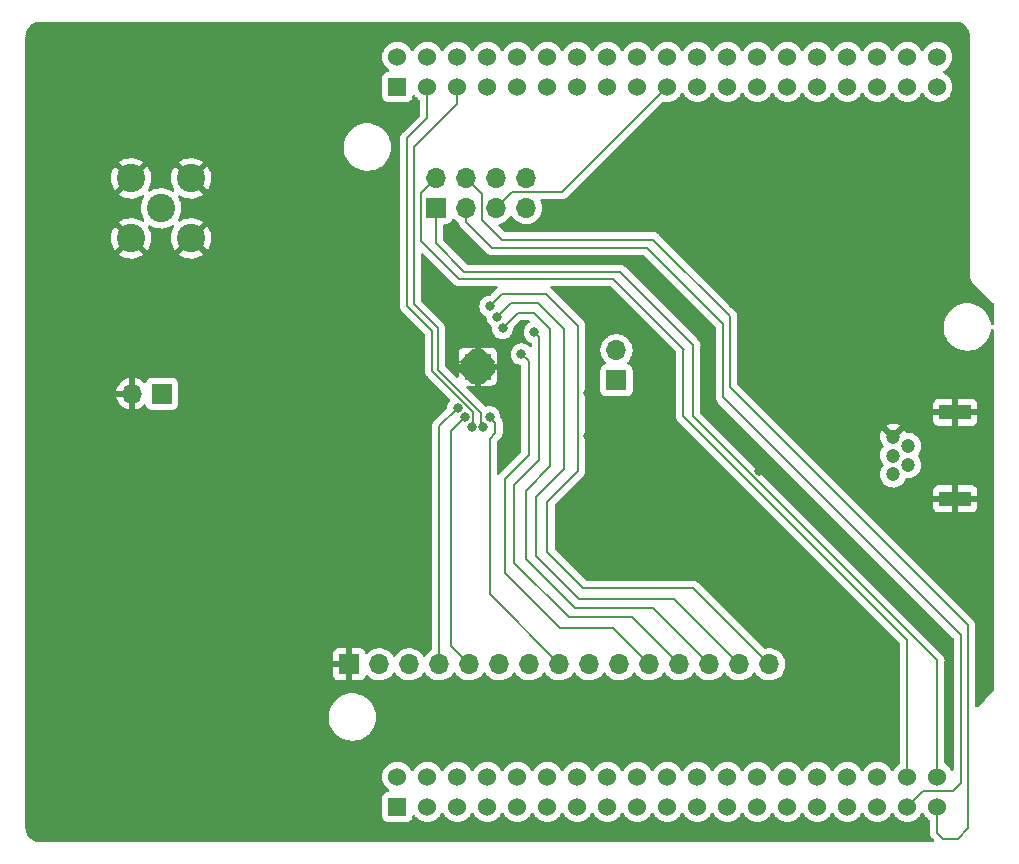
<source format=gbr>
%TF.GenerationSoftware,KiCad,Pcbnew,(6.0.4)*%
%TF.CreationDate,2022-11-04T05:35:43-04:00*%
%TF.ProjectId,SI4743 Breakout,53493437-3433-4204-9272-65616b6f7574,rev?*%
%TF.SameCoordinates,Original*%
%TF.FileFunction,Copper,L4,Bot*%
%TF.FilePolarity,Positive*%
%FSLAX46Y46*%
G04 Gerber Fmt 4.6, Leading zero omitted, Abs format (unit mm)*
G04 Created by KiCad (PCBNEW (6.0.4)) date 2022-11-04 05:35:43*
%MOMM*%
%LPD*%
G01*
G04 APERTURE LIST*
%TA.AperFunction,ComponentPad*%
%ADD10R,1.530000X1.530000*%
%TD*%
%TA.AperFunction,ComponentPad*%
%ADD11C,1.530000*%
%TD*%
%TA.AperFunction,ComponentPad*%
%ADD12R,1.700000X1.700000*%
%TD*%
%TA.AperFunction,ComponentPad*%
%ADD13O,1.700000X1.700000*%
%TD*%
%TA.AperFunction,ComponentPad*%
%ADD14C,1.200000*%
%TD*%
%TA.AperFunction,ComponentPad*%
%ADD15R,2.700000X1.300000*%
%TD*%
%TA.AperFunction,ComponentPad*%
%ADD16C,0.500000*%
%TD*%
%TA.AperFunction,SMDPad,CuDef*%
%ADD17R,2.200000X2.200000*%
%TD*%
%TA.AperFunction,ComponentPad*%
%ADD18C,2.400000*%
%TD*%
%TA.AperFunction,ViaPad*%
%ADD19C,0.800000*%
%TD*%
%TA.AperFunction,Conductor*%
%ADD20C,0.200000*%
%TD*%
G04 APERTURE END LIST*
D10*
%TO.P,J7,1,PC10*%
%TO.N,unconnected-(J7-Pad1)*%
X126490000Y-114580000D03*
D11*
%TO.P,J7,2,PC11*%
%TO.N,unconnected-(J7-Pad2)*%
X126490000Y-112040000D03*
%TO.P,J7,3,PC12*%
%TO.N,unconnected-(J7-Pad3)*%
X129030000Y-114580000D03*
%TO.P,J7,4,PD2*%
%TO.N,unconnected-(J7-Pad4)*%
X129030000Y-112040000D03*
%TO.P,J7,5,VDD*%
%TO.N,unconnected-(J7-Pad5)*%
X131570000Y-114580000D03*
%TO.P,J7,6,E5V*%
%TO.N,unconnected-(J7-Pad6)*%
X131570000Y-112040000D03*
%TO.P,J7,7,BOOT0*%
%TO.N,unconnected-(J7-Pad7)*%
X134110000Y-114580000D03*
%TO.P,J7,8,GND*%
%TO.N,unconnected-(J7-Pad8)*%
X134110000Y-112040000D03*
%TO.P,J7,9,NC*%
%TO.N,unconnected-(J7-Pad9)*%
X136650000Y-114580000D03*
%TO.P,J7,10,NC*%
%TO.N,unconnected-(J7-Pad10)*%
X136650000Y-112040000D03*
%TO.P,J7,11,NC*%
%TO.N,unconnected-(J7-Pad11)*%
X139190000Y-114580000D03*
%TO.P,J7,12,IOREF*%
%TO.N,unconnected-(J7-Pad12)*%
X139190000Y-112040000D03*
%TO.P,J7,13,PA13*%
%TO.N,unconnected-(J7-Pad13)*%
X141730000Y-114580000D03*
%TO.P,J7,14,RESET*%
%TO.N,unconnected-(J7-Pad14)*%
X141730000Y-112040000D03*
%TO.P,J7,15,PA14*%
%TO.N,unconnected-(J7-Pad15)*%
X144270000Y-114580000D03*
%TO.P,J7,16,+3.3V*%
%TO.N,unconnected-(J7-Pad16)*%
X144270000Y-112040000D03*
%TO.P,J7,17,PA15*%
%TO.N,unconnected-(J7-Pad17)*%
X146810000Y-114580000D03*
%TO.P,J7,18,+5V*%
%TO.N,unconnected-(J7-Pad18)*%
X146810000Y-112040000D03*
%TO.P,J7,19,GND*%
%TO.N,unconnected-(J7-Pad19)*%
X149350000Y-114580000D03*
%TO.P,J7,20,GND*%
%TO.N,unconnected-(J7-Pad20)*%
X149350000Y-112040000D03*
%TO.P,J7,21,PB7*%
%TO.N,unconnected-(J7-Pad21)*%
X151890000Y-114580000D03*
%TO.P,J7,22,GND*%
%TO.N,unconnected-(J7-Pad22)*%
X151890000Y-112040000D03*
%TO.P,J7,23,PC13*%
%TO.N,unconnected-(J7-Pad23)*%
X154430000Y-114580000D03*
%TO.P,J7,24,VIN*%
%TO.N,unconnected-(J7-Pad24)*%
X154430000Y-112040000D03*
%TO.P,J7,25,PC14*%
%TO.N,unconnected-(J7-Pad25)*%
X156970000Y-114580000D03*
%TO.P,J7,26,NC*%
%TO.N,unconnected-(J7-Pad26)*%
X156970000Y-112040000D03*
%TO.P,J7,27,PC15*%
%TO.N,unconnected-(J7-Pad27)*%
X159510000Y-114580000D03*
%TO.P,J7,28,PA0*%
%TO.N,unconnected-(J7-Pad28)*%
X159510000Y-112040000D03*
%TO.P,J7,29,PH0*%
%TO.N,unconnected-(J7-Pad29)*%
X162050000Y-114580000D03*
%TO.P,J7,30,PA1*%
%TO.N,unconnected-(J7-Pad30)*%
X162050000Y-112040000D03*
%TO.P,J7,31,PH1*%
%TO.N,unconnected-(J7-Pad31)*%
X164590000Y-114580000D03*
%TO.P,J7,32,PA4*%
%TO.N,unconnected-(J7-Pad32)*%
X164590000Y-112040000D03*
%TO.P,J7,33,VBAT*%
%TO.N,unconnected-(J7-Pad33)*%
X167130000Y-114580000D03*
%TO.P,J7,34,PB0*%
%TO.N,unconnected-(J7-Pad34)*%
X167130000Y-112040000D03*
%TO.P,J7,35,PC2*%
%TO.N,PC2*%
X169670000Y-114580000D03*
%TO.P,J7,36,PC1*%
%TO.N,PC1*%
X169670000Y-112040000D03*
%TO.P,J7,37,PC3*%
%TO.N,PC3*%
X172210000Y-114580000D03*
%TO.P,J7,38,PC0*%
%TO.N,PC0*%
X172210000Y-112040000D03*
D10*
%TO.P,J7,39,PC9*%
%TO.N,unconnected-(J7-Pad39)*%
X126490000Y-53620000D03*
D11*
%TO.P,J7,40,PC8*%
%TO.N,unconnected-(J7-Pad40)*%
X126490000Y-51080000D03*
%TO.P,J7,41,PB8*%
%TO.N,SCL*%
X129030000Y-53620000D03*
%TO.P,J7,42,PC6*%
%TO.N,PC6*%
X129030000Y-51080000D03*
%TO.P,J7,43,PB9*%
%TO.N,SDA*%
X131570000Y-53620000D03*
%TO.P,J7,44,PC5*%
%TO.N,PC5*%
X131570000Y-51080000D03*
%TO.P,J7,45,AVDD*%
%TO.N,unconnected-(J7-Pad45)*%
X134110000Y-53620000D03*
%TO.P,J7,46,U5V*%
%TO.N,unconnected-(J7-Pad46)*%
X134110000Y-51080000D03*
%TO.P,J7,47,GND*%
%TO.N,unconnected-(J7-Pad47)*%
X136650000Y-53620000D03*
%TO.P,J7,48,NC*%
%TO.N,unconnected-(J7-Pad48)*%
X136650000Y-51080000D03*
%TO.P,J7,49,PA5*%
%TO.N,unconnected-(J7-Pad49)*%
X139190000Y-53620000D03*
%TO.P,J7,50,PA12*%
%TO.N,USB D+*%
X139190000Y-51080000D03*
%TO.P,J7,51,PA6*%
%TO.N,unconnected-(J7-Pad51)*%
X141730000Y-53620000D03*
%TO.P,J7,52,PA11*%
%TO.N,USB D-*%
X141730000Y-51080000D03*
%TO.P,J7,53,PA7*%
%TO.N,unconnected-(J7-Pad53)*%
X144270000Y-53620000D03*
%TO.P,J7,54,PB12*%
%TO.N,unconnected-(J7-Pad54)*%
X144270000Y-51080000D03*
%TO.P,J7,55,PB6*%
%TO.N,unconnected-(J7-Pad55)*%
X146810000Y-53620000D03*
%TO.P,J7,56,NC*%
%TO.N,unconnected-(J7-Pad56)*%
X146810000Y-51080000D03*
%TO.P,J7,57,PC7*%
%TO.N,PC7*%
X149350000Y-53620000D03*
%TO.P,J7,58,GND*%
%TO.N,unconnected-(J7-Pad58)*%
X149350000Y-51080000D03*
%TO.P,J7,59,PA9*%
%TO.N,unconnected-(J7-Pad59)*%
X151890000Y-53620000D03*
%TO.P,J7,60,PB2*%
%TO.N,unconnected-(J7-Pad60)*%
X151890000Y-51080000D03*
%TO.P,J7,61,PA8*%
%TO.N,unconnected-(J7-Pad61)*%
X154430000Y-53620000D03*
%TO.P,J7,62,PB1*%
%TO.N,unconnected-(J7-Pad62)*%
X154430000Y-51080000D03*
%TO.P,J7,63,PB10*%
%TO.N,unconnected-(J7-Pad63)*%
X156970000Y-53620000D03*
%TO.P,J7,64,PB15*%
%TO.N,unconnected-(J7-Pad64)*%
X156970000Y-51080000D03*
%TO.P,J7,65,PB4*%
%TO.N,unconnected-(J7-Pad65)*%
X159510000Y-53620000D03*
%TO.P,J7,66,PB14*%
%TO.N,unconnected-(J7-Pad66)*%
X159510000Y-51080000D03*
%TO.P,J7,67,PB5*%
%TO.N,unconnected-(J7-Pad67)*%
X162050000Y-53620000D03*
%TO.P,J7,68,PB13*%
%TO.N,unconnected-(J7-Pad68)*%
X162050000Y-51080000D03*
%TO.P,J7,69,PB3*%
%TO.N,unconnected-(J7-Pad69)*%
X164590000Y-53620000D03*
%TO.P,J7,70,AGND*%
%TO.N,unconnected-(J7-Pad70)*%
X164590000Y-51080000D03*
%TO.P,J7,71,PA10*%
%TO.N,USB ID*%
X167130000Y-53620000D03*
%TO.P,J7,72,PC4*%
%TO.N,PC4*%
X167130000Y-51080000D03*
%TO.P,J7,73,PA2*%
%TO.N,unconnected-(J7-Pad73)*%
X169670000Y-53620000D03*
%TO.P,J7,74,NC*%
%TO.N,unconnected-(J7-Pad74)*%
X169670000Y-51080000D03*
%TO.P,J7,75,PA3*%
%TO.N,unconnected-(J7-Pad75)*%
X172210000Y-53620000D03*
%TO.P,J7,76,NC*%
%TO.N,unconnected-(J7-Pad76)*%
X172210000Y-51080000D03*
%TD*%
D12*
%TO.P,J2,1,Pin_1*%
%TO.N,Net-(C3-Pad1)*%
X106575000Y-79600000D03*
D13*
%TO.P,J2,2,Pin_2*%
%TO.N,GND*%
X104035000Y-79600000D03*
%TD*%
D14*
%TO.P,J1,1,VBUS*%
%TO.N,Net-(C1-Pad1)*%
X168480000Y-86430000D03*
%TO.P,J1,2,D-*%
%TO.N,Net-(J1-Pad2)*%
X169730000Y-85630000D03*
%TO.P,J1,3,D+*%
%TO.N,Net-(J1-Pad3)*%
X168480000Y-84830000D03*
%TO.P,J1,4,ID*%
%TO.N,USB ID*%
X169730000Y-84030000D03*
%TO.P,J1,5,GND*%
%TO.N,GND*%
X168480000Y-83230000D03*
D15*
%TO.P,J1,6,Shield*%
X173730000Y-88480000D03*
X173730000Y-81180000D03*
%TD*%
D12*
%TO.P,J4,1,Pin_1*%
%TO.N,GND*%
X122425000Y-102500000D03*
D13*
%TO.P,J4,2,Pin_2*%
%TO.N,VDD*%
X124965000Y-102500000D03*
%TO.P,J4,3,Pin_3*%
%TO.N,AGC*%
X127505000Y-102500000D03*
%TO.P,J4,4,Pin_4*%
%TO.N,RST*%
X130045000Y-102500000D03*
%TO.P,J4,5,Pin_5*%
%TO.N,SEN*%
X132585000Y-102500000D03*
%TO.P,J4,6,Pin_6*%
%TO.N,unconnected-(J4-Pad6)*%
X135125000Y-102500000D03*
%TO.P,J4,7,Pin_7*%
%TO.N,unconnected-(J4-Pad7)*%
X137665000Y-102500000D03*
%TO.P,J4,8,Pin_8*%
%TO.N,RCLK*%
X140205000Y-102500000D03*
%TO.P,J4,9,Pin_9*%
%TO.N,unconnected-(J4-Pad9)*%
X142745000Y-102500000D03*
%TO.P,J4,10,Pin_10*%
%TO.N,unconnected-(J4-Pad10)*%
X145285000Y-102500000D03*
%TO.P,J4,11,Pin_11*%
%TO.N,DOUT*%
X147825000Y-102500000D03*
%TO.P,J4,12,Pin_12*%
%TO.N,DFS*%
X150365000Y-102500000D03*
%TO.P,J4,13,Pin_13*%
%TO.N,DCLK*%
X152905000Y-102500000D03*
%TO.P,J4,14,Pin_14*%
%TO.N,INT*%
X155445000Y-102500000D03*
%TO.P,J4,15,Pin_15*%
%TO.N,AGC2*%
X157985000Y-102500000D03*
%TD*%
D12*
%TO.P,J5,1,Pin_1*%
%TO.N,PC0*%
X129770000Y-63865000D03*
D13*
%TO.P,J5,2,Pin_2*%
%TO.N,PC1*%
X129770000Y-61325000D03*
%TO.P,J5,3,Pin_3*%
%TO.N,PC2*%
X132310000Y-63865000D03*
%TO.P,J5,4,Pin_4*%
%TO.N,PC3*%
X132310000Y-61325000D03*
%TO.P,J5,5,Pin_5*%
%TO.N,PC7*%
X134850000Y-63865000D03*
%TO.P,J5,6,Pin_6*%
%TO.N,PC6*%
X134850000Y-61325000D03*
%TO.P,J5,7,Pin_7*%
%TO.N,PC5*%
X137390000Y-63865000D03*
%TO.P,J5,8,Pin_8*%
%TO.N,PC4*%
X137390000Y-61325000D03*
%TD*%
D16*
%TO.P,U2,25,GND*%
%TO.N,GND*%
X133300000Y-77300000D03*
X133300000Y-76500000D03*
X133300000Y-78100000D03*
X134100000Y-76500000D03*
X134100000Y-77300000D03*
D17*
X133300000Y-77300000D03*
D16*
X132500000Y-76500000D03*
X132500000Y-78100000D03*
X134100000Y-78100000D03*
X132500000Y-77300000D03*
%TD*%
D18*
%TO.P,J3,1,In*%
%TO.N,Net-(C2-Pad1)*%
X106500000Y-63900000D03*
%TO.P,J3,2,Ext*%
%TO.N,GND*%
X103960000Y-66440000D03*
X109040000Y-61360000D03*
X109040000Y-66440000D03*
X103960000Y-61360000D03*
%TD*%
D12*
%TO.P,J6,1,Pin_1*%
%TO.N,ROUT*%
X145050000Y-78450000D03*
D13*
%TO.P,J6,2,Pin_2*%
%TO.N,LOUT*%
X145050000Y-75910000D03*
%TD*%
D19*
%TO.N,GND*%
X176290000Y-101330000D03*
X156630000Y-76620000D03*
X161490000Y-83280000D03*
X165560000Y-87050000D03*
X175550000Y-95800000D03*
X174930000Y-91810000D03*
X170860000Y-91350000D03*
X173780000Y-84660000D03*
X175930000Y-77520000D03*
X173010000Y-69840000D03*
X174390000Y-65150000D03*
X173320000Y-56550000D03*
X166870000Y-77900000D03*
X166640000Y-69220000D03*
X133950000Y-116950000D03*
X148850000Y-117030000D03*
X169720000Y-116770000D03*
X164020000Y-108950000D03*
X145810000Y-109030000D03*
X127790000Y-108590000D03*
X151680000Y-105330000D03*
X162350000Y-104600000D03*
X167360000Y-100590000D03*
X157590000Y-98420000D03*
X160670000Y-96960000D03*
X154590000Y-94020000D03*
X156780000Y-90320000D03*
X154650000Y-88730000D03*
X127230000Y-96230000D03*
X123690000Y-92770000D03*
X128150000Y-87700000D03*
X123250000Y-85540000D03*
X145700000Y-73140000D03*
X142460000Y-71500000D03*
X154890000Y-72010000D03*
X158830000Y-69190000D03*
X152460000Y-63340000D03*
X163990000Y-56050000D03*
X158460000Y-59040000D03*
X153780000Y-56430000D03*
X172290000Y-48670000D03*
X125810000Y-48730000D03*
X123980000Y-71650000D03*
X120600000Y-66580000D03*
X114250000Y-114210000D03*
X107340000Y-109370000D03*
X113680000Y-103720000D03*
X106880000Y-98880000D03*
X113450000Y-91510000D03*
X106880000Y-86670000D03*
X101690000Y-112140000D03*
X96620000Y-107410000D03*
X101580000Y-100380000D03*
X96510000Y-96930000D03*
X101500000Y-90430000D03*
X96590000Y-86740000D03*
X101270000Y-82600000D03*
X96480000Y-76730000D03*
X101770000Y-72460000D03*
X97260000Y-69350000D03*
X116740000Y-57330000D03*
X113210000Y-49190000D03*
X107170000Y-56770000D03*
X105220000Y-49390000D03*
X99020000Y-56610000D03*
X97170000Y-49760000D03*
X123150000Y-76750000D03*
X146850000Y-85200000D03*
X143080000Y-93400000D03*
X142600000Y-83200000D03*
X112600000Y-70950000D03*
X143230000Y-90050000D03*
X141820000Y-91380000D03*
X149230000Y-90030000D03*
X127750000Y-81550000D03*
X157150000Y-86100000D03*
X127150000Y-76750000D03*
X149820000Y-93430000D03*
X142600000Y-79550000D03*
X124600000Y-82750000D03*
X150750000Y-91330000D03*
X159050000Y-77450000D03*
X162050000Y-77450000D03*
X160500000Y-76150000D03*
%TO.N,DCLK*%
X135400000Y-74050000D03*
%TO.N,RCLK*%
X134300000Y-81550000D03*
%TO.N,RST*%
X131600000Y-80800000D03*
%TO.N,SEN*%
X132217514Y-81585927D03*
%TO.N,SCL*%
X132785056Y-82408667D03*
%TO.N,SDA*%
X133783419Y-82456376D03*
%TO.N,AGC2*%
X134350000Y-72200000D03*
%TO.N,INT*%
X134950000Y-73100000D03*
%TO.N,DOUT*%
X137000000Y-76250000D03*
%TO.N,DFS*%
X138100000Y-74400000D03*
%TD*%
D20*
%TO.N,DCLK*%
X135400000Y-74050000D02*
X136700000Y-72750000D01*
X139450000Y-74100000D02*
X139450000Y-85750000D01*
X137400000Y-87800000D02*
X137400000Y-93600000D01*
X138100000Y-72750000D02*
X139450000Y-74100000D01*
X148105000Y-97700000D02*
X152905000Y-102500000D01*
X141500000Y-97700000D02*
X148105000Y-97700000D01*
X137400000Y-93600000D02*
X141500000Y-97700000D01*
X139450000Y-85750000D02*
X137400000Y-87800000D01*
X136700000Y-72750000D02*
X138100000Y-72750000D01*
%TO.N,RCLK*%
X134300000Y-96595000D02*
X140205000Y-102500000D01*
X134300000Y-83400000D02*
X134300000Y-96595000D01*
X134300000Y-81550000D02*
X134800000Y-82050000D01*
X134800000Y-82050000D02*
X134800000Y-82900000D01*
X134800000Y-82900000D02*
X134300000Y-83400000D01*
%TO.N,RST*%
X130045000Y-82355000D02*
X130045000Y-102500000D01*
X131600000Y-80800000D02*
X130045000Y-82355000D01*
%TO.N,SEN*%
X131050000Y-82750000D02*
X131050000Y-100965000D01*
X132082104Y-81717896D02*
X131050000Y-82750000D01*
X132085545Y-81717896D02*
X132082104Y-81717896D01*
X132217514Y-81585927D02*
X132085545Y-81717896D01*
X131050000Y-100965000D02*
X132585000Y-102500000D01*
%TO.N,SCL*%
X129469259Y-74309259D02*
X129469259Y-77680000D01*
X129469259Y-77680000D02*
X132917025Y-81127766D01*
X132917025Y-81127766D02*
X132917025Y-82276698D01*
X132917025Y-82276698D02*
X132785056Y-82408667D01*
X127350000Y-72190000D02*
X129469259Y-74309259D01*
X129030000Y-56290000D02*
X127350000Y-57970000D01*
X127350000Y-57970000D02*
X127350000Y-72190000D01*
X129030000Y-53620000D02*
X129030000Y-56290000D01*
%TO.N,SDA*%
X129940000Y-74050000D02*
X127900000Y-72010000D01*
X127900000Y-58710000D02*
X131570000Y-55040000D01*
X133600489Y-82273446D02*
X133600489Y-81220489D01*
X133600489Y-81220489D02*
X129940000Y-77560000D01*
X129940000Y-77560000D02*
X129940000Y-74050000D01*
X127900000Y-72010000D02*
X127900000Y-58710000D01*
X131570000Y-55040000D02*
X131570000Y-53620000D01*
%TO.N,AGC2*%
X139100000Y-71150000D02*
X135350000Y-71150000D01*
X135350000Y-71150000D02*
X134350000Y-72150000D01*
X141800000Y-86150000D02*
X141800000Y-73850000D01*
X139200000Y-93000000D02*
X139200000Y-88750000D01*
X134350000Y-72150000D02*
X134350000Y-72200000D01*
X139200000Y-88750000D02*
X141800000Y-86150000D01*
X151535000Y-96050000D02*
X142250000Y-96050000D01*
X141800000Y-73850000D02*
X139100000Y-71150000D01*
X157985000Y-102500000D02*
X151535000Y-96050000D01*
X142250000Y-96050000D02*
X139200000Y-93000000D01*
%TO.N,INT*%
X134950000Y-73100000D02*
X136100000Y-71950000D01*
X140600000Y-85950000D02*
X138200000Y-88350000D01*
X138200000Y-93300000D02*
X141850000Y-96950000D01*
X141850000Y-96950000D02*
X149895000Y-96950000D01*
X136100000Y-71950000D02*
X138400000Y-71950000D01*
X138200000Y-88350000D02*
X138200000Y-93300000D01*
X149895000Y-96950000D02*
X155445000Y-102500000D01*
X138400000Y-71950000D02*
X140600000Y-74150000D01*
X140600000Y-74150000D02*
X140600000Y-85950000D01*
%TO.N,DOUT*%
X135600000Y-86800000D02*
X135600000Y-94750000D01*
X137000000Y-76250000D02*
X137600000Y-76850000D01*
X137600000Y-84800000D02*
X135600000Y-86800000D01*
X135600000Y-94750000D02*
X140250000Y-99400000D01*
X140250000Y-99400000D02*
X144725000Y-99400000D01*
X144725000Y-99400000D02*
X147825000Y-102500000D01*
X137600000Y-76850000D02*
X137600000Y-84800000D01*
%TO.N,DFS*%
X136400000Y-87300000D02*
X138500000Y-85200000D01*
X138500000Y-85200000D02*
X138500000Y-74800000D01*
X141000000Y-98500000D02*
X136400000Y-93900000D01*
X136400000Y-93900000D02*
X136400000Y-87300000D01*
X150365000Y-102500000D02*
X146365000Y-98500000D01*
X138500000Y-74800000D02*
X138100000Y-74400000D01*
X146365000Y-98500000D02*
X141000000Y-98500000D01*
%TO.N,PC0*%
X129770000Y-66830000D02*
X129770000Y-63865000D01*
X151550000Y-81520000D02*
X151550000Y-75500000D01*
X172210000Y-112040000D02*
X172210000Y-102180000D01*
X172210000Y-102180000D02*
X151550000Y-81520000D01*
X132160000Y-69300000D02*
X129730000Y-66870000D01*
X145350000Y-69300000D02*
X132160000Y-69300000D01*
X129730000Y-66870000D02*
X129770000Y-66830000D01*
X151550000Y-75500000D02*
X145350000Y-69300000D01*
%TO.N,PC1*%
X169670000Y-100470000D02*
X150700000Y-81500000D01*
X131700000Y-69860000D02*
X128490000Y-66650000D01*
X144760000Y-69860000D02*
X131700000Y-69860000D01*
X169670000Y-112040000D02*
X169670000Y-100470000D01*
X150700000Y-75940000D02*
X150770000Y-75870000D01*
X128490000Y-62605000D02*
X129770000Y-61325000D01*
X128490000Y-66650000D02*
X128490000Y-62605000D01*
X150700000Y-81500000D02*
X150700000Y-75940000D01*
X150770000Y-75870000D02*
X144760000Y-69860000D01*
%TO.N,PC2*%
X171010000Y-113240000D02*
X169670000Y-114580000D01*
X132310000Y-65050000D02*
X134520000Y-67260000D01*
X174200000Y-112550000D02*
X173510000Y-113240000D01*
X154060000Y-73680000D02*
X154060000Y-79900000D01*
X174200000Y-100040000D02*
X174200000Y-112550000D01*
X134520000Y-67260000D02*
X147640000Y-67260000D01*
X154060000Y-79900000D02*
X174200000Y-100040000D01*
X147640000Y-67260000D02*
X154060000Y-73680000D01*
X173510000Y-113240000D02*
X171010000Y-113240000D01*
X132310000Y-63865000D02*
X132310000Y-65050000D01*
%TO.N,PC3*%
X154630000Y-79010000D02*
X154630000Y-73000000D01*
X133700000Y-64890000D02*
X133700000Y-62715000D01*
X133700000Y-62715000D02*
X132310000Y-61325000D01*
X174810000Y-116390000D02*
X174810000Y-99190000D01*
X172210000Y-116780000D02*
X172700000Y-117270000D01*
X135350000Y-66540000D02*
X133700000Y-64890000D01*
X148170000Y-66540000D02*
X135350000Y-66540000D01*
X173930000Y-117270000D02*
X174810000Y-116390000D01*
X174810000Y-99190000D02*
X154630000Y-79010000D01*
X172210000Y-114580000D02*
X172210000Y-116780000D01*
X154630000Y-73000000D02*
X148170000Y-66540000D01*
X172700000Y-117270000D02*
X173930000Y-117270000D01*
%TO.N,PC7*%
X149350000Y-53620000D02*
X140470000Y-62500000D01*
X136215000Y-62500000D02*
X134850000Y-63865000D01*
X140470000Y-62500000D02*
X136215000Y-62500000D01*
%TD*%
%TA.AperFunction,Conductor*%
%TO.N,GND*%
G36*
X173720018Y-48090000D02*
G01*
X173734851Y-48092310D01*
X173734855Y-48092310D01*
X173743724Y-48093691D01*
X173757789Y-48091852D01*
X173784003Y-48091176D01*
X173934328Y-48103007D01*
X173953855Y-48106100D01*
X174038929Y-48126524D01*
X174124005Y-48146949D01*
X174142803Y-48153056D01*
X174304472Y-48220022D01*
X174322077Y-48228992D01*
X174471284Y-48320426D01*
X174487273Y-48332043D01*
X174620333Y-48445687D01*
X174634311Y-48459665D01*
X174692386Y-48527661D01*
X174747954Y-48592723D01*
X174759574Y-48608716D01*
X174851008Y-48757923D01*
X174859978Y-48775528D01*
X174865359Y-48788518D01*
X174926942Y-48937192D01*
X174933052Y-48955997D01*
X174973900Y-49126145D01*
X174976993Y-49145672D01*
X174988272Y-49288987D01*
X174987630Y-49305875D01*
X174987800Y-49305877D01*
X174987690Y-49314853D01*
X174986309Y-49323724D01*
X174987473Y-49332626D01*
X174987473Y-49332628D01*
X174990436Y-49355283D01*
X174991500Y-49371621D01*
X174991500Y-69633928D01*
X174990145Y-69646058D01*
X174990627Y-69646097D01*
X174989907Y-69655044D01*
X174987926Y-69663800D01*
X174988482Y-69672760D01*
X174991258Y-69717508D01*
X174991500Y-69725310D01*
X174991500Y-69741513D01*
X174992136Y-69745953D01*
X174992984Y-69751878D01*
X174994013Y-69761928D01*
X174996945Y-69809177D01*
X174999994Y-69817623D01*
X175000593Y-69820514D01*
X175004822Y-69837480D01*
X175005648Y-69840305D01*
X175006920Y-69849187D01*
X175026522Y-69892298D01*
X175030327Y-69901647D01*
X175046404Y-69946181D01*
X175051699Y-69953429D01*
X175053080Y-69956027D01*
X175061915Y-69971145D01*
X175063494Y-69973614D01*
X175067208Y-69981782D01*
X175073064Y-69988578D01*
X175098115Y-70017652D01*
X175104401Y-70025569D01*
X175109548Y-70032615D01*
X175109553Y-70032620D01*
X175112425Y-70036552D01*
X175123400Y-70047527D01*
X175129758Y-70054374D01*
X175162287Y-70092127D01*
X175169822Y-70097011D01*
X175176066Y-70102458D01*
X175187931Y-70112058D01*
X176954595Y-71878722D01*
X176988621Y-71941034D01*
X176991500Y-71967817D01*
X176991500Y-73645499D01*
X176971498Y-73713620D01*
X176917842Y-73760113D01*
X176847568Y-73770217D01*
X176782988Y-73740723D01*
X176744604Y-73680997D01*
X176741414Y-73667379D01*
X176736913Y-73641852D01*
X176703598Y-73452913D01*
X176616797Y-73185765D01*
X176587175Y-73125030D01*
X176519968Y-72987237D01*
X176493660Y-72933298D01*
X176491205Y-72929659D01*
X176491202Y-72929653D01*
X176357361Y-72731226D01*
X176336585Y-72700424D01*
X176148629Y-72491678D01*
X175933450Y-72311121D01*
X175695236Y-72162269D01*
X175438625Y-72048018D01*
X175287176Y-72004591D01*
X175172837Y-71971805D01*
X175172836Y-71971805D01*
X175168610Y-71970593D01*
X175164260Y-71969982D01*
X175164257Y-71969981D01*
X175061310Y-71955513D01*
X174890448Y-71931500D01*
X174679854Y-71931500D01*
X174677668Y-71931653D01*
X174677664Y-71931653D01*
X174474173Y-71945882D01*
X174474168Y-71945883D01*
X174469788Y-71946189D01*
X174195030Y-72004591D01*
X174190901Y-72006094D01*
X174190897Y-72006095D01*
X173935219Y-72099154D01*
X173935215Y-72099156D01*
X173931074Y-72100663D01*
X173683058Y-72232536D01*
X173679499Y-72235122D01*
X173679497Y-72235123D01*
X173475459Y-72383365D01*
X173455808Y-72397642D01*
X173253748Y-72592769D01*
X173080812Y-72814118D01*
X173078616Y-72817922D01*
X173078611Y-72817929D01*
X172980862Y-72987237D01*
X172940364Y-73057381D01*
X172835138Y-73317824D01*
X172834073Y-73322097D01*
X172834072Y-73322099D01*
X172768354Y-73585681D01*
X172767183Y-73590376D01*
X172766724Y-73594744D01*
X172766723Y-73594749D01*
X172739035Y-73858188D01*
X172737822Y-73869733D01*
X172737975Y-73874121D01*
X172737975Y-73874127D01*
X172745510Y-74089886D01*
X172747625Y-74150458D01*
X172748387Y-74154781D01*
X172748388Y-74154788D01*
X172772164Y-74289624D01*
X172796402Y-74427087D01*
X172883203Y-74694235D01*
X172885131Y-74698188D01*
X172885133Y-74698193D01*
X172940313Y-74811328D01*
X173006340Y-74946702D01*
X173008795Y-74950341D01*
X173008798Y-74950347D01*
X173066357Y-75035681D01*
X173163415Y-75179576D01*
X173351371Y-75388322D01*
X173566550Y-75568879D01*
X173804764Y-75717731D01*
X174061375Y-75831982D01*
X174331390Y-75909407D01*
X174335740Y-75910018D01*
X174335743Y-75910019D01*
X174438690Y-75924487D01*
X174609552Y-75948500D01*
X174820146Y-75948500D01*
X174822332Y-75948347D01*
X174822336Y-75948347D01*
X175025827Y-75934118D01*
X175025832Y-75934117D01*
X175030212Y-75933811D01*
X175304970Y-75875409D01*
X175309099Y-75873906D01*
X175309103Y-75873905D01*
X175564781Y-75780846D01*
X175564785Y-75780844D01*
X175568926Y-75779337D01*
X175816942Y-75647464D01*
X175829349Y-75638450D01*
X176040629Y-75484947D01*
X176040632Y-75484944D01*
X176044192Y-75482358D01*
X176064484Y-75462763D01*
X176198317Y-75333521D01*
X176246252Y-75287231D01*
X176419188Y-75065882D01*
X176421384Y-75062078D01*
X176421389Y-75062071D01*
X176557435Y-74826431D01*
X176559636Y-74822619D01*
X176664862Y-74562176D01*
X176665928Y-74557901D01*
X176731753Y-74293893D01*
X176731754Y-74293888D01*
X176732817Y-74289624D01*
X176740190Y-74219473D01*
X176767203Y-74153816D01*
X176825425Y-74113186D01*
X176896370Y-74110483D01*
X176957514Y-74146565D01*
X176989444Y-74209976D01*
X176991500Y-74232643D01*
X176991500Y-104692182D01*
X176971498Y-104760303D01*
X176954595Y-104781277D01*
X176220933Y-105514940D01*
X175633595Y-106102278D01*
X175571283Y-106136303D01*
X175500468Y-106131239D01*
X175443632Y-106088692D01*
X175418821Y-106022172D01*
X175418500Y-106013183D01*
X175418500Y-99238144D01*
X175419578Y-99221698D01*
X175422673Y-99198188D01*
X175423751Y-99190000D01*
X175402838Y-99031149D01*
X175341524Y-98883124D01*
X175268478Y-98787929D01*
X175268474Y-98787925D01*
X175268471Y-98787921D01*
X175249016Y-98762566D01*
X175249013Y-98762563D01*
X175243987Y-98756013D01*
X175237432Y-98750983D01*
X175218621Y-98736548D01*
X175206230Y-98725681D01*
X165655218Y-89174669D01*
X171872001Y-89174669D01*
X171872371Y-89181490D01*
X171877895Y-89232352D01*
X171881521Y-89247604D01*
X171926676Y-89368054D01*
X171935214Y-89383649D01*
X172011715Y-89485724D01*
X172024276Y-89498285D01*
X172126351Y-89574786D01*
X172141946Y-89583324D01*
X172262394Y-89628478D01*
X172277649Y-89632105D01*
X172328514Y-89637631D01*
X172335328Y-89638000D01*
X173457885Y-89638000D01*
X173473124Y-89633525D01*
X173474329Y-89632135D01*
X173476000Y-89624452D01*
X173476000Y-89619884D01*
X173984000Y-89619884D01*
X173988475Y-89635123D01*
X173989865Y-89636328D01*
X173997548Y-89637999D01*
X175124669Y-89637999D01*
X175131490Y-89637629D01*
X175182352Y-89632105D01*
X175197604Y-89628479D01*
X175318054Y-89583324D01*
X175333649Y-89574786D01*
X175435724Y-89498285D01*
X175448285Y-89485724D01*
X175524786Y-89383649D01*
X175533324Y-89368054D01*
X175578478Y-89247606D01*
X175582105Y-89232351D01*
X175587631Y-89181486D01*
X175588000Y-89174672D01*
X175588000Y-88752115D01*
X175583525Y-88736876D01*
X175582135Y-88735671D01*
X175574452Y-88734000D01*
X174002115Y-88734000D01*
X173986876Y-88738475D01*
X173985671Y-88739865D01*
X173984000Y-88747548D01*
X173984000Y-89619884D01*
X173476000Y-89619884D01*
X173476000Y-88752115D01*
X173471525Y-88736876D01*
X173470135Y-88735671D01*
X173462452Y-88734000D01*
X171890116Y-88734000D01*
X171874877Y-88738475D01*
X171873672Y-88739865D01*
X171872001Y-88747548D01*
X171872001Y-89174669D01*
X165655218Y-89174669D01*
X164688434Y-88207885D01*
X171872000Y-88207885D01*
X171876475Y-88223124D01*
X171877865Y-88224329D01*
X171885548Y-88226000D01*
X173457885Y-88226000D01*
X173473124Y-88221525D01*
X173474329Y-88220135D01*
X173476000Y-88212452D01*
X173476000Y-88207885D01*
X173984000Y-88207885D01*
X173988475Y-88223124D01*
X173989865Y-88224329D01*
X173997548Y-88226000D01*
X175569884Y-88226000D01*
X175585123Y-88221525D01*
X175586328Y-88220135D01*
X175587999Y-88212452D01*
X175587999Y-87785331D01*
X175587629Y-87778510D01*
X175582105Y-87727648D01*
X175578479Y-87712396D01*
X175533324Y-87591946D01*
X175524786Y-87576351D01*
X175448285Y-87474276D01*
X175435724Y-87461715D01*
X175333649Y-87385214D01*
X175318054Y-87376676D01*
X175197606Y-87331522D01*
X175182351Y-87327895D01*
X175131486Y-87322369D01*
X175124672Y-87322000D01*
X174002115Y-87322000D01*
X173986876Y-87326475D01*
X173985671Y-87327865D01*
X173984000Y-87335548D01*
X173984000Y-88207885D01*
X173476000Y-88207885D01*
X173476000Y-87340116D01*
X173471525Y-87324877D01*
X173470135Y-87323672D01*
X173462452Y-87322001D01*
X172335331Y-87322001D01*
X172328510Y-87322371D01*
X172277648Y-87327895D01*
X172262396Y-87331521D01*
X172141946Y-87376676D01*
X172126351Y-87385214D01*
X172024276Y-87461715D01*
X172011715Y-87474276D01*
X171935214Y-87576351D01*
X171926676Y-87591946D01*
X171881522Y-87712394D01*
X171877895Y-87727649D01*
X171872369Y-87778514D01*
X171872000Y-87785328D01*
X171872000Y-88207885D01*
X164688434Y-88207885D01*
X162881408Y-86400859D01*
X167367132Y-86400859D01*
X167380457Y-86604151D01*
X167430605Y-86801610D01*
X167515898Y-86986624D01*
X167633479Y-87152997D01*
X167779410Y-87295157D01*
X167784206Y-87298362D01*
X167784209Y-87298364D01*
X167914190Y-87385214D01*
X167948803Y-87408342D01*
X167954106Y-87410620D01*
X167954109Y-87410622D01*
X168130680Y-87486483D01*
X168135987Y-87488763D01*
X168208817Y-87505243D01*
X168329055Y-87532450D01*
X168329060Y-87532451D01*
X168334692Y-87533725D01*
X168340463Y-87533952D01*
X168340465Y-87533952D01*
X168403470Y-87536427D01*
X168538263Y-87541723D01*
X168739883Y-87512490D01*
X168745347Y-87510635D01*
X168745352Y-87510634D01*
X168927327Y-87448862D01*
X168927332Y-87448860D01*
X168932799Y-87447004D01*
X169110551Y-87347458D01*
X169267186Y-87217186D01*
X169397458Y-87060551D01*
X169497004Y-86882799D01*
X169517852Y-86821381D01*
X169558689Y-86763306D01*
X169624442Y-86736528D01*
X169642111Y-86735981D01*
X169672046Y-86737157D01*
X169788263Y-86741723D01*
X169989883Y-86712490D01*
X169995347Y-86710635D01*
X169995352Y-86710634D01*
X170177327Y-86648862D01*
X170177332Y-86648860D01*
X170182799Y-86647004D01*
X170360551Y-86547458D01*
X170517186Y-86417186D01*
X170647458Y-86260551D01*
X170727117Y-86118310D01*
X170744180Y-86087842D01*
X170744181Y-86087840D01*
X170747004Y-86082799D01*
X170748860Y-86077332D01*
X170748862Y-86077327D01*
X170810634Y-85895352D01*
X170810635Y-85895347D01*
X170812490Y-85889883D01*
X170841723Y-85688263D01*
X170843249Y-85630000D01*
X170824608Y-85427126D01*
X170769307Y-85231047D01*
X170757378Y-85206856D01*
X170681756Y-85053510D01*
X170679201Y-85048329D01*
X170641905Y-84998383D01*
X170571039Y-84903483D01*
X170546307Y-84836933D01*
X170561481Y-84767577D01*
X170575123Y-84747525D01*
X170643760Y-84664997D01*
X170647458Y-84660551D01*
X170747004Y-84482799D01*
X170748860Y-84477332D01*
X170748862Y-84477327D01*
X170810634Y-84295352D01*
X170810635Y-84295347D01*
X170812490Y-84289883D01*
X170841723Y-84088263D01*
X170843249Y-84030000D01*
X170824608Y-83827126D01*
X170795198Y-83722849D01*
X170770875Y-83636606D01*
X170770874Y-83636604D01*
X170769307Y-83631047D01*
X170755959Y-83603978D01*
X170681756Y-83453510D01*
X170679201Y-83448329D01*
X170673206Y-83440300D01*
X170560758Y-83289715D01*
X170560758Y-83289714D01*
X170557305Y-83285091D01*
X170459994Y-83195137D01*
X170411943Y-83150719D01*
X170411940Y-83150717D01*
X170407703Y-83146800D01*
X170361675Y-83117759D01*
X170240288Y-83041169D01*
X170240283Y-83041167D01*
X170235404Y-83038088D01*
X170046180Y-82962595D01*
X169846366Y-82922849D01*
X169840592Y-82922773D01*
X169840588Y-82922773D01*
X169642655Y-82920183D01*
X169642672Y-82918865D01*
X169579591Y-82905619D01*
X169529027Y-82855780D01*
X169521544Y-82839750D01*
X169516283Y-82826044D01*
X169432163Y-82655465D01*
X169424869Y-82649990D01*
X169412449Y-82656762D01*
X168839210Y-83230000D01*
X168569095Y-83500116D01*
X168506783Y-83534141D01*
X168435967Y-83529076D01*
X168390905Y-83500115D01*
X168120790Y-83230000D01*
X167548542Y-82657753D01*
X167536162Y-82650993D01*
X167530196Y-82655459D01*
X167454645Y-82799058D01*
X167450242Y-82809691D01*
X167393281Y-82993132D01*
X167390891Y-83004376D01*
X167368313Y-83195137D01*
X167368012Y-83206638D01*
X167380575Y-83398304D01*
X167382376Y-83409674D01*
X167429657Y-83595843D01*
X167433498Y-83606690D01*
X167513915Y-83781128D01*
X167519666Y-83791089D01*
X167630528Y-83947955D01*
X167632634Y-83950421D01*
X167633263Y-83951825D01*
X167633861Y-83952671D01*
X167633695Y-83952789D01*
X167661663Y-84015212D01*
X167651055Y-84085411D01*
X167635771Y-84110253D01*
X167546351Y-84223681D01*
X167451492Y-84403978D01*
X167391078Y-84598543D01*
X167367132Y-84800859D01*
X167380457Y-85004151D01*
X167430605Y-85201610D01*
X167515898Y-85386624D01*
X167632964Y-85552268D01*
X167633479Y-85552997D01*
X167633336Y-85553098D01*
X167661346Y-85615613D01*
X167650738Y-85685813D01*
X167635453Y-85710655D01*
X167546351Y-85823681D01*
X167451492Y-86003978D01*
X167425452Y-86087842D01*
X167393769Y-86189878D01*
X167391078Y-86198543D01*
X167367132Y-86400859D01*
X162881408Y-86400859D01*
X158769224Y-82288675D01*
X167902788Y-82288675D01*
X167906275Y-82297064D01*
X168467189Y-82857979D01*
X168481132Y-82865592D01*
X168482966Y-82865461D01*
X168489580Y-82861210D01*
X169050285Y-82300504D01*
X169057042Y-82288129D01*
X169051012Y-82280073D01*
X168990061Y-82241616D01*
X168979813Y-82236395D01*
X168801401Y-82165216D01*
X168790373Y-82161949D01*
X168601982Y-82124476D01*
X168590535Y-82123273D01*
X168398477Y-82120759D01*
X168386997Y-82121662D01*
X168197697Y-82154190D01*
X168186577Y-82157170D01*
X168006365Y-82223653D01*
X167995991Y-82228601D01*
X167912385Y-82278342D01*
X167902788Y-82288675D01*
X158769224Y-82288675D01*
X158355218Y-81874669D01*
X171872001Y-81874669D01*
X171872371Y-81881490D01*
X171877895Y-81932352D01*
X171881521Y-81947604D01*
X171926676Y-82068054D01*
X171935214Y-82083649D01*
X172011715Y-82185724D01*
X172024276Y-82198285D01*
X172126351Y-82274786D01*
X172141946Y-82283324D01*
X172262394Y-82328478D01*
X172277649Y-82332105D01*
X172328514Y-82337631D01*
X172335328Y-82338000D01*
X173457885Y-82338000D01*
X173473124Y-82333525D01*
X173474329Y-82332135D01*
X173476000Y-82324452D01*
X173476000Y-82319884D01*
X173984000Y-82319884D01*
X173988475Y-82335123D01*
X173989865Y-82336328D01*
X173997548Y-82337999D01*
X175124669Y-82337999D01*
X175131490Y-82337629D01*
X175182352Y-82332105D01*
X175197604Y-82328479D01*
X175318054Y-82283324D01*
X175333649Y-82274786D01*
X175435724Y-82198285D01*
X175448285Y-82185724D01*
X175524786Y-82083649D01*
X175533324Y-82068054D01*
X175578478Y-81947606D01*
X175582105Y-81932351D01*
X175587631Y-81881486D01*
X175588000Y-81874672D01*
X175588000Y-81452115D01*
X175583525Y-81436876D01*
X175582135Y-81435671D01*
X175574452Y-81434000D01*
X174002115Y-81434000D01*
X173986876Y-81438475D01*
X173985671Y-81439865D01*
X173984000Y-81447548D01*
X173984000Y-82319884D01*
X173476000Y-82319884D01*
X173476000Y-81452115D01*
X173471525Y-81436876D01*
X173470135Y-81435671D01*
X173462452Y-81434000D01*
X171890116Y-81434000D01*
X171874877Y-81438475D01*
X171873672Y-81439865D01*
X171872001Y-81447548D01*
X171872001Y-81874669D01*
X158355218Y-81874669D01*
X157388434Y-80907885D01*
X171872000Y-80907885D01*
X171876475Y-80923124D01*
X171877865Y-80924329D01*
X171885548Y-80926000D01*
X173457885Y-80926000D01*
X173473124Y-80921525D01*
X173474329Y-80920135D01*
X173476000Y-80912452D01*
X173476000Y-80907885D01*
X173984000Y-80907885D01*
X173988475Y-80923124D01*
X173989865Y-80924329D01*
X173997548Y-80926000D01*
X175569884Y-80926000D01*
X175585123Y-80921525D01*
X175586328Y-80920135D01*
X175587999Y-80912452D01*
X175587999Y-80485331D01*
X175587629Y-80478510D01*
X175582105Y-80427648D01*
X175578479Y-80412396D01*
X175533324Y-80291946D01*
X175524786Y-80276351D01*
X175448285Y-80174276D01*
X175435724Y-80161715D01*
X175333649Y-80085214D01*
X175318054Y-80076676D01*
X175197606Y-80031522D01*
X175182351Y-80027895D01*
X175131486Y-80022369D01*
X175124672Y-80022000D01*
X174002115Y-80022000D01*
X173986876Y-80026475D01*
X173985671Y-80027865D01*
X173984000Y-80035548D01*
X173984000Y-80907885D01*
X173476000Y-80907885D01*
X173476000Y-80040116D01*
X173471525Y-80024877D01*
X173470135Y-80023672D01*
X173462452Y-80022001D01*
X172335331Y-80022001D01*
X172328510Y-80022371D01*
X172277648Y-80027895D01*
X172262396Y-80031521D01*
X172141946Y-80076676D01*
X172126351Y-80085214D01*
X172024276Y-80161715D01*
X172011715Y-80174276D01*
X171935214Y-80276351D01*
X171926676Y-80291946D01*
X171881522Y-80412394D01*
X171877895Y-80427649D01*
X171872369Y-80478514D01*
X171872000Y-80485328D01*
X171872000Y-80907885D01*
X157388434Y-80907885D01*
X155275405Y-78794856D01*
X155241379Y-78732544D01*
X155238500Y-78705761D01*
X155238500Y-73048144D01*
X155239578Y-73031698D01*
X155242673Y-73008188D01*
X155243751Y-73000000D01*
X155222838Y-72841149D01*
X155161524Y-72693124D01*
X155088478Y-72597929D01*
X155088474Y-72597925D01*
X155072632Y-72577279D01*
X155069016Y-72572566D01*
X155069013Y-72572563D01*
X155063987Y-72566013D01*
X155038619Y-72546547D01*
X155026229Y-72535680D01*
X148634315Y-66143766D01*
X148623448Y-66131375D01*
X148609013Y-66112563D01*
X148603987Y-66106013D01*
X148572075Y-66081526D01*
X148572072Y-66081523D01*
X148476876Y-66008476D01*
X148328851Y-65947162D01*
X148320664Y-65946084D01*
X148320663Y-65946084D01*
X148309458Y-65944609D01*
X148278262Y-65940502D01*
X148209885Y-65931500D01*
X148209882Y-65931500D01*
X148209874Y-65931499D01*
X148178189Y-65927328D01*
X148170000Y-65926250D01*
X148138307Y-65930422D01*
X148121864Y-65931500D01*
X135654239Y-65931500D01*
X135586118Y-65911498D01*
X135565144Y-65894595D01*
X135079019Y-65408470D01*
X135044993Y-65346158D01*
X135050058Y-65275343D01*
X135092605Y-65218507D01*
X135133843Y-65199792D01*
X135133416Y-65198368D01*
X135342429Y-65135661D01*
X135342434Y-65135659D01*
X135347384Y-65134174D01*
X135547994Y-65035896D01*
X135729860Y-64906173D01*
X135888096Y-64748489D01*
X135898163Y-64734480D01*
X136018453Y-64567077D01*
X136019776Y-64568028D01*
X136066645Y-64524857D01*
X136136580Y-64512625D01*
X136202026Y-64540144D01*
X136229875Y-64571994D01*
X136289987Y-64670088D01*
X136436250Y-64838938D01*
X136608126Y-64981632D01*
X136801000Y-65094338D01*
X137009692Y-65174030D01*
X137014760Y-65175061D01*
X137014763Y-65175062D01*
X137122017Y-65196883D01*
X137228597Y-65218567D01*
X137233772Y-65218757D01*
X137233774Y-65218757D01*
X137446673Y-65226564D01*
X137446677Y-65226564D01*
X137451837Y-65226753D01*
X137456957Y-65226097D01*
X137456959Y-65226097D01*
X137668288Y-65199025D01*
X137668289Y-65199025D01*
X137673416Y-65198368D01*
X137678366Y-65196883D01*
X137882429Y-65135661D01*
X137882434Y-65135659D01*
X137887384Y-65134174D01*
X138087994Y-65035896D01*
X138269860Y-64906173D01*
X138428096Y-64748489D01*
X138438163Y-64734480D01*
X138555435Y-64571277D01*
X138558453Y-64567077D01*
X138579320Y-64524857D01*
X138655136Y-64371453D01*
X138655137Y-64371451D01*
X138657430Y-64366811D01*
X138722370Y-64153069D01*
X138751529Y-63931590D01*
X138753156Y-63865000D01*
X138734852Y-63642361D01*
X138680431Y-63425702D01*
X138619140Y-63284743D01*
X138610319Y-63214296D01*
X138640986Y-63150264D01*
X138701402Y-63112976D01*
X138734689Y-63108500D01*
X140421864Y-63108500D01*
X140438307Y-63109578D01*
X140470000Y-63113750D01*
X140478189Y-63112672D01*
X140509874Y-63108501D01*
X140509884Y-63108500D01*
X140509885Y-63108500D01*
X140616226Y-63094500D01*
X140620664Y-63093916D01*
X140620666Y-63093916D01*
X140628851Y-63092838D01*
X140776876Y-63031524D01*
X140808657Y-63007138D01*
X140872072Y-62958477D01*
X140872075Y-62958474D01*
X140897434Y-62939015D01*
X140903987Y-62933987D01*
X140914113Y-62920791D01*
X140923452Y-62908621D01*
X140934319Y-62896230D01*
X148937445Y-54893104D01*
X148999757Y-54859078D01*
X149059152Y-54860493D01*
X149122693Y-54877519D01*
X149122701Y-54877520D01*
X149128014Y-54878944D01*
X149350000Y-54898365D01*
X149571986Y-54878944D01*
X149753792Y-54830229D01*
X149781917Y-54822693D01*
X149781919Y-54822692D01*
X149787227Y-54821270D01*
X149802447Y-54814173D01*
X149984196Y-54729423D01*
X149984201Y-54729420D01*
X149989183Y-54727097D01*
X150115153Y-54638891D01*
X150167206Y-54602443D01*
X150167208Y-54602441D01*
X150171717Y-54599284D01*
X150329284Y-54441717D01*
X150332916Y-54436531D01*
X150387287Y-54358881D01*
X150457097Y-54259182D01*
X150459420Y-54254200D01*
X150459423Y-54254195D01*
X150505805Y-54154727D01*
X150552722Y-54101442D01*
X150620999Y-54081981D01*
X150688959Y-54102523D01*
X150734195Y-54154727D01*
X150780577Y-54254195D01*
X150780580Y-54254200D01*
X150782903Y-54259182D01*
X150852713Y-54358881D01*
X150907085Y-54436531D01*
X150910716Y-54441717D01*
X151068283Y-54599284D01*
X151072792Y-54602441D01*
X151072794Y-54602443D01*
X151124847Y-54638891D01*
X151250817Y-54727097D01*
X151255799Y-54729420D01*
X151255804Y-54729423D01*
X151437553Y-54814173D01*
X151452773Y-54821270D01*
X151458081Y-54822692D01*
X151458083Y-54822693D01*
X151486208Y-54830229D01*
X151668014Y-54878944D01*
X151890000Y-54898365D01*
X152111986Y-54878944D01*
X152293792Y-54830229D01*
X152321917Y-54822693D01*
X152321919Y-54822692D01*
X152327227Y-54821270D01*
X152342447Y-54814173D01*
X152524196Y-54729423D01*
X152524201Y-54729420D01*
X152529183Y-54727097D01*
X152655153Y-54638891D01*
X152707206Y-54602443D01*
X152707208Y-54602441D01*
X152711717Y-54599284D01*
X152869284Y-54441717D01*
X152872916Y-54436531D01*
X152927287Y-54358881D01*
X152997097Y-54259182D01*
X152999420Y-54254200D01*
X152999423Y-54254195D01*
X153045805Y-54154727D01*
X153092722Y-54101442D01*
X153160999Y-54081981D01*
X153228959Y-54102523D01*
X153274195Y-54154727D01*
X153320577Y-54254195D01*
X153320580Y-54254200D01*
X153322903Y-54259182D01*
X153392713Y-54358881D01*
X153447085Y-54436531D01*
X153450716Y-54441717D01*
X153608283Y-54599284D01*
X153612792Y-54602441D01*
X153612794Y-54602443D01*
X153664847Y-54638891D01*
X153790817Y-54727097D01*
X153795799Y-54729420D01*
X153795804Y-54729423D01*
X153977553Y-54814173D01*
X153992773Y-54821270D01*
X153998081Y-54822692D01*
X153998083Y-54822693D01*
X154026208Y-54830229D01*
X154208014Y-54878944D01*
X154430000Y-54898365D01*
X154651986Y-54878944D01*
X154833792Y-54830229D01*
X154861917Y-54822693D01*
X154861919Y-54822692D01*
X154867227Y-54821270D01*
X154882447Y-54814173D01*
X155064196Y-54729423D01*
X155064201Y-54729420D01*
X155069183Y-54727097D01*
X155195153Y-54638891D01*
X155247206Y-54602443D01*
X155247208Y-54602441D01*
X155251717Y-54599284D01*
X155409284Y-54441717D01*
X155412916Y-54436531D01*
X155467287Y-54358881D01*
X155537097Y-54259182D01*
X155539420Y-54254200D01*
X155539423Y-54254195D01*
X155585805Y-54154727D01*
X155632722Y-54101442D01*
X155700999Y-54081981D01*
X155768959Y-54102523D01*
X155814195Y-54154727D01*
X155860577Y-54254195D01*
X155860580Y-54254200D01*
X155862903Y-54259182D01*
X155932713Y-54358881D01*
X155987085Y-54436531D01*
X155990716Y-54441717D01*
X156148283Y-54599284D01*
X156152792Y-54602441D01*
X156152794Y-54602443D01*
X156204847Y-54638891D01*
X156330817Y-54727097D01*
X156335799Y-54729420D01*
X156335804Y-54729423D01*
X156517553Y-54814173D01*
X156532773Y-54821270D01*
X156538081Y-54822692D01*
X156538083Y-54822693D01*
X156566208Y-54830229D01*
X156748014Y-54878944D01*
X156970000Y-54898365D01*
X157191986Y-54878944D01*
X157373792Y-54830229D01*
X157401917Y-54822693D01*
X157401919Y-54822692D01*
X157407227Y-54821270D01*
X157422447Y-54814173D01*
X157604196Y-54729423D01*
X157604201Y-54729420D01*
X157609183Y-54727097D01*
X157735153Y-54638891D01*
X157787206Y-54602443D01*
X157787208Y-54602441D01*
X157791717Y-54599284D01*
X157949284Y-54441717D01*
X157952916Y-54436531D01*
X158007287Y-54358881D01*
X158077097Y-54259182D01*
X158079420Y-54254200D01*
X158079423Y-54254195D01*
X158125805Y-54154727D01*
X158172722Y-54101442D01*
X158240999Y-54081981D01*
X158308959Y-54102523D01*
X158354195Y-54154727D01*
X158400577Y-54254195D01*
X158400580Y-54254200D01*
X158402903Y-54259182D01*
X158472713Y-54358881D01*
X158527085Y-54436531D01*
X158530716Y-54441717D01*
X158688283Y-54599284D01*
X158692792Y-54602441D01*
X158692794Y-54602443D01*
X158744847Y-54638891D01*
X158870817Y-54727097D01*
X158875799Y-54729420D01*
X158875804Y-54729423D01*
X159057553Y-54814173D01*
X159072773Y-54821270D01*
X159078081Y-54822692D01*
X159078083Y-54822693D01*
X159106208Y-54830229D01*
X159288014Y-54878944D01*
X159510000Y-54898365D01*
X159731986Y-54878944D01*
X159913792Y-54830229D01*
X159941917Y-54822693D01*
X159941919Y-54822692D01*
X159947227Y-54821270D01*
X159962447Y-54814173D01*
X160144196Y-54729423D01*
X160144201Y-54729420D01*
X160149183Y-54727097D01*
X160275153Y-54638891D01*
X160327206Y-54602443D01*
X160327208Y-54602441D01*
X160331717Y-54599284D01*
X160489284Y-54441717D01*
X160492916Y-54436531D01*
X160547287Y-54358881D01*
X160617097Y-54259182D01*
X160619420Y-54254200D01*
X160619423Y-54254195D01*
X160665805Y-54154727D01*
X160712722Y-54101442D01*
X160780999Y-54081981D01*
X160848959Y-54102523D01*
X160894195Y-54154727D01*
X160940577Y-54254195D01*
X160940580Y-54254200D01*
X160942903Y-54259182D01*
X161012713Y-54358881D01*
X161067085Y-54436531D01*
X161070716Y-54441717D01*
X161228283Y-54599284D01*
X161232792Y-54602441D01*
X161232794Y-54602443D01*
X161284847Y-54638891D01*
X161410817Y-54727097D01*
X161415799Y-54729420D01*
X161415804Y-54729423D01*
X161597553Y-54814173D01*
X161612773Y-54821270D01*
X161618081Y-54822692D01*
X161618083Y-54822693D01*
X161646208Y-54830229D01*
X161828014Y-54878944D01*
X162050000Y-54898365D01*
X162271986Y-54878944D01*
X162453792Y-54830229D01*
X162481917Y-54822693D01*
X162481919Y-54822692D01*
X162487227Y-54821270D01*
X162502447Y-54814173D01*
X162684196Y-54729423D01*
X162684201Y-54729420D01*
X162689183Y-54727097D01*
X162815153Y-54638891D01*
X162867206Y-54602443D01*
X162867208Y-54602441D01*
X162871717Y-54599284D01*
X163029284Y-54441717D01*
X163032916Y-54436531D01*
X163087287Y-54358881D01*
X163157097Y-54259182D01*
X163159420Y-54254200D01*
X163159423Y-54254195D01*
X163205805Y-54154727D01*
X163252722Y-54101442D01*
X163320999Y-54081981D01*
X163388959Y-54102523D01*
X163434195Y-54154727D01*
X163480577Y-54254195D01*
X163480580Y-54254200D01*
X163482903Y-54259182D01*
X163552713Y-54358881D01*
X163607085Y-54436531D01*
X163610716Y-54441717D01*
X163768283Y-54599284D01*
X163772792Y-54602441D01*
X163772794Y-54602443D01*
X163824847Y-54638891D01*
X163950817Y-54727097D01*
X163955799Y-54729420D01*
X163955804Y-54729423D01*
X164137553Y-54814173D01*
X164152773Y-54821270D01*
X164158081Y-54822692D01*
X164158083Y-54822693D01*
X164186208Y-54830229D01*
X164368014Y-54878944D01*
X164590000Y-54898365D01*
X164811986Y-54878944D01*
X164993792Y-54830229D01*
X165021917Y-54822693D01*
X165021919Y-54822692D01*
X165027227Y-54821270D01*
X165042447Y-54814173D01*
X165224196Y-54729423D01*
X165224201Y-54729420D01*
X165229183Y-54727097D01*
X165355153Y-54638891D01*
X165407206Y-54602443D01*
X165407208Y-54602441D01*
X165411717Y-54599284D01*
X165569284Y-54441717D01*
X165572916Y-54436531D01*
X165627287Y-54358881D01*
X165697097Y-54259182D01*
X165699420Y-54254200D01*
X165699423Y-54254195D01*
X165745805Y-54154727D01*
X165792722Y-54101442D01*
X165860999Y-54081981D01*
X165928959Y-54102523D01*
X165974195Y-54154727D01*
X166020577Y-54254195D01*
X166020580Y-54254200D01*
X166022903Y-54259182D01*
X166092713Y-54358881D01*
X166147085Y-54436531D01*
X166150716Y-54441717D01*
X166308283Y-54599284D01*
X166312792Y-54602441D01*
X166312794Y-54602443D01*
X166364847Y-54638891D01*
X166490817Y-54727097D01*
X166495799Y-54729420D01*
X166495804Y-54729423D01*
X166677553Y-54814173D01*
X166692773Y-54821270D01*
X166698081Y-54822692D01*
X166698083Y-54822693D01*
X166726208Y-54830229D01*
X166908014Y-54878944D01*
X167130000Y-54898365D01*
X167351986Y-54878944D01*
X167533792Y-54830229D01*
X167561917Y-54822693D01*
X167561919Y-54822692D01*
X167567227Y-54821270D01*
X167582447Y-54814173D01*
X167764196Y-54729423D01*
X167764201Y-54729420D01*
X167769183Y-54727097D01*
X167895153Y-54638891D01*
X167947206Y-54602443D01*
X167947208Y-54602441D01*
X167951717Y-54599284D01*
X168109284Y-54441717D01*
X168112916Y-54436531D01*
X168167287Y-54358881D01*
X168237097Y-54259182D01*
X168239420Y-54254200D01*
X168239423Y-54254195D01*
X168285805Y-54154727D01*
X168332722Y-54101442D01*
X168400999Y-54081981D01*
X168468959Y-54102523D01*
X168514195Y-54154727D01*
X168560577Y-54254195D01*
X168560580Y-54254200D01*
X168562903Y-54259182D01*
X168632713Y-54358881D01*
X168687085Y-54436531D01*
X168690716Y-54441717D01*
X168848283Y-54599284D01*
X168852792Y-54602441D01*
X168852794Y-54602443D01*
X168904847Y-54638891D01*
X169030817Y-54727097D01*
X169035799Y-54729420D01*
X169035804Y-54729423D01*
X169217553Y-54814173D01*
X169232773Y-54821270D01*
X169238081Y-54822692D01*
X169238083Y-54822693D01*
X169266208Y-54830229D01*
X169448014Y-54878944D01*
X169670000Y-54898365D01*
X169891986Y-54878944D01*
X170073792Y-54830229D01*
X170101917Y-54822693D01*
X170101919Y-54822692D01*
X170107227Y-54821270D01*
X170122447Y-54814173D01*
X170304196Y-54729423D01*
X170304201Y-54729420D01*
X170309183Y-54727097D01*
X170435153Y-54638891D01*
X170487206Y-54602443D01*
X170487208Y-54602441D01*
X170491717Y-54599284D01*
X170649284Y-54441717D01*
X170652916Y-54436531D01*
X170707287Y-54358881D01*
X170777097Y-54259182D01*
X170779420Y-54254200D01*
X170779423Y-54254195D01*
X170825805Y-54154727D01*
X170872722Y-54101442D01*
X170940999Y-54081981D01*
X171008959Y-54102523D01*
X171054195Y-54154727D01*
X171100577Y-54254195D01*
X171100580Y-54254200D01*
X171102903Y-54259182D01*
X171172713Y-54358881D01*
X171227085Y-54436531D01*
X171230716Y-54441717D01*
X171388283Y-54599284D01*
X171392792Y-54602441D01*
X171392794Y-54602443D01*
X171444847Y-54638891D01*
X171570817Y-54727097D01*
X171575799Y-54729420D01*
X171575804Y-54729423D01*
X171757553Y-54814173D01*
X171772773Y-54821270D01*
X171778081Y-54822692D01*
X171778083Y-54822693D01*
X171806208Y-54830229D01*
X171988014Y-54878944D01*
X172210000Y-54898365D01*
X172431986Y-54878944D01*
X172613792Y-54830229D01*
X172641917Y-54822693D01*
X172641919Y-54822692D01*
X172647227Y-54821270D01*
X172662447Y-54814173D01*
X172844196Y-54729423D01*
X172844201Y-54729420D01*
X172849183Y-54727097D01*
X172975153Y-54638891D01*
X173027206Y-54602443D01*
X173027208Y-54602441D01*
X173031717Y-54599284D01*
X173189284Y-54441717D01*
X173192916Y-54436531D01*
X173247287Y-54358881D01*
X173317097Y-54259182D01*
X173319420Y-54254200D01*
X173319423Y-54254195D01*
X173408947Y-54062209D01*
X173408948Y-54062208D01*
X173411270Y-54057227D01*
X173468944Y-53841986D01*
X173488365Y-53620000D01*
X173468944Y-53398014D01*
X173411270Y-53182773D01*
X173365805Y-53085273D01*
X173319423Y-52985805D01*
X173319420Y-52985800D01*
X173317097Y-52980818D01*
X173195294Y-52806866D01*
X173192443Y-52802794D01*
X173192441Y-52802791D01*
X173189284Y-52798283D01*
X173031717Y-52640716D01*
X172997424Y-52616703D01*
X172951890Y-52584820D01*
X172849183Y-52512903D01*
X172844201Y-52510580D01*
X172844196Y-52510577D01*
X172744728Y-52464195D01*
X172691443Y-52417278D01*
X172671982Y-52349001D01*
X172692524Y-52281041D01*
X172744728Y-52235805D01*
X172844196Y-52189423D01*
X172844201Y-52189420D01*
X172849183Y-52187097D01*
X173031717Y-52059284D01*
X173189284Y-51901717D01*
X173317097Y-51719182D01*
X173319420Y-51714200D01*
X173319423Y-51714195D01*
X173408947Y-51522209D01*
X173408948Y-51522208D01*
X173411270Y-51517227D01*
X173468944Y-51301986D01*
X173488365Y-51080000D01*
X173468944Y-50858014D01*
X173411270Y-50642773D01*
X173365805Y-50545273D01*
X173319423Y-50445805D01*
X173319420Y-50445800D01*
X173317097Y-50440818D01*
X173189284Y-50258283D01*
X173031717Y-50100716D01*
X172849183Y-49972903D01*
X172844201Y-49970580D01*
X172844196Y-49970577D01*
X172652209Y-49881053D01*
X172652208Y-49881053D01*
X172647227Y-49878730D01*
X172641919Y-49877308D01*
X172641917Y-49877307D01*
X172575535Y-49859520D01*
X172431986Y-49821056D01*
X172210000Y-49801635D01*
X171988014Y-49821056D01*
X171844465Y-49859520D01*
X171778083Y-49877307D01*
X171778081Y-49877308D01*
X171772773Y-49878730D01*
X171767792Y-49881052D01*
X171767791Y-49881053D01*
X171575805Y-49970577D01*
X171575800Y-49970580D01*
X171570818Y-49972903D01*
X171388283Y-50100716D01*
X171230716Y-50258283D01*
X171102903Y-50440818D01*
X171100580Y-50445800D01*
X171100577Y-50445805D01*
X171054195Y-50545273D01*
X171007278Y-50598558D01*
X170939001Y-50618019D01*
X170871041Y-50597477D01*
X170825805Y-50545273D01*
X170779423Y-50445805D01*
X170779420Y-50445800D01*
X170777097Y-50440818D01*
X170649284Y-50258283D01*
X170491717Y-50100716D01*
X170309183Y-49972903D01*
X170304201Y-49970580D01*
X170304196Y-49970577D01*
X170112209Y-49881053D01*
X170112208Y-49881053D01*
X170107227Y-49878730D01*
X170101919Y-49877308D01*
X170101917Y-49877307D01*
X170035535Y-49859520D01*
X169891986Y-49821056D01*
X169670000Y-49801635D01*
X169448014Y-49821056D01*
X169304465Y-49859520D01*
X169238083Y-49877307D01*
X169238081Y-49877308D01*
X169232773Y-49878730D01*
X169227792Y-49881052D01*
X169227791Y-49881053D01*
X169035805Y-49970577D01*
X169035800Y-49970580D01*
X169030818Y-49972903D01*
X168848283Y-50100716D01*
X168690716Y-50258283D01*
X168562903Y-50440818D01*
X168560580Y-50445800D01*
X168560577Y-50445805D01*
X168514195Y-50545273D01*
X168467278Y-50598558D01*
X168399001Y-50618019D01*
X168331041Y-50597477D01*
X168285805Y-50545273D01*
X168239423Y-50445805D01*
X168239420Y-50445800D01*
X168237097Y-50440818D01*
X168109284Y-50258283D01*
X167951717Y-50100716D01*
X167769183Y-49972903D01*
X167764201Y-49970580D01*
X167764196Y-49970577D01*
X167572209Y-49881053D01*
X167572208Y-49881053D01*
X167567227Y-49878730D01*
X167561919Y-49877308D01*
X167561917Y-49877307D01*
X167495535Y-49859520D01*
X167351986Y-49821056D01*
X167130000Y-49801635D01*
X166908014Y-49821056D01*
X166764465Y-49859520D01*
X166698083Y-49877307D01*
X166698081Y-49877308D01*
X166692773Y-49878730D01*
X166687792Y-49881052D01*
X166687791Y-49881053D01*
X166495805Y-49970577D01*
X166495800Y-49970580D01*
X166490818Y-49972903D01*
X166308283Y-50100716D01*
X166150716Y-50258283D01*
X166022903Y-50440818D01*
X166020580Y-50445800D01*
X166020577Y-50445805D01*
X165974195Y-50545273D01*
X165927278Y-50598558D01*
X165859001Y-50618019D01*
X165791041Y-50597477D01*
X165745805Y-50545273D01*
X165699423Y-50445805D01*
X165699420Y-50445800D01*
X165697097Y-50440818D01*
X165569284Y-50258283D01*
X165411717Y-50100716D01*
X165229183Y-49972903D01*
X165224201Y-49970580D01*
X165224196Y-49970577D01*
X165032209Y-49881053D01*
X165032208Y-49881053D01*
X165027227Y-49878730D01*
X165021919Y-49877308D01*
X165021917Y-49877307D01*
X164955535Y-49859520D01*
X164811986Y-49821056D01*
X164590000Y-49801635D01*
X164368014Y-49821056D01*
X164224465Y-49859520D01*
X164158083Y-49877307D01*
X164158081Y-49877308D01*
X164152773Y-49878730D01*
X164147792Y-49881052D01*
X164147791Y-49881053D01*
X163955805Y-49970577D01*
X163955800Y-49970580D01*
X163950818Y-49972903D01*
X163768283Y-50100716D01*
X163610716Y-50258283D01*
X163482903Y-50440818D01*
X163480580Y-50445800D01*
X163480577Y-50445805D01*
X163434195Y-50545273D01*
X163387278Y-50598558D01*
X163319001Y-50618019D01*
X163251041Y-50597477D01*
X163205805Y-50545273D01*
X163159423Y-50445805D01*
X163159420Y-50445800D01*
X163157097Y-50440818D01*
X163029284Y-50258283D01*
X162871717Y-50100716D01*
X162689183Y-49972903D01*
X162684201Y-49970580D01*
X162684196Y-49970577D01*
X162492209Y-49881053D01*
X162492208Y-49881053D01*
X162487227Y-49878730D01*
X162481919Y-49877308D01*
X162481917Y-49877307D01*
X162415535Y-49859520D01*
X162271986Y-49821056D01*
X162050000Y-49801635D01*
X161828014Y-49821056D01*
X161684465Y-49859520D01*
X161618083Y-49877307D01*
X161618081Y-49877308D01*
X161612773Y-49878730D01*
X161607792Y-49881052D01*
X161607791Y-49881053D01*
X161415805Y-49970577D01*
X161415800Y-49970580D01*
X161410818Y-49972903D01*
X161228283Y-50100716D01*
X161070716Y-50258283D01*
X160942903Y-50440818D01*
X160940580Y-50445800D01*
X160940577Y-50445805D01*
X160894195Y-50545273D01*
X160847278Y-50598558D01*
X160779001Y-50618019D01*
X160711041Y-50597477D01*
X160665805Y-50545273D01*
X160619423Y-50445805D01*
X160619420Y-50445800D01*
X160617097Y-50440818D01*
X160489284Y-50258283D01*
X160331717Y-50100716D01*
X160149183Y-49972903D01*
X160144201Y-49970580D01*
X160144196Y-49970577D01*
X159952209Y-49881053D01*
X159952208Y-49881053D01*
X159947227Y-49878730D01*
X159941919Y-49877308D01*
X159941917Y-49877307D01*
X159875535Y-49859520D01*
X159731986Y-49821056D01*
X159510000Y-49801635D01*
X159288014Y-49821056D01*
X159144465Y-49859520D01*
X159078083Y-49877307D01*
X159078081Y-49877308D01*
X159072773Y-49878730D01*
X159067792Y-49881052D01*
X159067791Y-49881053D01*
X158875805Y-49970577D01*
X158875800Y-49970580D01*
X158870818Y-49972903D01*
X158688283Y-50100716D01*
X158530716Y-50258283D01*
X158402903Y-50440818D01*
X158400580Y-50445800D01*
X158400577Y-50445805D01*
X158354195Y-50545273D01*
X158307278Y-50598558D01*
X158239001Y-50618019D01*
X158171041Y-50597477D01*
X158125805Y-50545273D01*
X158079423Y-50445805D01*
X158079420Y-50445800D01*
X158077097Y-50440818D01*
X157949284Y-50258283D01*
X157791717Y-50100716D01*
X157609183Y-49972903D01*
X157604201Y-49970580D01*
X157604196Y-49970577D01*
X157412209Y-49881053D01*
X157412208Y-49881053D01*
X157407227Y-49878730D01*
X157401919Y-49877308D01*
X157401917Y-49877307D01*
X157335535Y-49859520D01*
X157191986Y-49821056D01*
X156970000Y-49801635D01*
X156748014Y-49821056D01*
X156604465Y-49859520D01*
X156538083Y-49877307D01*
X156538081Y-49877308D01*
X156532773Y-49878730D01*
X156527792Y-49881052D01*
X156527791Y-49881053D01*
X156335805Y-49970577D01*
X156335800Y-49970580D01*
X156330818Y-49972903D01*
X156148283Y-50100716D01*
X155990716Y-50258283D01*
X155862903Y-50440818D01*
X155860580Y-50445800D01*
X155860577Y-50445805D01*
X155814195Y-50545273D01*
X155767278Y-50598558D01*
X155699001Y-50618019D01*
X155631041Y-50597477D01*
X155585805Y-50545273D01*
X155539423Y-50445805D01*
X155539420Y-50445800D01*
X155537097Y-50440818D01*
X155409284Y-50258283D01*
X155251717Y-50100716D01*
X155069183Y-49972903D01*
X155064201Y-49970580D01*
X155064196Y-49970577D01*
X154872209Y-49881053D01*
X154872208Y-49881053D01*
X154867227Y-49878730D01*
X154861919Y-49877308D01*
X154861917Y-49877307D01*
X154795535Y-49859520D01*
X154651986Y-49821056D01*
X154430000Y-49801635D01*
X154208014Y-49821056D01*
X154064465Y-49859520D01*
X153998083Y-49877307D01*
X153998081Y-49877308D01*
X153992773Y-49878730D01*
X153987792Y-49881052D01*
X153987791Y-49881053D01*
X153795805Y-49970577D01*
X153795800Y-49970580D01*
X153790818Y-49972903D01*
X153608283Y-50100716D01*
X153450716Y-50258283D01*
X153322903Y-50440818D01*
X153320580Y-50445800D01*
X153320577Y-50445805D01*
X153274195Y-50545273D01*
X153227278Y-50598558D01*
X153159001Y-50618019D01*
X153091041Y-50597477D01*
X153045805Y-50545273D01*
X152999423Y-50445805D01*
X152999420Y-50445800D01*
X152997097Y-50440818D01*
X152869284Y-50258283D01*
X152711717Y-50100716D01*
X152529183Y-49972903D01*
X152524201Y-49970580D01*
X152524196Y-49970577D01*
X152332209Y-49881053D01*
X152332208Y-49881053D01*
X152327227Y-49878730D01*
X152321919Y-49877308D01*
X152321917Y-49877307D01*
X152255535Y-49859520D01*
X152111986Y-49821056D01*
X151890000Y-49801635D01*
X151668014Y-49821056D01*
X151524465Y-49859520D01*
X151458083Y-49877307D01*
X151458081Y-49877308D01*
X151452773Y-49878730D01*
X151447792Y-49881052D01*
X151447791Y-49881053D01*
X151255805Y-49970577D01*
X151255800Y-49970580D01*
X151250818Y-49972903D01*
X151068283Y-50100716D01*
X150910716Y-50258283D01*
X150782903Y-50440818D01*
X150780580Y-50445800D01*
X150780577Y-50445805D01*
X150734195Y-50545273D01*
X150687278Y-50598558D01*
X150619001Y-50618019D01*
X150551041Y-50597477D01*
X150505805Y-50545273D01*
X150459423Y-50445805D01*
X150459420Y-50445800D01*
X150457097Y-50440818D01*
X150329284Y-50258283D01*
X150171717Y-50100716D01*
X149989183Y-49972903D01*
X149984201Y-49970580D01*
X149984196Y-49970577D01*
X149792209Y-49881053D01*
X149792208Y-49881053D01*
X149787227Y-49878730D01*
X149781919Y-49877308D01*
X149781917Y-49877307D01*
X149715535Y-49859520D01*
X149571986Y-49821056D01*
X149350000Y-49801635D01*
X149128014Y-49821056D01*
X148984465Y-49859520D01*
X148918083Y-49877307D01*
X148918081Y-49877308D01*
X148912773Y-49878730D01*
X148907792Y-49881052D01*
X148907791Y-49881053D01*
X148715805Y-49970577D01*
X148715800Y-49970580D01*
X148710818Y-49972903D01*
X148528283Y-50100716D01*
X148370716Y-50258283D01*
X148242903Y-50440818D01*
X148240580Y-50445800D01*
X148240577Y-50445805D01*
X148194195Y-50545273D01*
X148147278Y-50598558D01*
X148079001Y-50618019D01*
X148011041Y-50597477D01*
X147965805Y-50545273D01*
X147919423Y-50445805D01*
X147919420Y-50445800D01*
X147917097Y-50440818D01*
X147789284Y-50258283D01*
X147631717Y-50100716D01*
X147449183Y-49972903D01*
X147444201Y-49970580D01*
X147444196Y-49970577D01*
X147252209Y-49881053D01*
X147252208Y-49881053D01*
X147247227Y-49878730D01*
X147241919Y-49877308D01*
X147241917Y-49877307D01*
X147175535Y-49859520D01*
X147031986Y-49821056D01*
X146810000Y-49801635D01*
X146588014Y-49821056D01*
X146444465Y-49859520D01*
X146378083Y-49877307D01*
X146378081Y-49877308D01*
X146372773Y-49878730D01*
X146367792Y-49881052D01*
X146367791Y-49881053D01*
X146175805Y-49970577D01*
X146175800Y-49970580D01*
X146170818Y-49972903D01*
X145988283Y-50100716D01*
X145830716Y-50258283D01*
X145702903Y-50440818D01*
X145700580Y-50445800D01*
X145700577Y-50445805D01*
X145654195Y-50545273D01*
X145607278Y-50598558D01*
X145539001Y-50618019D01*
X145471041Y-50597477D01*
X145425805Y-50545273D01*
X145379423Y-50445805D01*
X145379420Y-50445800D01*
X145377097Y-50440818D01*
X145249284Y-50258283D01*
X145091717Y-50100716D01*
X144909183Y-49972903D01*
X144904201Y-49970580D01*
X144904196Y-49970577D01*
X144712209Y-49881053D01*
X144712208Y-49881053D01*
X144707227Y-49878730D01*
X144701919Y-49877308D01*
X144701917Y-49877307D01*
X144635535Y-49859520D01*
X144491986Y-49821056D01*
X144270000Y-49801635D01*
X144048014Y-49821056D01*
X143904465Y-49859520D01*
X143838083Y-49877307D01*
X143838081Y-49877308D01*
X143832773Y-49878730D01*
X143827792Y-49881052D01*
X143827791Y-49881053D01*
X143635805Y-49970577D01*
X143635800Y-49970580D01*
X143630818Y-49972903D01*
X143448283Y-50100716D01*
X143290716Y-50258283D01*
X143162903Y-50440818D01*
X143160580Y-50445800D01*
X143160577Y-50445805D01*
X143114195Y-50545273D01*
X143067278Y-50598558D01*
X142999001Y-50618019D01*
X142931041Y-50597477D01*
X142885805Y-50545273D01*
X142839423Y-50445805D01*
X142839420Y-50445800D01*
X142837097Y-50440818D01*
X142709284Y-50258283D01*
X142551717Y-50100716D01*
X142369183Y-49972903D01*
X142364201Y-49970580D01*
X142364196Y-49970577D01*
X142172209Y-49881053D01*
X142172208Y-49881053D01*
X142167227Y-49878730D01*
X142161919Y-49877308D01*
X142161917Y-49877307D01*
X142095535Y-49859520D01*
X141951986Y-49821056D01*
X141730000Y-49801635D01*
X141508014Y-49821056D01*
X141364465Y-49859520D01*
X141298083Y-49877307D01*
X141298081Y-49877308D01*
X141292773Y-49878730D01*
X141287792Y-49881052D01*
X141287791Y-49881053D01*
X141095805Y-49970577D01*
X141095800Y-49970580D01*
X141090818Y-49972903D01*
X140908283Y-50100716D01*
X140750716Y-50258283D01*
X140622903Y-50440818D01*
X140620580Y-50445800D01*
X140620577Y-50445805D01*
X140574195Y-50545273D01*
X140527278Y-50598558D01*
X140459001Y-50618019D01*
X140391041Y-50597477D01*
X140345805Y-50545273D01*
X140299423Y-50445805D01*
X140299420Y-50445800D01*
X140297097Y-50440818D01*
X140169284Y-50258283D01*
X140011717Y-50100716D01*
X139829183Y-49972903D01*
X139824201Y-49970580D01*
X139824196Y-49970577D01*
X139632209Y-49881053D01*
X139632208Y-49881053D01*
X139627227Y-49878730D01*
X139621919Y-49877308D01*
X139621917Y-49877307D01*
X139555535Y-49859520D01*
X139411986Y-49821056D01*
X139190000Y-49801635D01*
X138968014Y-49821056D01*
X138824465Y-49859520D01*
X138758083Y-49877307D01*
X138758081Y-49877308D01*
X138752773Y-49878730D01*
X138747792Y-49881052D01*
X138747791Y-49881053D01*
X138555805Y-49970577D01*
X138555800Y-49970580D01*
X138550818Y-49972903D01*
X138368283Y-50100716D01*
X138210716Y-50258283D01*
X138082903Y-50440818D01*
X138080580Y-50445800D01*
X138080577Y-50445805D01*
X138034195Y-50545273D01*
X137987278Y-50598558D01*
X137919001Y-50618019D01*
X137851041Y-50597477D01*
X137805805Y-50545273D01*
X137759423Y-50445805D01*
X137759420Y-50445800D01*
X137757097Y-50440818D01*
X137629284Y-50258283D01*
X137471717Y-50100716D01*
X137289183Y-49972903D01*
X137284201Y-49970580D01*
X137284196Y-49970577D01*
X137092209Y-49881053D01*
X137092208Y-49881053D01*
X137087227Y-49878730D01*
X137081919Y-49877308D01*
X137081917Y-49877307D01*
X137015535Y-49859520D01*
X136871986Y-49821056D01*
X136650000Y-49801635D01*
X136428014Y-49821056D01*
X136284465Y-49859520D01*
X136218083Y-49877307D01*
X136218081Y-49877308D01*
X136212773Y-49878730D01*
X136207792Y-49881052D01*
X136207791Y-49881053D01*
X136015805Y-49970577D01*
X136015800Y-49970580D01*
X136010818Y-49972903D01*
X135828283Y-50100716D01*
X135670716Y-50258283D01*
X135542903Y-50440818D01*
X135540580Y-50445800D01*
X135540577Y-50445805D01*
X135494195Y-50545273D01*
X135447278Y-50598558D01*
X135379001Y-50618019D01*
X135311041Y-50597477D01*
X135265805Y-50545273D01*
X135219423Y-50445805D01*
X135219420Y-50445800D01*
X135217097Y-50440818D01*
X135089284Y-50258283D01*
X134931717Y-50100716D01*
X134749183Y-49972903D01*
X134744201Y-49970580D01*
X134744196Y-49970577D01*
X134552209Y-49881053D01*
X134552208Y-49881053D01*
X134547227Y-49878730D01*
X134541919Y-49877308D01*
X134541917Y-49877307D01*
X134475535Y-49859520D01*
X134331986Y-49821056D01*
X134110000Y-49801635D01*
X133888014Y-49821056D01*
X133744465Y-49859520D01*
X133678083Y-49877307D01*
X133678081Y-49877308D01*
X133672773Y-49878730D01*
X133667792Y-49881052D01*
X133667791Y-49881053D01*
X133475805Y-49970577D01*
X133475800Y-49970580D01*
X133470818Y-49972903D01*
X133288283Y-50100716D01*
X133130716Y-50258283D01*
X133002903Y-50440818D01*
X133000580Y-50445800D01*
X133000577Y-50445805D01*
X132954195Y-50545273D01*
X132907278Y-50598558D01*
X132839001Y-50618019D01*
X132771041Y-50597477D01*
X132725805Y-50545273D01*
X132679423Y-50445805D01*
X132679420Y-50445800D01*
X132677097Y-50440818D01*
X132549284Y-50258283D01*
X132391717Y-50100716D01*
X132209183Y-49972903D01*
X132204201Y-49970580D01*
X132204196Y-49970577D01*
X132012209Y-49881053D01*
X132012208Y-49881053D01*
X132007227Y-49878730D01*
X132001919Y-49877308D01*
X132001917Y-49877307D01*
X131935535Y-49859520D01*
X131791986Y-49821056D01*
X131570000Y-49801635D01*
X131348014Y-49821056D01*
X131204465Y-49859520D01*
X131138083Y-49877307D01*
X131138081Y-49877308D01*
X131132773Y-49878730D01*
X131127792Y-49881052D01*
X131127791Y-49881053D01*
X130935805Y-49970577D01*
X130935800Y-49970580D01*
X130930818Y-49972903D01*
X130748283Y-50100716D01*
X130590716Y-50258283D01*
X130462903Y-50440818D01*
X130460580Y-50445800D01*
X130460577Y-50445805D01*
X130414195Y-50545273D01*
X130367278Y-50598558D01*
X130299001Y-50618019D01*
X130231041Y-50597477D01*
X130185805Y-50545273D01*
X130139423Y-50445805D01*
X130139420Y-50445800D01*
X130137097Y-50440818D01*
X130009284Y-50258283D01*
X129851717Y-50100716D01*
X129669183Y-49972903D01*
X129664201Y-49970580D01*
X129664196Y-49970577D01*
X129472209Y-49881053D01*
X129472208Y-49881053D01*
X129467227Y-49878730D01*
X129461919Y-49877308D01*
X129461917Y-49877307D01*
X129395535Y-49859520D01*
X129251986Y-49821056D01*
X129030000Y-49801635D01*
X128808014Y-49821056D01*
X128664465Y-49859520D01*
X128598083Y-49877307D01*
X128598081Y-49877308D01*
X128592773Y-49878730D01*
X128587792Y-49881052D01*
X128587791Y-49881053D01*
X128395805Y-49970577D01*
X128395800Y-49970580D01*
X128390818Y-49972903D01*
X128208283Y-50100716D01*
X128050716Y-50258283D01*
X127922903Y-50440818D01*
X127920580Y-50445800D01*
X127920577Y-50445805D01*
X127874195Y-50545273D01*
X127827278Y-50598558D01*
X127759001Y-50618019D01*
X127691041Y-50597477D01*
X127645805Y-50545273D01*
X127599423Y-50445805D01*
X127599420Y-50445800D01*
X127597097Y-50440818D01*
X127469284Y-50258283D01*
X127311717Y-50100716D01*
X127129183Y-49972903D01*
X127124201Y-49970580D01*
X127124196Y-49970577D01*
X126932209Y-49881053D01*
X126932208Y-49881053D01*
X126927227Y-49878730D01*
X126921919Y-49877308D01*
X126921917Y-49877307D01*
X126855535Y-49859520D01*
X126711986Y-49821056D01*
X126490000Y-49801635D01*
X126268014Y-49821056D01*
X126124465Y-49859520D01*
X126058083Y-49877307D01*
X126058081Y-49877308D01*
X126052773Y-49878730D01*
X126047792Y-49881052D01*
X126047791Y-49881053D01*
X125855805Y-49970577D01*
X125855800Y-49970580D01*
X125850818Y-49972903D01*
X125668283Y-50100716D01*
X125510716Y-50258283D01*
X125382903Y-50440818D01*
X125380580Y-50445800D01*
X125380577Y-50445805D01*
X125334195Y-50545273D01*
X125288730Y-50642773D01*
X125231056Y-50858014D01*
X125211635Y-51080000D01*
X125231056Y-51301986D01*
X125288730Y-51517227D01*
X125291052Y-51522208D01*
X125291053Y-51522209D01*
X125380577Y-51714195D01*
X125380580Y-51714200D01*
X125382903Y-51719182D01*
X125510716Y-51901717D01*
X125668283Y-52059284D01*
X125672792Y-52062441D01*
X125672794Y-52062443D01*
X125751119Y-52117287D01*
X125795447Y-52172745D01*
X125802756Y-52243364D01*
X125770725Y-52306724D01*
X125709523Y-52342709D01*
X125683658Y-52345906D01*
X125683680Y-52346316D01*
X125680282Y-52346500D01*
X125676866Y-52346500D01*
X125614684Y-52353255D01*
X125478295Y-52404385D01*
X125361739Y-52491739D01*
X125274385Y-52608295D01*
X125223255Y-52744684D01*
X125216500Y-52806866D01*
X125216500Y-54433134D01*
X125223255Y-54495316D01*
X125274385Y-54631705D01*
X125361739Y-54748261D01*
X125478295Y-54835615D01*
X125614684Y-54886745D01*
X125670560Y-54892815D01*
X125673221Y-54893104D01*
X125676866Y-54893500D01*
X127303134Y-54893500D01*
X127306780Y-54893104D01*
X127309440Y-54892815D01*
X127365316Y-54886745D01*
X127501705Y-54835615D01*
X127618261Y-54748261D01*
X127705615Y-54631705D01*
X127756745Y-54495316D01*
X127763500Y-54433134D01*
X127763500Y-54429717D01*
X127763684Y-54426320D01*
X127764899Y-54426386D01*
X127783502Y-54363031D01*
X127837158Y-54316538D01*
X127907432Y-54306434D01*
X127972012Y-54335928D01*
X127992713Y-54358881D01*
X128047085Y-54436531D01*
X128050716Y-54441717D01*
X128208283Y-54599284D01*
X128212792Y-54602441D01*
X128212794Y-54602443D01*
X128367771Y-54710960D01*
X128412099Y-54766418D01*
X128421500Y-54814173D01*
X128421500Y-55985761D01*
X128401498Y-56053882D01*
X128384595Y-56074856D01*
X126953766Y-57505685D01*
X126941375Y-57516552D01*
X126916013Y-57536013D01*
X126891526Y-57567925D01*
X126891523Y-57567928D01*
X126818476Y-57663124D01*
X126818476Y-57663125D01*
X126812435Y-57677710D01*
X126812434Y-57677711D01*
X126805978Y-57693298D01*
X126757162Y-57811150D01*
X126741500Y-57930115D01*
X126741500Y-57930120D01*
X126736250Y-57970000D01*
X126737328Y-57978188D01*
X126740422Y-58001690D01*
X126741500Y-58018136D01*
X126741500Y-72141864D01*
X126740422Y-72158307D01*
X126736250Y-72190000D01*
X126741500Y-72229880D01*
X126741500Y-72229885D01*
X126752953Y-72316876D01*
X126757162Y-72348851D01*
X126760321Y-72356477D01*
X126760321Y-72356478D01*
X126776777Y-72396206D01*
X126818476Y-72496876D01*
X126823503Y-72503427D01*
X126823504Y-72503429D01*
X126891520Y-72592069D01*
X126891526Y-72592075D01*
X126916013Y-72623987D01*
X126922568Y-72629017D01*
X126941379Y-72643452D01*
X126953770Y-72654319D01*
X128823854Y-74524403D01*
X128857880Y-74586715D01*
X128860759Y-74613498D01*
X128860759Y-77631864D01*
X128859681Y-77648307D01*
X128855509Y-77680000D01*
X128860759Y-77719880D01*
X128860759Y-77719885D01*
X128873868Y-77819457D01*
X128876421Y-77838851D01*
X128937735Y-77986876D01*
X128942762Y-77993427D01*
X128942763Y-77993429D01*
X129010779Y-78082069D01*
X129010785Y-78082075D01*
X129035272Y-78113987D01*
X129041827Y-78119017D01*
X129060638Y-78133452D01*
X129073029Y-78144319D01*
X130933146Y-80004436D01*
X130967172Y-80066748D01*
X130962107Y-80137563D01*
X130937688Y-80177840D01*
X130860960Y-80263056D01*
X130765473Y-80428444D01*
X130706458Y-80610072D01*
X130705768Y-80616633D01*
X130705768Y-80616635D01*
X130696597Y-80703891D01*
X130686496Y-80800000D01*
X130686684Y-80801786D01*
X130667184Y-80868196D01*
X130650281Y-80889170D01*
X129648766Y-81890685D01*
X129636375Y-81901552D01*
X129611013Y-81921013D01*
X129586526Y-81952925D01*
X129586523Y-81952928D01*
X129586517Y-81952936D01*
X129542642Y-82010115D01*
X129513476Y-82048124D01*
X129452162Y-82196149D01*
X129452162Y-82196150D01*
X129436500Y-82315115D01*
X129436500Y-82315120D01*
X129431250Y-82355000D01*
X129432328Y-82363188D01*
X129435422Y-82386690D01*
X129436500Y-82403136D01*
X129436500Y-101208678D01*
X129416498Y-101276799D01*
X129368683Y-101320439D01*
X129318607Y-101346507D01*
X129314474Y-101349610D01*
X129314471Y-101349612D01*
X129231450Y-101411946D01*
X129139965Y-101480635D01*
X128985629Y-101642138D01*
X128878201Y-101799621D01*
X128823293Y-101844621D01*
X128752768Y-101852792D01*
X128689021Y-101821538D01*
X128668324Y-101797054D01*
X128587822Y-101672617D01*
X128587820Y-101672614D01*
X128585014Y-101668277D01*
X128434670Y-101503051D01*
X128430619Y-101499852D01*
X128430615Y-101499848D01*
X128263414Y-101367800D01*
X128263410Y-101367798D01*
X128259359Y-101364598D01*
X128063789Y-101256638D01*
X128058920Y-101254914D01*
X128058916Y-101254912D01*
X127858087Y-101183795D01*
X127858083Y-101183794D01*
X127853212Y-101182069D01*
X127848119Y-101181162D01*
X127848116Y-101181161D01*
X127638373Y-101143800D01*
X127638367Y-101143799D01*
X127633284Y-101142894D01*
X127559452Y-101141992D01*
X127415081Y-101140228D01*
X127415079Y-101140228D01*
X127409911Y-101140165D01*
X127189091Y-101173955D01*
X126976756Y-101243357D01*
X126946443Y-101259137D01*
X126833340Y-101318015D01*
X126778607Y-101346507D01*
X126774474Y-101349610D01*
X126774471Y-101349612D01*
X126691450Y-101411946D01*
X126599965Y-101480635D01*
X126445629Y-101642138D01*
X126338201Y-101799621D01*
X126283293Y-101844621D01*
X126212768Y-101852792D01*
X126149021Y-101821538D01*
X126128324Y-101797054D01*
X126047822Y-101672617D01*
X126047820Y-101672614D01*
X126045014Y-101668277D01*
X125894670Y-101503051D01*
X125890619Y-101499852D01*
X125890615Y-101499848D01*
X125723414Y-101367800D01*
X125723410Y-101367798D01*
X125719359Y-101364598D01*
X125523789Y-101256638D01*
X125518920Y-101254914D01*
X125518916Y-101254912D01*
X125318087Y-101183795D01*
X125318083Y-101183794D01*
X125313212Y-101182069D01*
X125308119Y-101181162D01*
X125308116Y-101181161D01*
X125098373Y-101143800D01*
X125098367Y-101143799D01*
X125093284Y-101142894D01*
X125019452Y-101141992D01*
X124875081Y-101140228D01*
X124875079Y-101140228D01*
X124869911Y-101140165D01*
X124649091Y-101173955D01*
X124436756Y-101243357D01*
X124406443Y-101259137D01*
X124293340Y-101318015D01*
X124238607Y-101346507D01*
X124234474Y-101349610D01*
X124234471Y-101349612D01*
X124151450Y-101411946D01*
X124059965Y-101480635D01*
X124056393Y-101484373D01*
X123978898Y-101565466D01*
X123917374Y-101600895D01*
X123846462Y-101597438D01*
X123788676Y-101556192D01*
X123769823Y-101522644D01*
X123728324Y-101411946D01*
X123719786Y-101396351D01*
X123643285Y-101294276D01*
X123630724Y-101281715D01*
X123528649Y-101205214D01*
X123513054Y-101196676D01*
X123392606Y-101151522D01*
X123377351Y-101147895D01*
X123326486Y-101142369D01*
X123319672Y-101142000D01*
X122697115Y-101142000D01*
X122681876Y-101146475D01*
X122680671Y-101147865D01*
X122679000Y-101155548D01*
X122679000Y-103839884D01*
X122683475Y-103855123D01*
X122684865Y-103856328D01*
X122692548Y-103857999D01*
X123319669Y-103857999D01*
X123326490Y-103857629D01*
X123377352Y-103852105D01*
X123392604Y-103848479D01*
X123513054Y-103803324D01*
X123528649Y-103794786D01*
X123630724Y-103718285D01*
X123643285Y-103705724D01*
X123719786Y-103603649D01*
X123728324Y-103588054D01*
X123769225Y-103478952D01*
X123811867Y-103422188D01*
X123878428Y-103397488D01*
X123947777Y-103412696D01*
X123982444Y-103440684D01*
X124007865Y-103470031D01*
X124007869Y-103470035D01*
X124011250Y-103473938D01*
X124183126Y-103616632D01*
X124376000Y-103729338D01*
X124584692Y-103809030D01*
X124589760Y-103810061D01*
X124589763Y-103810062D01*
X124697017Y-103831883D01*
X124803597Y-103853567D01*
X124808772Y-103853757D01*
X124808774Y-103853757D01*
X125021673Y-103861564D01*
X125021677Y-103861564D01*
X125026837Y-103861753D01*
X125031957Y-103861097D01*
X125031959Y-103861097D01*
X125243288Y-103834025D01*
X125243289Y-103834025D01*
X125248416Y-103833368D01*
X125253366Y-103831883D01*
X125457429Y-103770661D01*
X125457434Y-103770659D01*
X125462384Y-103769174D01*
X125662994Y-103670896D01*
X125844860Y-103541173D01*
X126003096Y-103383489D01*
X126133453Y-103202077D01*
X126134776Y-103203028D01*
X126181645Y-103159857D01*
X126251580Y-103147625D01*
X126317026Y-103175144D01*
X126344875Y-103206994D01*
X126404987Y-103305088D01*
X126551250Y-103473938D01*
X126723126Y-103616632D01*
X126916000Y-103729338D01*
X127124692Y-103809030D01*
X127129760Y-103810061D01*
X127129763Y-103810062D01*
X127237017Y-103831883D01*
X127343597Y-103853567D01*
X127348772Y-103853757D01*
X127348774Y-103853757D01*
X127561673Y-103861564D01*
X127561677Y-103861564D01*
X127566837Y-103861753D01*
X127571957Y-103861097D01*
X127571959Y-103861097D01*
X127783288Y-103834025D01*
X127783289Y-103834025D01*
X127788416Y-103833368D01*
X127793366Y-103831883D01*
X127997429Y-103770661D01*
X127997434Y-103770659D01*
X128002384Y-103769174D01*
X128202994Y-103670896D01*
X128384860Y-103541173D01*
X128543096Y-103383489D01*
X128673453Y-103202077D01*
X128674776Y-103203028D01*
X128721645Y-103159857D01*
X128791580Y-103147625D01*
X128857026Y-103175144D01*
X128884875Y-103206994D01*
X128944987Y-103305088D01*
X129091250Y-103473938D01*
X129263126Y-103616632D01*
X129456000Y-103729338D01*
X129664692Y-103809030D01*
X129669760Y-103810061D01*
X129669763Y-103810062D01*
X129777017Y-103831883D01*
X129883597Y-103853567D01*
X129888772Y-103853757D01*
X129888774Y-103853757D01*
X130101673Y-103861564D01*
X130101677Y-103861564D01*
X130106837Y-103861753D01*
X130111957Y-103861097D01*
X130111959Y-103861097D01*
X130323288Y-103834025D01*
X130323289Y-103834025D01*
X130328416Y-103833368D01*
X130333366Y-103831883D01*
X130537429Y-103770661D01*
X130537434Y-103770659D01*
X130542384Y-103769174D01*
X130742994Y-103670896D01*
X130924860Y-103541173D01*
X131083096Y-103383489D01*
X131213453Y-103202077D01*
X131214776Y-103203028D01*
X131261645Y-103159857D01*
X131331580Y-103147625D01*
X131397026Y-103175144D01*
X131424875Y-103206994D01*
X131484987Y-103305088D01*
X131631250Y-103473938D01*
X131803126Y-103616632D01*
X131996000Y-103729338D01*
X132204692Y-103809030D01*
X132209760Y-103810061D01*
X132209763Y-103810062D01*
X132317017Y-103831883D01*
X132423597Y-103853567D01*
X132428772Y-103853757D01*
X132428774Y-103853757D01*
X132641673Y-103861564D01*
X132641677Y-103861564D01*
X132646837Y-103861753D01*
X132651957Y-103861097D01*
X132651959Y-103861097D01*
X132863288Y-103834025D01*
X132863289Y-103834025D01*
X132868416Y-103833368D01*
X132873366Y-103831883D01*
X133077429Y-103770661D01*
X133077434Y-103770659D01*
X133082384Y-103769174D01*
X133282994Y-103670896D01*
X133464860Y-103541173D01*
X133623096Y-103383489D01*
X133753453Y-103202077D01*
X133754776Y-103203028D01*
X133801645Y-103159857D01*
X133871580Y-103147625D01*
X133937026Y-103175144D01*
X133964875Y-103206994D01*
X134024987Y-103305088D01*
X134171250Y-103473938D01*
X134343126Y-103616632D01*
X134536000Y-103729338D01*
X134744692Y-103809030D01*
X134749760Y-103810061D01*
X134749763Y-103810062D01*
X134857017Y-103831883D01*
X134963597Y-103853567D01*
X134968772Y-103853757D01*
X134968774Y-103853757D01*
X135181673Y-103861564D01*
X135181677Y-103861564D01*
X135186837Y-103861753D01*
X135191957Y-103861097D01*
X135191959Y-103861097D01*
X135403288Y-103834025D01*
X135403289Y-103834025D01*
X135408416Y-103833368D01*
X135413366Y-103831883D01*
X135617429Y-103770661D01*
X135617434Y-103770659D01*
X135622384Y-103769174D01*
X135822994Y-103670896D01*
X136004860Y-103541173D01*
X136163096Y-103383489D01*
X136293453Y-103202077D01*
X136294776Y-103203028D01*
X136341645Y-103159857D01*
X136411580Y-103147625D01*
X136477026Y-103175144D01*
X136504875Y-103206994D01*
X136564987Y-103305088D01*
X136711250Y-103473938D01*
X136883126Y-103616632D01*
X137076000Y-103729338D01*
X137284692Y-103809030D01*
X137289760Y-103810061D01*
X137289763Y-103810062D01*
X137397017Y-103831883D01*
X137503597Y-103853567D01*
X137508772Y-103853757D01*
X137508774Y-103853757D01*
X137721673Y-103861564D01*
X137721677Y-103861564D01*
X137726837Y-103861753D01*
X137731957Y-103861097D01*
X137731959Y-103861097D01*
X137943288Y-103834025D01*
X137943289Y-103834025D01*
X137948416Y-103833368D01*
X137953366Y-103831883D01*
X138157429Y-103770661D01*
X138157434Y-103770659D01*
X138162384Y-103769174D01*
X138362994Y-103670896D01*
X138544860Y-103541173D01*
X138703096Y-103383489D01*
X138833453Y-103202077D01*
X138834776Y-103203028D01*
X138881645Y-103159857D01*
X138951580Y-103147625D01*
X139017026Y-103175144D01*
X139044875Y-103206994D01*
X139104987Y-103305088D01*
X139251250Y-103473938D01*
X139423126Y-103616632D01*
X139616000Y-103729338D01*
X139824692Y-103809030D01*
X139829760Y-103810061D01*
X139829763Y-103810062D01*
X139937017Y-103831883D01*
X140043597Y-103853567D01*
X140048772Y-103853757D01*
X140048774Y-103853757D01*
X140261673Y-103861564D01*
X140261677Y-103861564D01*
X140266837Y-103861753D01*
X140271957Y-103861097D01*
X140271959Y-103861097D01*
X140483288Y-103834025D01*
X140483289Y-103834025D01*
X140488416Y-103833368D01*
X140493366Y-103831883D01*
X140697429Y-103770661D01*
X140697434Y-103770659D01*
X140702384Y-103769174D01*
X140902994Y-103670896D01*
X141084860Y-103541173D01*
X141243096Y-103383489D01*
X141373453Y-103202077D01*
X141374776Y-103203028D01*
X141421645Y-103159857D01*
X141491580Y-103147625D01*
X141557026Y-103175144D01*
X141584875Y-103206994D01*
X141644987Y-103305088D01*
X141791250Y-103473938D01*
X141963126Y-103616632D01*
X142156000Y-103729338D01*
X142364692Y-103809030D01*
X142369760Y-103810061D01*
X142369763Y-103810062D01*
X142477017Y-103831883D01*
X142583597Y-103853567D01*
X142588772Y-103853757D01*
X142588774Y-103853757D01*
X142801673Y-103861564D01*
X142801677Y-103861564D01*
X142806837Y-103861753D01*
X142811957Y-103861097D01*
X142811959Y-103861097D01*
X143023288Y-103834025D01*
X143023289Y-103834025D01*
X143028416Y-103833368D01*
X143033366Y-103831883D01*
X143237429Y-103770661D01*
X143237434Y-103770659D01*
X143242384Y-103769174D01*
X143442994Y-103670896D01*
X143624860Y-103541173D01*
X143783096Y-103383489D01*
X143913453Y-103202077D01*
X143914776Y-103203028D01*
X143961645Y-103159857D01*
X144031580Y-103147625D01*
X144097026Y-103175144D01*
X144124875Y-103206994D01*
X144184987Y-103305088D01*
X144331250Y-103473938D01*
X144503126Y-103616632D01*
X144696000Y-103729338D01*
X144904692Y-103809030D01*
X144909760Y-103810061D01*
X144909763Y-103810062D01*
X145017017Y-103831883D01*
X145123597Y-103853567D01*
X145128772Y-103853757D01*
X145128774Y-103853757D01*
X145341673Y-103861564D01*
X145341677Y-103861564D01*
X145346837Y-103861753D01*
X145351957Y-103861097D01*
X145351959Y-103861097D01*
X145563288Y-103834025D01*
X145563289Y-103834025D01*
X145568416Y-103833368D01*
X145573366Y-103831883D01*
X145777429Y-103770661D01*
X145777434Y-103770659D01*
X145782384Y-103769174D01*
X145982994Y-103670896D01*
X146164860Y-103541173D01*
X146323096Y-103383489D01*
X146453453Y-103202077D01*
X146454776Y-103203028D01*
X146501645Y-103159857D01*
X146571580Y-103147625D01*
X146637026Y-103175144D01*
X146664875Y-103206994D01*
X146724987Y-103305088D01*
X146871250Y-103473938D01*
X147043126Y-103616632D01*
X147236000Y-103729338D01*
X147444692Y-103809030D01*
X147449760Y-103810061D01*
X147449763Y-103810062D01*
X147557017Y-103831883D01*
X147663597Y-103853567D01*
X147668772Y-103853757D01*
X147668774Y-103853757D01*
X147881673Y-103861564D01*
X147881677Y-103861564D01*
X147886837Y-103861753D01*
X147891957Y-103861097D01*
X147891959Y-103861097D01*
X148103288Y-103834025D01*
X148103289Y-103834025D01*
X148108416Y-103833368D01*
X148113366Y-103831883D01*
X148317429Y-103770661D01*
X148317434Y-103770659D01*
X148322384Y-103769174D01*
X148522994Y-103670896D01*
X148704860Y-103541173D01*
X148863096Y-103383489D01*
X148993453Y-103202077D01*
X148994776Y-103203028D01*
X149041645Y-103159857D01*
X149111580Y-103147625D01*
X149177026Y-103175144D01*
X149204875Y-103206994D01*
X149264987Y-103305088D01*
X149411250Y-103473938D01*
X149583126Y-103616632D01*
X149776000Y-103729338D01*
X149984692Y-103809030D01*
X149989760Y-103810061D01*
X149989763Y-103810062D01*
X150097017Y-103831883D01*
X150203597Y-103853567D01*
X150208772Y-103853757D01*
X150208774Y-103853757D01*
X150421673Y-103861564D01*
X150421677Y-103861564D01*
X150426837Y-103861753D01*
X150431957Y-103861097D01*
X150431959Y-103861097D01*
X150643288Y-103834025D01*
X150643289Y-103834025D01*
X150648416Y-103833368D01*
X150653366Y-103831883D01*
X150857429Y-103770661D01*
X150857434Y-103770659D01*
X150862384Y-103769174D01*
X151062994Y-103670896D01*
X151244860Y-103541173D01*
X151403096Y-103383489D01*
X151533453Y-103202077D01*
X151534776Y-103203028D01*
X151581645Y-103159857D01*
X151651580Y-103147625D01*
X151717026Y-103175144D01*
X151744875Y-103206994D01*
X151804987Y-103305088D01*
X151951250Y-103473938D01*
X152123126Y-103616632D01*
X152316000Y-103729338D01*
X152524692Y-103809030D01*
X152529760Y-103810061D01*
X152529763Y-103810062D01*
X152637017Y-103831883D01*
X152743597Y-103853567D01*
X152748772Y-103853757D01*
X152748774Y-103853757D01*
X152961673Y-103861564D01*
X152961677Y-103861564D01*
X152966837Y-103861753D01*
X152971957Y-103861097D01*
X152971959Y-103861097D01*
X153183288Y-103834025D01*
X153183289Y-103834025D01*
X153188416Y-103833368D01*
X153193366Y-103831883D01*
X153397429Y-103770661D01*
X153397434Y-103770659D01*
X153402384Y-103769174D01*
X153602994Y-103670896D01*
X153784860Y-103541173D01*
X153943096Y-103383489D01*
X154073453Y-103202077D01*
X154074776Y-103203028D01*
X154121645Y-103159857D01*
X154191580Y-103147625D01*
X154257026Y-103175144D01*
X154284875Y-103206994D01*
X154344987Y-103305088D01*
X154491250Y-103473938D01*
X154663126Y-103616632D01*
X154856000Y-103729338D01*
X155064692Y-103809030D01*
X155069760Y-103810061D01*
X155069763Y-103810062D01*
X155177017Y-103831883D01*
X155283597Y-103853567D01*
X155288772Y-103853757D01*
X155288774Y-103853757D01*
X155501673Y-103861564D01*
X155501677Y-103861564D01*
X155506837Y-103861753D01*
X155511957Y-103861097D01*
X155511959Y-103861097D01*
X155723288Y-103834025D01*
X155723289Y-103834025D01*
X155728416Y-103833368D01*
X155733366Y-103831883D01*
X155937429Y-103770661D01*
X155937434Y-103770659D01*
X155942384Y-103769174D01*
X156142994Y-103670896D01*
X156324860Y-103541173D01*
X156483096Y-103383489D01*
X156613453Y-103202077D01*
X156614776Y-103203028D01*
X156661645Y-103159857D01*
X156731580Y-103147625D01*
X156797026Y-103175144D01*
X156824875Y-103206994D01*
X156884987Y-103305088D01*
X157031250Y-103473938D01*
X157203126Y-103616632D01*
X157396000Y-103729338D01*
X157604692Y-103809030D01*
X157609760Y-103810061D01*
X157609763Y-103810062D01*
X157717017Y-103831883D01*
X157823597Y-103853567D01*
X157828772Y-103853757D01*
X157828774Y-103853757D01*
X158041673Y-103861564D01*
X158041677Y-103861564D01*
X158046837Y-103861753D01*
X158051957Y-103861097D01*
X158051959Y-103861097D01*
X158263288Y-103834025D01*
X158263289Y-103834025D01*
X158268416Y-103833368D01*
X158273366Y-103831883D01*
X158477429Y-103770661D01*
X158477434Y-103770659D01*
X158482384Y-103769174D01*
X158682994Y-103670896D01*
X158864860Y-103541173D01*
X159023096Y-103383489D01*
X159153453Y-103202077D01*
X159174320Y-103159857D01*
X159250136Y-103006453D01*
X159250137Y-103006451D01*
X159252430Y-103001811D01*
X159317370Y-102788069D01*
X159346529Y-102566590D01*
X159348156Y-102500000D01*
X159329852Y-102277361D01*
X159275431Y-102060702D01*
X159186354Y-101855840D01*
X159065014Y-101668277D01*
X158914670Y-101503051D01*
X158910619Y-101499852D01*
X158910615Y-101499848D01*
X158743414Y-101367800D01*
X158743410Y-101367798D01*
X158739359Y-101364598D01*
X158543789Y-101256638D01*
X158538920Y-101254914D01*
X158538916Y-101254912D01*
X158338087Y-101183795D01*
X158338083Y-101183794D01*
X158333212Y-101182069D01*
X158328119Y-101181162D01*
X158328116Y-101181161D01*
X158118373Y-101143800D01*
X158118367Y-101143799D01*
X158113284Y-101142894D01*
X158039452Y-101141992D01*
X157895081Y-101140228D01*
X157895079Y-101140228D01*
X157889911Y-101140165D01*
X157759530Y-101160116D01*
X157674200Y-101173173D01*
X157674197Y-101173174D01*
X157669091Y-101173955D01*
X157664176Y-101175562D01*
X157664174Y-101175562D01*
X157629890Y-101186768D01*
X157558927Y-101188921D01*
X157501648Y-101156099D01*
X151999315Y-95653766D01*
X151988448Y-95641375D01*
X151974013Y-95622563D01*
X151968987Y-95616013D01*
X151937075Y-95591526D01*
X151937072Y-95591523D01*
X151841876Y-95518476D01*
X151693851Y-95457162D01*
X151685664Y-95456084D01*
X151685663Y-95456084D01*
X151674458Y-95454609D01*
X151643262Y-95450502D01*
X151574885Y-95441500D01*
X151574882Y-95441500D01*
X151574874Y-95441499D01*
X151543189Y-95437328D01*
X151535000Y-95436250D01*
X151503307Y-95440422D01*
X151486864Y-95441500D01*
X142554239Y-95441500D01*
X142486118Y-95421498D01*
X142465144Y-95404595D01*
X139845405Y-92784856D01*
X139811379Y-92722544D01*
X139808500Y-92695761D01*
X139808500Y-89054239D01*
X139828502Y-88986118D01*
X139845405Y-88965144D01*
X142196234Y-86614315D01*
X142208625Y-86603448D01*
X142227437Y-86589013D01*
X142233987Y-86583987D01*
X142258474Y-86552075D01*
X142258477Y-86552072D01*
X142331523Y-86456876D01*
X142331524Y-86456875D01*
X142392838Y-86308850D01*
X142408500Y-86189885D01*
X142408500Y-86189878D01*
X142413750Y-86150000D01*
X142409578Y-86118307D01*
X142408500Y-86101864D01*
X142408500Y-75876695D01*
X143687251Y-75876695D01*
X143687548Y-75881848D01*
X143687548Y-75881851D01*
X143693011Y-75976590D01*
X143700110Y-76099715D01*
X143701247Y-76104761D01*
X143701248Y-76104767D01*
X143711107Y-76148514D01*
X143749222Y-76317639D01*
X143787461Y-76411811D01*
X143827161Y-76509580D01*
X143833266Y-76524616D01*
X143949987Y-76715088D01*
X144096250Y-76883938D01*
X144100230Y-76887242D01*
X144104981Y-76891187D01*
X144144616Y-76950090D01*
X144146113Y-77021071D01*
X144108997Y-77081593D01*
X144068725Y-77106112D01*
X143972751Y-77142091D01*
X143953295Y-77149385D01*
X143836739Y-77236739D01*
X143749385Y-77353295D01*
X143698255Y-77489684D01*
X143691500Y-77551866D01*
X143691500Y-79348134D01*
X143698255Y-79410316D01*
X143749385Y-79546705D01*
X143836739Y-79663261D01*
X143953295Y-79750615D01*
X144089684Y-79801745D01*
X144151866Y-79808500D01*
X145948134Y-79808500D01*
X146010316Y-79801745D01*
X146146705Y-79750615D01*
X146263261Y-79663261D01*
X146350615Y-79546705D01*
X146401745Y-79410316D01*
X146408500Y-79348134D01*
X146408500Y-77551866D01*
X146401745Y-77489684D01*
X146350615Y-77353295D01*
X146263261Y-77236739D01*
X146146705Y-77149385D01*
X146134132Y-77144672D01*
X146028203Y-77104960D01*
X145971439Y-77062318D01*
X145946739Y-76995756D01*
X145961947Y-76926408D01*
X145983493Y-76897727D01*
X146088096Y-76793489D01*
X146147594Y-76710689D01*
X146215435Y-76616277D01*
X146218453Y-76612077D01*
X146306778Y-76433365D01*
X146315136Y-76416453D01*
X146315137Y-76416451D01*
X146317430Y-76411811D01*
X146349900Y-76304940D01*
X146380865Y-76203023D01*
X146380865Y-76203021D01*
X146382370Y-76198069D01*
X146411529Y-75976590D01*
X146411887Y-75961946D01*
X146413074Y-75913365D01*
X146413074Y-75913361D01*
X146413156Y-75910000D01*
X146394852Y-75687361D01*
X146340431Y-75470702D01*
X146251354Y-75265840D01*
X146142725Y-75097925D01*
X146132822Y-75082617D01*
X146132820Y-75082614D01*
X146130014Y-75078277D01*
X145979670Y-74913051D01*
X145975619Y-74909852D01*
X145975615Y-74909848D01*
X145808414Y-74777800D01*
X145808410Y-74777798D01*
X145804359Y-74774598D01*
X145798849Y-74771556D01*
X145712619Y-74723955D01*
X145608789Y-74666638D01*
X145603920Y-74664914D01*
X145603916Y-74664912D01*
X145403087Y-74593795D01*
X145403083Y-74593794D01*
X145398212Y-74592069D01*
X145393119Y-74591162D01*
X145393116Y-74591161D01*
X145183373Y-74553800D01*
X145183367Y-74553799D01*
X145178284Y-74552894D01*
X145104452Y-74551992D01*
X144960081Y-74550228D01*
X144960079Y-74550228D01*
X144954911Y-74550165D01*
X144734091Y-74583955D01*
X144521756Y-74653357D01*
X144491443Y-74669137D01*
X144369246Y-74732749D01*
X144323607Y-74756507D01*
X144319474Y-74759610D01*
X144319471Y-74759612D01*
X144207339Y-74843803D01*
X144144965Y-74890635D01*
X143990629Y-75052138D01*
X143987715Y-75056410D01*
X143987714Y-75056411D01*
X143959398Y-75097921D01*
X143864743Y-75236680D01*
X143842556Y-75284478D01*
X143795868Y-75385060D01*
X143770688Y-75439305D01*
X143710989Y-75654570D01*
X143687251Y-75876695D01*
X142408500Y-75876695D01*
X142408500Y-73898144D01*
X142409578Y-73881698D01*
X142412673Y-73858188D01*
X142413751Y-73850000D01*
X142392838Y-73691149D01*
X142331524Y-73543124D01*
X142258478Y-73447929D01*
X142258474Y-73447925D01*
X142246376Y-73432158D01*
X142239016Y-73422566D01*
X142239013Y-73422563D01*
X142233987Y-73416013D01*
X142227432Y-73410983D01*
X142208621Y-73396548D01*
X142196230Y-73385681D01*
X139564315Y-70753766D01*
X139553448Y-70741375D01*
X139539013Y-70722563D01*
X139533987Y-70716013D01*
X139505899Y-70694460D01*
X139464034Y-70637125D01*
X139459812Y-70566254D01*
X139494576Y-70504351D01*
X139557288Y-70471070D01*
X139582605Y-70468500D01*
X144455761Y-70468500D01*
X144523882Y-70488502D01*
X144544856Y-70505405D01*
X150054595Y-76015144D01*
X150088621Y-76077456D01*
X150091500Y-76104239D01*
X150091500Y-81451864D01*
X150090422Y-81468307D01*
X150086250Y-81500000D01*
X150087328Y-81508189D01*
X150091500Y-81539880D01*
X150091500Y-81539885D01*
X150101725Y-81617547D01*
X150101725Y-81617549D01*
X150105724Y-81647925D01*
X150107162Y-81658851D01*
X150168476Y-81806876D01*
X150173503Y-81813427D01*
X150173504Y-81813429D01*
X150241520Y-81902069D01*
X150241526Y-81902075D01*
X150266013Y-81933987D01*
X150272568Y-81939017D01*
X150291379Y-81953452D01*
X150303770Y-81964319D01*
X169024595Y-100685144D01*
X169058621Y-100747456D01*
X169061500Y-100774239D01*
X169061500Y-110845828D01*
X169041498Y-110913949D01*
X169007772Y-110949040D01*
X168848283Y-111060716D01*
X168690716Y-111218283D01*
X168562903Y-111400818D01*
X168560580Y-111405800D01*
X168560577Y-111405805D01*
X168514195Y-111505273D01*
X168467278Y-111558558D01*
X168399001Y-111578019D01*
X168331041Y-111557477D01*
X168285805Y-111505273D01*
X168239423Y-111405805D01*
X168239420Y-111405800D01*
X168237097Y-111400818D01*
X168109284Y-111218283D01*
X167951717Y-111060716D01*
X167769183Y-110932903D01*
X167764201Y-110930580D01*
X167764196Y-110930577D01*
X167572209Y-110841053D01*
X167572208Y-110841053D01*
X167567227Y-110838730D01*
X167561919Y-110837308D01*
X167561917Y-110837307D01*
X167495535Y-110819520D01*
X167351986Y-110781056D01*
X167130000Y-110761635D01*
X166908014Y-110781056D01*
X166764464Y-110819520D01*
X166698083Y-110837307D01*
X166698081Y-110837308D01*
X166692773Y-110838730D01*
X166687792Y-110841052D01*
X166687791Y-110841053D01*
X166495805Y-110930577D01*
X166495800Y-110930580D01*
X166490818Y-110932903D01*
X166308283Y-111060716D01*
X166150716Y-111218283D01*
X166022903Y-111400818D01*
X166020580Y-111405800D01*
X166020577Y-111405805D01*
X165974195Y-111505273D01*
X165927278Y-111558558D01*
X165859001Y-111578019D01*
X165791041Y-111557477D01*
X165745805Y-111505273D01*
X165699423Y-111405805D01*
X165699420Y-111405800D01*
X165697097Y-111400818D01*
X165569284Y-111218283D01*
X165411717Y-111060716D01*
X165229183Y-110932903D01*
X165224201Y-110930580D01*
X165224196Y-110930577D01*
X165032209Y-110841053D01*
X165032208Y-110841053D01*
X165027227Y-110838730D01*
X165021919Y-110837308D01*
X165021917Y-110837307D01*
X164955535Y-110819520D01*
X164811986Y-110781056D01*
X164590000Y-110761635D01*
X164368014Y-110781056D01*
X164224464Y-110819520D01*
X164158083Y-110837307D01*
X164158081Y-110837308D01*
X164152773Y-110838730D01*
X164147792Y-110841052D01*
X164147791Y-110841053D01*
X163955805Y-110930577D01*
X163955800Y-110930580D01*
X163950818Y-110932903D01*
X163768283Y-111060716D01*
X163610716Y-111218283D01*
X163482903Y-111400818D01*
X163480580Y-111405800D01*
X163480577Y-111405805D01*
X163434195Y-111505273D01*
X163387278Y-111558558D01*
X163319001Y-111578019D01*
X163251041Y-111557477D01*
X163205805Y-111505273D01*
X163159423Y-111405805D01*
X163159420Y-111405800D01*
X163157097Y-111400818D01*
X163029284Y-111218283D01*
X162871717Y-111060716D01*
X162689183Y-110932903D01*
X162684201Y-110930580D01*
X162684196Y-110930577D01*
X162492209Y-110841053D01*
X162492208Y-110841053D01*
X162487227Y-110838730D01*
X162481919Y-110837308D01*
X162481917Y-110837307D01*
X162415535Y-110819520D01*
X162271986Y-110781056D01*
X162050000Y-110761635D01*
X161828014Y-110781056D01*
X161684464Y-110819520D01*
X161618083Y-110837307D01*
X161618081Y-110837308D01*
X161612773Y-110838730D01*
X161607792Y-110841052D01*
X161607791Y-110841053D01*
X161415805Y-110930577D01*
X161415800Y-110930580D01*
X161410818Y-110932903D01*
X161228283Y-111060716D01*
X161070716Y-111218283D01*
X160942903Y-111400818D01*
X160940580Y-111405800D01*
X160940577Y-111405805D01*
X160894195Y-111505273D01*
X160847278Y-111558558D01*
X160779001Y-111578019D01*
X160711041Y-111557477D01*
X160665805Y-111505273D01*
X160619423Y-111405805D01*
X160619420Y-111405800D01*
X160617097Y-111400818D01*
X160489284Y-111218283D01*
X160331717Y-111060716D01*
X160149183Y-110932903D01*
X160144201Y-110930580D01*
X160144196Y-110930577D01*
X159952209Y-110841053D01*
X159952208Y-110841053D01*
X159947227Y-110838730D01*
X159941919Y-110837308D01*
X159941917Y-110837307D01*
X159875535Y-110819520D01*
X159731986Y-110781056D01*
X159510000Y-110761635D01*
X159288014Y-110781056D01*
X159144464Y-110819520D01*
X159078083Y-110837307D01*
X159078081Y-110837308D01*
X159072773Y-110838730D01*
X159067792Y-110841052D01*
X159067791Y-110841053D01*
X158875805Y-110930577D01*
X158875800Y-110930580D01*
X158870818Y-110932903D01*
X158688283Y-111060716D01*
X158530716Y-111218283D01*
X158402903Y-111400818D01*
X158400580Y-111405800D01*
X158400577Y-111405805D01*
X158354195Y-111505273D01*
X158307278Y-111558558D01*
X158239001Y-111578019D01*
X158171041Y-111557477D01*
X158125805Y-111505273D01*
X158079423Y-111405805D01*
X158079420Y-111405800D01*
X158077097Y-111400818D01*
X157949284Y-111218283D01*
X157791717Y-111060716D01*
X157609183Y-110932903D01*
X157604201Y-110930580D01*
X157604196Y-110930577D01*
X157412209Y-110841053D01*
X157412208Y-110841053D01*
X157407227Y-110838730D01*
X157401919Y-110837308D01*
X157401917Y-110837307D01*
X157335535Y-110819520D01*
X157191986Y-110781056D01*
X156970000Y-110761635D01*
X156748014Y-110781056D01*
X156604464Y-110819520D01*
X156538083Y-110837307D01*
X156538081Y-110837308D01*
X156532773Y-110838730D01*
X156527792Y-110841052D01*
X156527791Y-110841053D01*
X156335805Y-110930577D01*
X156335800Y-110930580D01*
X156330818Y-110932903D01*
X156148283Y-111060716D01*
X155990716Y-111218283D01*
X155862903Y-111400818D01*
X155860580Y-111405800D01*
X155860577Y-111405805D01*
X155814195Y-111505273D01*
X155767278Y-111558558D01*
X155699001Y-111578019D01*
X155631041Y-111557477D01*
X155585805Y-111505273D01*
X155539423Y-111405805D01*
X155539420Y-111405800D01*
X155537097Y-111400818D01*
X155409284Y-111218283D01*
X155251717Y-111060716D01*
X155069183Y-110932903D01*
X155064201Y-110930580D01*
X155064196Y-110930577D01*
X154872209Y-110841053D01*
X154872208Y-110841053D01*
X154867227Y-110838730D01*
X154861919Y-110837308D01*
X154861917Y-110837307D01*
X154795535Y-110819520D01*
X154651986Y-110781056D01*
X154430000Y-110761635D01*
X154208014Y-110781056D01*
X154064464Y-110819520D01*
X153998083Y-110837307D01*
X153998081Y-110837308D01*
X153992773Y-110838730D01*
X153987792Y-110841052D01*
X153987791Y-110841053D01*
X153795805Y-110930577D01*
X153795800Y-110930580D01*
X153790818Y-110932903D01*
X153608283Y-111060716D01*
X153450716Y-111218283D01*
X153322903Y-111400818D01*
X153320580Y-111405800D01*
X153320577Y-111405805D01*
X153274195Y-111505273D01*
X153227278Y-111558558D01*
X153159001Y-111578019D01*
X153091041Y-111557477D01*
X153045805Y-111505273D01*
X152999423Y-111405805D01*
X152999420Y-111405800D01*
X152997097Y-111400818D01*
X152869284Y-111218283D01*
X152711717Y-111060716D01*
X152529183Y-110932903D01*
X152524201Y-110930580D01*
X152524196Y-110930577D01*
X152332209Y-110841053D01*
X152332208Y-110841053D01*
X152327227Y-110838730D01*
X152321919Y-110837308D01*
X152321917Y-110837307D01*
X152255535Y-110819520D01*
X152111986Y-110781056D01*
X151890000Y-110761635D01*
X151668014Y-110781056D01*
X151524464Y-110819520D01*
X151458083Y-110837307D01*
X151458081Y-110837308D01*
X151452773Y-110838730D01*
X151447792Y-110841052D01*
X151447791Y-110841053D01*
X151255805Y-110930577D01*
X151255800Y-110930580D01*
X151250818Y-110932903D01*
X151068283Y-111060716D01*
X150910716Y-111218283D01*
X150782903Y-111400818D01*
X150780580Y-111405800D01*
X150780577Y-111405805D01*
X150734195Y-111505273D01*
X150687278Y-111558558D01*
X150619001Y-111578019D01*
X150551041Y-111557477D01*
X150505805Y-111505273D01*
X150459423Y-111405805D01*
X150459420Y-111405800D01*
X150457097Y-111400818D01*
X150329284Y-111218283D01*
X150171717Y-111060716D01*
X149989183Y-110932903D01*
X149984201Y-110930580D01*
X149984196Y-110930577D01*
X149792209Y-110841053D01*
X149792208Y-110841053D01*
X149787227Y-110838730D01*
X149781919Y-110837308D01*
X149781917Y-110837307D01*
X149715535Y-110819520D01*
X149571986Y-110781056D01*
X149350000Y-110761635D01*
X149128014Y-110781056D01*
X148984464Y-110819520D01*
X148918083Y-110837307D01*
X148918081Y-110837308D01*
X148912773Y-110838730D01*
X148907792Y-110841052D01*
X148907791Y-110841053D01*
X148715805Y-110930577D01*
X148715800Y-110930580D01*
X148710818Y-110932903D01*
X148528283Y-111060716D01*
X148370716Y-111218283D01*
X148242903Y-111400818D01*
X148240580Y-111405800D01*
X148240577Y-111405805D01*
X148194195Y-111505273D01*
X148147278Y-111558558D01*
X148079001Y-111578019D01*
X148011041Y-111557477D01*
X147965805Y-111505273D01*
X147919423Y-111405805D01*
X147919420Y-111405800D01*
X147917097Y-111400818D01*
X147789284Y-111218283D01*
X147631717Y-111060716D01*
X147449183Y-110932903D01*
X147444201Y-110930580D01*
X147444196Y-110930577D01*
X147252209Y-110841053D01*
X147252208Y-110841053D01*
X147247227Y-110838730D01*
X147241919Y-110837308D01*
X147241917Y-110837307D01*
X147175535Y-110819520D01*
X147031986Y-110781056D01*
X146810000Y-110761635D01*
X146588014Y-110781056D01*
X146444464Y-110819520D01*
X146378083Y-110837307D01*
X146378081Y-110837308D01*
X146372773Y-110838730D01*
X146367792Y-110841052D01*
X146367791Y-110841053D01*
X146175805Y-110930577D01*
X146175800Y-110930580D01*
X146170818Y-110932903D01*
X145988283Y-111060716D01*
X145830716Y-111218283D01*
X145702903Y-111400818D01*
X145700580Y-111405800D01*
X145700577Y-111405805D01*
X145654195Y-111505273D01*
X145607278Y-111558558D01*
X145539001Y-111578019D01*
X145471041Y-111557477D01*
X145425805Y-111505273D01*
X145379423Y-111405805D01*
X145379420Y-111405800D01*
X145377097Y-111400818D01*
X145249284Y-111218283D01*
X145091717Y-111060716D01*
X144909183Y-110932903D01*
X144904201Y-110930580D01*
X144904196Y-110930577D01*
X144712209Y-110841053D01*
X144712208Y-110841053D01*
X144707227Y-110838730D01*
X144701919Y-110837308D01*
X144701917Y-110837307D01*
X144635535Y-110819520D01*
X144491986Y-110781056D01*
X144270000Y-110761635D01*
X144048014Y-110781056D01*
X143904464Y-110819520D01*
X143838083Y-110837307D01*
X143838081Y-110837308D01*
X143832773Y-110838730D01*
X143827792Y-110841052D01*
X143827791Y-110841053D01*
X143635805Y-110930577D01*
X143635800Y-110930580D01*
X143630818Y-110932903D01*
X143448283Y-111060716D01*
X143290716Y-111218283D01*
X143162903Y-111400818D01*
X143160580Y-111405800D01*
X143160577Y-111405805D01*
X143114195Y-111505273D01*
X143067278Y-111558558D01*
X142999001Y-111578019D01*
X142931041Y-111557477D01*
X142885805Y-111505273D01*
X142839423Y-111405805D01*
X142839420Y-111405800D01*
X142837097Y-111400818D01*
X142709284Y-111218283D01*
X142551717Y-111060716D01*
X142369183Y-110932903D01*
X142364201Y-110930580D01*
X142364196Y-110930577D01*
X142172209Y-110841053D01*
X142172208Y-110841053D01*
X142167227Y-110838730D01*
X142161919Y-110837308D01*
X142161917Y-110837307D01*
X142095535Y-110819520D01*
X141951986Y-110781056D01*
X141730000Y-110761635D01*
X141508014Y-110781056D01*
X141364464Y-110819520D01*
X141298083Y-110837307D01*
X141298081Y-110837308D01*
X141292773Y-110838730D01*
X141287792Y-110841052D01*
X141287791Y-110841053D01*
X141095805Y-110930577D01*
X141095800Y-110930580D01*
X141090818Y-110932903D01*
X140908283Y-111060716D01*
X140750716Y-111218283D01*
X140622903Y-111400818D01*
X140620580Y-111405800D01*
X140620577Y-111405805D01*
X140574195Y-111505273D01*
X140527278Y-111558558D01*
X140459001Y-111578019D01*
X140391041Y-111557477D01*
X140345805Y-111505273D01*
X140299423Y-111405805D01*
X140299420Y-111405800D01*
X140297097Y-111400818D01*
X140169284Y-111218283D01*
X140011717Y-111060716D01*
X139829183Y-110932903D01*
X139824201Y-110930580D01*
X139824196Y-110930577D01*
X139632209Y-110841053D01*
X139632208Y-110841053D01*
X139627227Y-110838730D01*
X139621919Y-110837308D01*
X139621917Y-110837307D01*
X139555535Y-110819520D01*
X139411986Y-110781056D01*
X139190000Y-110761635D01*
X138968014Y-110781056D01*
X138824464Y-110819520D01*
X138758083Y-110837307D01*
X138758081Y-110837308D01*
X138752773Y-110838730D01*
X138747792Y-110841052D01*
X138747791Y-110841053D01*
X138555805Y-110930577D01*
X138555800Y-110930580D01*
X138550818Y-110932903D01*
X138368283Y-111060716D01*
X138210716Y-111218283D01*
X138082903Y-111400818D01*
X138080580Y-111405800D01*
X138080577Y-111405805D01*
X138034195Y-111505273D01*
X137987278Y-111558558D01*
X137919001Y-111578019D01*
X137851041Y-111557477D01*
X137805805Y-111505273D01*
X137759423Y-111405805D01*
X137759420Y-111405800D01*
X137757097Y-111400818D01*
X137629284Y-111218283D01*
X137471717Y-111060716D01*
X137289183Y-110932903D01*
X137284201Y-110930580D01*
X137284196Y-110930577D01*
X137092209Y-110841053D01*
X137092208Y-110841053D01*
X137087227Y-110838730D01*
X137081919Y-110837308D01*
X137081917Y-110837307D01*
X137015535Y-110819520D01*
X136871986Y-110781056D01*
X136650000Y-110761635D01*
X136428014Y-110781056D01*
X136284464Y-110819520D01*
X136218083Y-110837307D01*
X136218081Y-110837308D01*
X136212773Y-110838730D01*
X136207792Y-110841052D01*
X136207791Y-110841053D01*
X136015805Y-110930577D01*
X136015800Y-110930580D01*
X136010818Y-110932903D01*
X135828283Y-111060716D01*
X135670716Y-111218283D01*
X135542903Y-111400818D01*
X135540580Y-111405800D01*
X135540577Y-111405805D01*
X135494195Y-111505273D01*
X135447278Y-111558558D01*
X135379001Y-111578019D01*
X135311041Y-111557477D01*
X135265805Y-111505273D01*
X135219423Y-111405805D01*
X135219420Y-111405800D01*
X135217097Y-111400818D01*
X135089284Y-111218283D01*
X134931717Y-111060716D01*
X134749183Y-110932903D01*
X134744201Y-110930580D01*
X134744196Y-110930577D01*
X134552209Y-110841053D01*
X134552208Y-110841053D01*
X134547227Y-110838730D01*
X134541919Y-110837308D01*
X134541917Y-110837307D01*
X134475535Y-110819520D01*
X134331986Y-110781056D01*
X134110000Y-110761635D01*
X133888014Y-110781056D01*
X133744464Y-110819520D01*
X133678083Y-110837307D01*
X133678081Y-110837308D01*
X133672773Y-110838730D01*
X133667792Y-110841052D01*
X133667791Y-110841053D01*
X133475805Y-110930577D01*
X133475800Y-110930580D01*
X133470818Y-110932903D01*
X133288283Y-111060716D01*
X133130716Y-111218283D01*
X133002903Y-111400818D01*
X133000580Y-111405800D01*
X133000577Y-111405805D01*
X132954195Y-111505273D01*
X132907278Y-111558558D01*
X132839001Y-111578019D01*
X132771041Y-111557477D01*
X132725805Y-111505273D01*
X132679423Y-111405805D01*
X132679420Y-111405800D01*
X132677097Y-111400818D01*
X132549284Y-111218283D01*
X132391717Y-111060716D01*
X132209183Y-110932903D01*
X132204201Y-110930580D01*
X132204196Y-110930577D01*
X132012209Y-110841053D01*
X132012208Y-110841053D01*
X132007227Y-110838730D01*
X132001919Y-110837308D01*
X132001917Y-110837307D01*
X131935535Y-110819520D01*
X131791986Y-110781056D01*
X131570000Y-110761635D01*
X131348014Y-110781056D01*
X131204464Y-110819520D01*
X131138083Y-110837307D01*
X131138081Y-110837308D01*
X131132773Y-110838730D01*
X131127792Y-110841052D01*
X131127791Y-110841053D01*
X130935805Y-110930577D01*
X130935800Y-110930580D01*
X130930818Y-110932903D01*
X130748283Y-111060716D01*
X130590716Y-111218283D01*
X130462903Y-111400818D01*
X130460580Y-111405800D01*
X130460577Y-111405805D01*
X130414195Y-111505273D01*
X130367278Y-111558558D01*
X130299001Y-111578019D01*
X130231041Y-111557477D01*
X130185805Y-111505273D01*
X130139423Y-111405805D01*
X130139420Y-111405800D01*
X130137097Y-111400818D01*
X130009284Y-111218283D01*
X129851717Y-111060716D01*
X129669183Y-110932903D01*
X129664201Y-110930580D01*
X129664196Y-110930577D01*
X129472209Y-110841053D01*
X129472208Y-110841053D01*
X129467227Y-110838730D01*
X129461919Y-110837308D01*
X129461917Y-110837307D01*
X129395535Y-110819520D01*
X129251986Y-110781056D01*
X129030000Y-110761635D01*
X128808014Y-110781056D01*
X128664464Y-110819520D01*
X128598083Y-110837307D01*
X128598081Y-110837308D01*
X128592773Y-110838730D01*
X128587792Y-110841052D01*
X128587791Y-110841053D01*
X128395805Y-110930577D01*
X128395800Y-110930580D01*
X128390818Y-110932903D01*
X128208283Y-111060716D01*
X128050716Y-111218283D01*
X127922903Y-111400818D01*
X127920580Y-111405800D01*
X127920577Y-111405805D01*
X127874195Y-111505273D01*
X127827278Y-111558558D01*
X127759001Y-111578019D01*
X127691041Y-111557477D01*
X127645805Y-111505273D01*
X127599423Y-111405805D01*
X127599420Y-111405800D01*
X127597097Y-111400818D01*
X127469284Y-111218283D01*
X127311717Y-111060716D01*
X127129183Y-110932903D01*
X127124201Y-110930580D01*
X127124196Y-110930577D01*
X126932209Y-110841053D01*
X126932208Y-110841053D01*
X126927227Y-110838730D01*
X126921919Y-110837308D01*
X126921917Y-110837307D01*
X126855535Y-110819520D01*
X126711986Y-110781056D01*
X126490000Y-110761635D01*
X126268014Y-110781056D01*
X126124464Y-110819520D01*
X126058083Y-110837307D01*
X126058081Y-110837308D01*
X126052773Y-110838730D01*
X126047792Y-110841052D01*
X126047791Y-110841053D01*
X125855805Y-110930577D01*
X125855800Y-110930580D01*
X125850818Y-110932903D01*
X125668283Y-111060716D01*
X125510716Y-111218283D01*
X125382903Y-111400818D01*
X125380580Y-111405800D01*
X125380577Y-111405805D01*
X125315369Y-111545645D01*
X125288730Y-111602773D01*
X125231056Y-111818014D01*
X125211635Y-112040000D01*
X125231056Y-112261986D01*
X125288730Y-112477227D01*
X125291052Y-112482208D01*
X125291053Y-112482209D01*
X125380577Y-112674195D01*
X125380580Y-112674200D01*
X125382903Y-112679182D01*
X125510716Y-112861717D01*
X125668283Y-113019284D01*
X125672792Y-113022441D01*
X125672794Y-113022443D01*
X125751119Y-113077287D01*
X125795447Y-113132745D01*
X125802756Y-113203364D01*
X125770725Y-113266724D01*
X125709523Y-113302709D01*
X125683658Y-113305906D01*
X125683680Y-113306316D01*
X125680282Y-113306500D01*
X125676866Y-113306500D01*
X125614684Y-113313255D01*
X125478295Y-113364385D01*
X125361739Y-113451739D01*
X125274385Y-113568295D01*
X125223255Y-113704684D01*
X125216500Y-113766866D01*
X125216500Y-115393134D01*
X125223255Y-115455316D01*
X125274385Y-115591705D01*
X125361739Y-115708261D01*
X125478295Y-115795615D01*
X125614684Y-115846745D01*
X125676866Y-115853500D01*
X127303134Y-115853500D01*
X127365316Y-115846745D01*
X127501705Y-115795615D01*
X127618261Y-115708261D01*
X127705615Y-115591705D01*
X127756745Y-115455316D01*
X127763500Y-115393134D01*
X127763500Y-115389717D01*
X127763684Y-115386320D01*
X127764899Y-115386386D01*
X127783502Y-115323031D01*
X127837158Y-115276538D01*
X127907432Y-115266434D01*
X127972012Y-115295928D01*
X127992713Y-115318881D01*
X128047085Y-115396531D01*
X128050716Y-115401717D01*
X128208283Y-115559284D01*
X128212792Y-115562441D01*
X128212794Y-115562443D01*
X128264847Y-115598891D01*
X128390817Y-115687097D01*
X128395799Y-115689420D01*
X128395804Y-115689423D01*
X128577553Y-115774173D01*
X128592773Y-115781270D01*
X128598081Y-115782692D01*
X128598083Y-115782693D01*
X128626208Y-115790229D01*
X128808014Y-115838944D01*
X129030000Y-115858365D01*
X129251986Y-115838944D01*
X129433792Y-115790229D01*
X129461917Y-115782693D01*
X129461919Y-115782692D01*
X129467227Y-115781270D01*
X129482447Y-115774173D01*
X129664196Y-115689423D01*
X129664201Y-115689420D01*
X129669183Y-115687097D01*
X129795153Y-115598891D01*
X129847206Y-115562443D01*
X129847208Y-115562441D01*
X129851717Y-115559284D01*
X130009284Y-115401717D01*
X130012916Y-115396531D01*
X130067287Y-115318881D01*
X130137097Y-115219182D01*
X130139420Y-115214200D01*
X130139423Y-115214195D01*
X130185805Y-115114727D01*
X130232722Y-115061442D01*
X130300999Y-115041981D01*
X130368959Y-115062523D01*
X130414195Y-115114727D01*
X130460577Y-115214195D01*
X130460580Y-115214200D01*
X130462903Y-115219182D01*
X130532713Y-115318881D01*
X130587085Y-115396531D01*
X130590716Y-115401717D01*
X130748283Y-115559284D01*
X130752792Y-115562441D01*
X130752794Y-115562443D01*
X130804847Y-115598891D01*
X130930817Y-115687097D01*
X130935799Y-115689420D01*
X130935804Y-115689423D01*
X131117553Y-115774173D01*
X131132773Y-115781270D01*
X131138081Y-115782692D01*
X131138083Y-115782693D01*
X131166208Y-115790229D01*
X131348014Y-115838944D01*
X131570000Y-115858365D01*
X131791986Y-115838944D01*
X131973792Y-115790229D01*
X132001917Y-115782693D01*
X132001919Y-115782692D01*
X132007227Y-115781270D01*
X132022447Y-115774173D01*
X132204196Y-115689423D01*
X132204201Y-115689420D01*
X132209183Y-115687097D01*
X132335153Y-115598891D01*
X132387206Y-115562443D01*
X132387208Y-115562441D01*
X132391717Y-115559284D01*
X132549284Y-115401717D01*
X132552916Y-115396531D01*
X132607287Y-115318881D01*
X132677097Y-115219182D01*
X132679420Y-115214200D01*
X132679423Y-115214195D01*
X132725805Y-115114727D01*
X132772722Y-115061442D01*
X132840999Y-115041981D01*
X132908959Y-115062523D01*
X132954195Y-115114727D01*
X133000577Y-115214195D01*
X133000580Y-115214200D01*
X133002903Y-115219182D01*
X133072713Y-115318881D01*
X133127085Y-115396531D01*
X133130716Y-115401717D01*
X133288283Y-115559284D01*
X133292792Y-115562441D01*
X133292794Y-115562443D01*
X133344847Y-115598891D01*
X133470817Y-115687097D01*
X133475799Y-115689420D01*
X133475804Y-115689423D01*
X133657553Y-115774173D01*
X133672773Y-115781270D01*
X133678081Y-115782692D01*
X133678083Y-115782693D01*
X133706208Y-115790229D01*
X133888014Y-115838944D01*
X134110000Y-115858365D01*
X134331986Y-115838944D01*
X134513792Y-115790229D01*
X134541917Y-115782693D01*
X134541919Y-115782692D01*
X134547227Y-115781270D01*
X134562447Y-115774173D01*
X134744196Y-115689423D01*
X134744201Y-115689420D01*
X134749183Y-115687097D01*
X134875153Y-115598891D01*
X134927206Y-115562443D01*
X134927208Y-115562441D01*
X134931717Y-115559284D01*
X135089284Y-115401717D01*
X135092916Y-115396531D01*
X135147287Y-115318881D01*
X135217097Y-115219182D01*
X135219420Y-115214200D01*
X135219423Y-115214195D01*
X135265805Y-115114727D01*
X135312722Y-115061442D01*
X135380999Y-115041981D01*
X135448959Y-115062523D01*
X135494195Y-115114727D01*
X135540577Y-115214195D01*
X135540580Y-115214200D01*
X135542903Y-115219182D01*
X135612713Y-115318881D01*
X135667085Y-115396531D01*
X135670716Y-115401717D01*
X135828283Y-115559284D01*
X135832792Y-115562441D01*
X135832794Y-115562443D01*
X135884847Y-115598891D01*
X136010817Y-115687097D01*
X136015799Y-115689420D01*
X136015804Y-115689423D01*
X136197553Y-115774173D01*
X136212773Y-115781270D01*
X136218081Y-115782692D01*
X136218083Y-115782693D01*
X136246208Y-115790229D01*
X136428014Y-115838944D01*
X136650000Y-115858365D01*
X136871986Y-115838944D01*
X137053792Y-115790229D01*
X137081917Y-115782693D01*
X137081919Y-115782692D01*
X137087227Y-115781270D01*
X137102447Y-115774173D01*
X137284196Y-115689423D01*
X137284201Y-115689420D01*
X137289183Y-115687097D01*
X137415153Y-115598891D01*
X137467206Y-115562443D01*
X137467208Y-115562441D01*
X137471717Y-115559284D01*
X137629284Y-115401717D01*
X137632916Y-115396531D01*
X137687287Y-115318881D01*
X137757097Y-115219182D01*
X137759420Y-115214200D01*
X137759423Y-115214195D01*
X137805805Y-115114727D01*
X137852722Y-115061442D01*
X137920999Y-115041981D01*
X137988959Y-115062523D01*
X138034195Y-115114727D01*
X138080577Y-115214195D01*
X138080580Y-115214200D01*
X138082903Y-115219182D01*
X138152713Y-115318881D01*
X138207085Y-115396531D01*
X138210716Y-115401717D01*
X138368283Y-115559284D01*
X138372792Y-115562441D01*
X138372794Y-115562443D01*
X138424847Y-115598891D01*
X138550817Y-115687097D01*
X138555799Y-115689420D01*
X138555804Y-115689423D01*
X138737553Y-115774173D01*
X138752773Y-115781270D01*
X138758081Y-115782692D01*
X138758083Y-115782693D01*
X138786208Y-115790229D01*
X138968014Y-115838944D01*
X139190000Y-115858365D01*
X139411986Y-115838944D01*
X139593792Y-115790229D01*
X139621917Y-115782693D01*
X139621919Y-115782692D01*
X139627227Y-115781270D01*
X139642447Y-115774173D01*
X139824196Y-115689423D01*
X139824201Y-115689420D01*
X139829183Y-115687097D01*
X139955153Y-115598891D01*
X140007206Y-115562443D01*
X140007208Y-115562441D01*
X140011717Y-115559284D01*
X140169284Y-115401717D01*
X140172916Y-115396531D01*
X140227287Y-115318881D01*
X140297097Y-115219182D01*
X140299420Y-115214200D01*
X140299423Y-115214195D01*
X140345805Y-115114727D01*
X140392722Y-115061442D01*
X140460999Y-115041981D01*
X140528959Y-115062523D01*
X140574195Y-115114727D01*
X140620577Y-115214195D01*
X140620580Y-115214200D01*
X140622903Y-115219182D01*
X140692713Y-115318881D01*
X140747085Y-115396531D01*
X140750716Y-115401717D01*
X140908283Y-115559284D01*
X140912792Y-115562441D01*
X140912794Y-115562443D01*
X140964847Y-115598891D01*
X141090817Y-115687097D01*
X141095799Y-115689420D01*
X141095804Y-115689423D01*
X141277553Y-115774173D01*
X141292773Y-115781270D01*
X141298081Y-115782692D01*
X141298083Y-115782693D01*
X141326208Y-115790229D01*
X141508014Y-115838944D01*
X141730000Y-115858365D01*
X141951986Y-115838944D01*
X142133792Y-115790229D01*
X142161917Y-115782693D01*
X142161919Y-115782692D01*
X142167227Y-115781270D01*
X142182447Y-115774173D01*
X142364196Y-115689423D01*
X142364201Y-115689420D01*
X142369183Y-115687097D01*
X142495153Y-115598891D01*
X142547206Y-115562443D01*
X142547208Y-115562441D01*
X142551717Y-115559284D01*
X142709284Y-115401717D01*
X142712916Y-115396531D01*
X142767287Y-115318881D01*
X142837097Y-115219182D01*
X142839420Y-115214200D01*
X142839423Y-115214195D01*
X142885805Y-115114727D01*
X142932722Y-115061442D01*
X143000999Y-115041981D01*
X143068959Y-115062523D01*
X143114195Y-115114727D01*
X143160577Y-115214195D01*
X143160580Y-115214200D01*
X143162903Y-115219182D01*
X143232713Y-115318881D01*
X143287085Y-115396531D01*
X143290716Y-115401717D01*
X143448283Y-115559284D01*
X143452792Y-115562441D01*
X143452794Y-115562443D01*
X143504847Y-115598891D01*
X143630817Y-115687097D01*
X143635799Y-115689420D01*
X143635804Y-115689423D01*
X143817553Y-115774173D01*
X143832773Y-115781270D01*
X143838081Y-115782692D01*
X143838083Y-115782693D01*
X143866208Y-115790229D01*
X144048014Y-115838944D01*
X144270000Y-115858365D01*
X144491986Y-115838944D01*
X144673792Y-115790229D01*
X144701917Y-115782693D01*
X144701919Y-115782692D01*
X144707227Y-115781270D01*
X144722447Y-115774173D01*
X144904196Y-115689423D01*
X144904201Y-115689420D01*
X144909183Y-115687097D01*
X145035153Y-115598891D01*
X145087206Y-115562443D01*
X145087208Y-115562441D01*
X145091717Y-115559284D01*
X145249284Y-115401717D01*
X145252916Y-115396531D01*
X145307287Y-115318881D01*
X145377097Y-115219182D01*
X145379420Y-115214200D01*
X145379423Y-115214195D01*
X145425805Y-115114727D01*
X145472722Y-115061442D01*
X145540999Y-115041981D01*
X145608959Y-115062523D01*
X145654195Y-115114727D01*
X145700577Y-115214195D01*
X145700580Y-115214200D01*
X145702903Y-115219182D01*
X145772713Y-115318881D01*
X145827085Y-115396531D01*
X145830716Y-115401717D01*
X145988283Y-115559284D01*
X145992792Y-115562441D01*
X145992794Y-115562443D01*
X146044847Y-115598891D01*
X146170817Y-115687097D01*
X146175799Y-115689420D01*
X146175804Y-115689423D01*
X146357553Y-115774173D01*
X146372773Y-115781270D01*
X146378081Y-115782692D01*
X146378083Y-115782693D01*
X146406208Y-115790229D01*
X146588014Y-115838944D01*
X146810000Y-115858365D01*
X147031986Y-115838944D01*
X147213792Y-115790229D01*
X147241917Y-115782693D01*
X147241919Y-115782692D01*
X147247227Y-115781270D01*
X147262447Y-115774173D01*
X147444196Y-115689423D01*
X147444201Y-115689420D01*
X147449183Y-115687097D01*
X147575153Y-115598891D01*
X147627206Y-115562443D01*
X147627208Y-115562441D01*
X147631717Y-115559284D01*
X147789284Y-115401717D01*
X147792916Y-115396531D01*
X147847287Y-115318881D01*
X147917097Y-115219182D01*
X147919420Y-115214200D01*
X147919423Y-115214195D01*
X147965805Y-115114727D01*
X148012722Y-115061442D01*
X148080999Y-115041981D01*
X148148959Y-115062523D01*
X148194195Y-115114727D01*
X148240577Y-115214195D01*
X148240580Y-115214200D01*
X148242903Y-115219182D01*
X148312713Y-115318881D01*
X148367085Y-115396531D01*
X148370716Y-115401717D01*
X148528283Y-115559284D01*
X148532792Y-115562441D01*
X148532794Y-115562443D01*
X148584847Y-115598891D01*
X148710817Y-115687097D01*
X148715799Y-115689420D01*
X148715804Y-115689423D01*
X148897553Y-115774173D01*
X148912773Y-115781270D01*
X148918081Y-115782692D01*
X148918083Y-115782693D01*
X148946208Y-115790229D01*
X149128014Y-115838944D01*
X149350000Y-115858365D01*
X149571986Y-115838944D01*
X149753792Y-115790229D01*
X149781917Y-115782693D01*
X149781919Y-115782692D01*
X149787227Y-115781270D01*
X149802447Y-115774173D01*
X149984196Y-115689423D01*
X149984201Y-115689420D01*
X149989183Y-115687097D01*
X150115153Y-115598891D01*
X150167206Y-115562443D01*
X150167208Y-115562441D01*
X150171717Y-115559284D01*
X150329284Y-115401717D01*
X150332916Y-115396531D01*
X150387287Y-115318881D01*
X150457097Y-115219182D01*
X150459420Y-115214200D01*
X150459423Y-115214195D01*
X150505805Y-115114727D01*
X150552722Y-115061442D01*
X150620999Y-115041981D01*
X150688959Y-115062523D01*
X150734195Y-115114727D01*
X150780577Y-115214195D01*
X150780580Y-115214200D01*
X150782903Y-115219182D01*
X150852713Y-115318881D01*
X150907085Y-115396531D01*
X150910716Y-115401717D01*
X151068283Y-115559284D01*
X151072792Y-115562441D01*
X151072794Y-115562443D01*
X151124847Y-115598891D01*
X151250817Y-115687097D01*
X151255799Y-115689420D01*
X151255804Y-115689423D01*
X151437553Y-115774173D01*
X151452773Y-115781270D01*
X151458081Y-115782692D01*
X151458083Y-115782693D01*
X151486208Y-115790229D01*
X151668014Y-115838944D01*
X151890000Y-115858365D01*
X152111986Y-115838944D01*
X152293792Y-115790229D01*
X152321917Y-115782693D01*
X152321919Y-115782692D01*
X152327227Y-115781270D01*
X152342447Y-115774173D01*
X152524196Y-115689423D01*
X152524201Y-115689420D01*
X152529183Y-115687097D01*
X152655153Y-115598891D01*
X152707206Y-115562443D01*
X152707208Y-115562441D01*
X152711717Y-115559284D01*
X152869284Y-115401717D01*
X152872916Y-115396531D01*
X152927287Y-115318881D01*
X152997097Y-115219182D01*
X152999420Y-115214200D01*
X152999423Y-115214195D01*
X153045805Y-115114727D01*
X153092722Y-115061442D01*
X153160999Y-115041981D01*
X153228959Y-115062523D01*
X153274195Y-115114727D01*
X153320577Y-115214195D01*
X153320580Y-115214200D01*
X153322903Y-115219182D01*
X153392713Y-115318881D01*
X153447085Y-115396531D01*
X153450716Y-115401717D01*
X153608283Y-115559284D01*
X153612792Y-115562441D01*
X153612794Y-115562443D01*
X153664847Y-115598891D01*
X153790817Y-115687097D01*
X153795799Y-115689420D01*
X153795804Y-115689423D01*
X153977553Y-115774173D01*
X153992773Y-115781270D01*
X153998081Y-115782692D01*
X153998083Y-115782693D01*
X154026208Y-115790229D01*
X154208014Y-115838944D01*
X154430000Y-115858365D01*
X154651986Y-115838944D01*
X154833792Y-115790229D01*
X154861917Y-115782693D01*
X154861919Y-115782692D01*
X154867227Y-115781270D01*
X154882447Y-115774173D01*
X155064196Y-115689423D01*
X155064201Y-115689420D01*
X155069183Y-115687097D01*
X155195153Y-115598891D01*
X155247206Y-115562443D01*
X155247208Y-115562441D01*
X155251717Y-115559284D01*
X155409284Y-115401717D01*
X155412916Y-115396531D01*
X155467287Y-115318881D01*
X155537097Y-115219182D01*
X155539420Y-115214200D01*
X155539423Y-115214195D01*
X155585805Y-115114727D01*
X155632722Y-115061442D01*
X155700999Y-115041981D01*
X155768959Y-115062523D01*
X155814195Y-115114727D01*
X155860577Y-115214195D01*
X155860580Y-115214200D01*
X155862903Y-115219182D01*
X155932713Y-115318881D01*
X155987085Y-115396531D01*
X155990716Y-115401717D01*
X156148283Y-115559284D01*
X156152792Y-115562441D01*
X156152794Y-115562443D01*
X156204847Y-115598891D01*
X156330817Y-115687097D01*
X156335799Y-115689420D01*
X156335804Y-115689423D01*
X156517553Y-115774173D01*
X156532773Y-115781270D01*
X156538081Y-115782692D01*
X156538083Y-115782693D01*
X156566208Y-115790229D01*
X156748014Y-115838944D01*
X156970000Y-115858365D01*
X157191986Y-115838944D01*
X157373792Y-115790229D01*
X157401917Y-115782693D01*
X157401919Y-115782692D01*
X157407227Y-115781270D01*
X157422447Y-115774173D01*
X157604196Y-115689423D01*
X157604201Y-115689420D01*
X157609183Y-115687097D01*
X157735153Y-115598891D01*
X157787206Y-115562443D01*
X157787208Y-115562441D01*
X157791717Y-115559284D01*
X157949284Y-115401717D01*
X157952916Y-115396531D01*
X158007287Y-115318881D01*
X158077097Y-115219182D01*
X158079420Y-115214200D01*
X158079423Y-115214195D01*
X158125805Y-115114727D01*
X158172722Y-115061442D01*
X158240999Y-115041981D01*
X158308959Y-115062523D01*
X158354195Y-115114727D01*
X158400577Y-115214195D01*
X158400580Y-115214200D01*
X158402903Y-115219182D01*
X158472713Y-115318881D01*
X158527085Y-115396531D01*
X158530716Y-115401717D01*
X158688283Y-115559284D01*
X158692792Y-115562441D01*
X158692794Y-115562443D01*
X158744847Y-115598891D01*
X158870817Y-115687097D01*
X158875799Y-115689420D01*
X158875804Y-115689423D01*
X159057553Y-115774173D01*
X159072773Y-115781270D01*
X159078081Y-115782692D01*
X159078083Y-115782693D01*
X159106208Y-115790229D01*
X159288014Y-115838944D01*
X159510000Y-115858365D01*
X159731986Y-115838944D01*
X159913792Y-115790229D01*
X159941917Y-115782693D01*
X159941919Y-115782692D01*
X159947227Y-115781270D01*
X159962447Y-115774173D01*
X160144196Y-115689423D01*
X160144201Y-115689420D01*
X160149183Y-115687097D01*
X160275153Y-115598891D01*
X160327206Y-115562443D01*
X160327208Y-115562441D01*
X160331717Y-115559284D01*
X160489284Y-115401717D01*
X160492916Y-115396531D01*
X160547287Y-115318881D01*
X160617097Y-115219182D01*
X160619420Y-115214200D01*
X160619423Y-115214195D01*
X160665805Y-115114727D01*
X160712722Y-115061442D01*
X160780999Y-115041981D01*
X160848959Y-115062523D01*
X160894195Y-115114727D01*
X160940577Y-115214195D01*
X160940580Y-115214200D01*
X160942903Y-115219182D01*
X161012713Y-115318881D01*
X161067085Y-115396531D01*
X161070716Y-115401717D01*
X161228283Y-115559284D01*
X161232792Y-115562441D01*
X161232794Y-115562443D01*
X161284847Y-115598891D01*
X161410817Y-115687097D01*
X161415799Y-115689420D01*
X161415804Y-115689423D01*
X161597553Y-115774173D01*
X161612773Y-115781270D01*
X161618081Y-115782692D01*
X161618083Y-115782693D01*
X161646208Y-115790229D01*
X161828014Y-115838944D01*
X162050000Y-115858365D01*
X162271986Y-115838944D01*
X162453792Y-115790229D01*
X162481917Y-115782693D01*
X162481919Y-115782692D01*
X162487227Y-115781270D01*
X162502447Y-115774173D01*
X162684196Y-115689423D01*
X162684201Y-115689420D01*
X162689183Y-115687097D01*
X162815153Y-115598891D01*
X162867206Y-115562443D01*
X162867208Y-115562441D01*
X162871717Y-115559284D01*
X163029284Y-115401717D01*
X163032916Y-115396531D01*
X163087287Y-115318881D01*
X163157097Y-115219182D01*
X163159420Y-115214200D01*
X163159423Y-115214195D01*
X163205805Y-115114727D01*
X163252722Y-115061442D01*
X163320999Y-115041981D01*
X163388959Y-115062523D01*
X163434195Y-115114727D01*
X163480577Y-115214195D01*
X163480580Y-115214200D01*
X163482903Y-115219182D01*
X163552713Y-115318881D01*
X163607085Y-115396531D01*
X163610716Y-115401717D01*
X163768283Y-115559284D01*
X163772792Y-115562441D01*
X163772794Y-115562443D01*
X163824847Y-115598891D01*
X163950817Y-115687097D01*
X163955799Y-115689420D01*
X163955804Y-115689423D01*
X164137553Y-115774173D01*
X164152773Y-115781270D01*
X164158081Y-115782692D01*
X164158083Y-115782693D01*
X164186208Y-115790229D01*
X164368014Y-115838944D01*
X164590000Y-115858365D01*
X164811986Y-115838944D01*
X164993792Y-115790229D01*
X165021917Y-115782693D01*
X165021919Y-115782692D01*
X165027227Y-115781270D01*
X165042447Y-115774173D01*
X165224196Y-115689423D01*
X165224201Y-115689420D01*
X165229183Y-115687097D01*
X165355153Y-115598891D01*
X165407206Y-115562443D01*
X165407208Y-115562441D01*
X165411717Y-115559284D01*
X165569284Y-115401717D01*
X165572916Y-115396531D01*
X165627287Y-115318881D01*
X165697097Y-115219182D01*
X165699420Y-115214200D01*
X165699423Y-115214195D01*
X165745805Y-115114727D01*
X165792722Y-115061442D01*
X165860999Y-115041981D01*
X165928959Y-115062523D01*
X165974195Y-115114727D01*
X166020577Y-115214195D01*
X166020580Y-115214200D01*
X166022903Y-115219182D01*
X166092713Y-115318881D01*
X166147085Y-115396531D01*
X166150716Y-115401717D01*
X166308283Y-115559284D01*
X166312792Y-115562441D01*
X166312794Y-115562443D01*
X166364847Y-115598891D01*
X166490817Y-115687097D01*
X166495799Y-115689420D01*
X166495804Y-115689423D01*
X166677553Y-115774173D01*
X166692773Y-115781270D01*
X166698081Y-115782692D01*
X166698083Y-115782693D01*
X166726208Y-115790229D01*
X166908014Y-115838944D01*
X167130000Y-115858365D01*
X167351986Y-115838944D01*
X167533792Y-115790229D01*
X167561917Y-115782693D01*
X167561919Y-115782692D01*
X167567227Y-115781270D01*
X167582447Y-115774173D01*
X167764196Y-115689423D01*
X167764201Y-115689420D01*
X167769183Y-115687097D01*
X167895153Y-115598891D01*
X167947206Y-115562443D01*
X167947208Y-115562441D01*
X167951717Y-115559284D01*
X168109284Y-115401717D01*
X168112916Y-115396531D01*
X168167287Y-115318881D01*
X168237097Y-115219182D01*
X168239420Y-115214200D01*
X168239423Y-115214195D01*
X168285805Y-115114727D01*
X168332722Y-115061442D01*
X168400999Y-115041981D01*
X168468959Y-115062523D01*
X168514195Y-115114727D01*
X168560577Y-115214195D01*
X168560580Y-115214200D01*
X168562903Y-115219182D01*
X168632713Y-115318881D01*
X168687085Y-115396531D01*
X168690716Y-115401717D01*
X168848283Y-115559284D01*
X168852792Y-115562441D01*
X168852794Y-115562443D01*
X168904847Y-115598891D01*
X169030817Y-115687097D01*
X169035799Y-115689420D01*
X169035804Y-115689423D01*
X169217553Y-115774173D01*
X169232773Y-115781270D01*
X169238081Y-115782692D01*
X169238083Y-115782693D01*
X169266208Y-115790229D01*
X169448014Y-115838944D01*
X169670000Y-115858365D01*
X169891986Y-115838944D01*
X170073792Y-115790229D01*
X170101917Y-115782693D01*
X170101919Y-115782692D01*
X170107227Y-115781270D01*
X170122447Y-115774173D01*
X170304196Y-115689423D01*
X170304201Y-115689420D01*
X170309183Y-115687097D01*
X170435153Y-115598891D01*
X170487206Y-115562443D01*
X170487208Y-115562441D01*
X170491717Y-115559284D01*
X170649284Y-115401717D01*
X170652916Y-115396531D01*
X170707287Y-115318881D01*
X170777097Y-115219182D01*
X170779420Y-115214200D01*
X170779423Y-115214195D01*
X170825805Y-115114727D01*
X170872722Y-115061442D01*
X170940999Y-115041981D01*
X171008959Y-115062523D01*
X171054195Y-115114727D01*
X171100577Y-115214195D01*
X171100580Y-115214200D01*
X171102903Y-115219182D01*
X171172713Y-115318881D01*
X171227085Y-115396531D01*
X171230716Y-115401717D01*
X171388283Y-115559284D01*
X171392792Y-115562441D01*
X171392794Y-115562443D01*
X171547771Y-115670960D01*
X171592099Y-115726418D01*
X171601500Y-115774173D01*
X171601500Y-116731864D01*
X171600422Y-116748307D01*
X171596250Y-116780000D01*
X171601500Y-116819880D01*
X171601500Y-116819885D01*
X171607825Y-116867928D01*
X171617162Y-116938851D01*
X171678476Y-117086876D01*
X171683503Y-117093427D01*
X171683504Y-117093429D01*
X171751520Y-117182069D01*
X171751526Y-117182075D01*
X171776013Y-117213987D01*
X171782568Y-117219017D01*
X171801379Y-117233452D01*
X171813770Y-117244319D01*
X171925856Y-117356405D01*
X171959882Y-117418717D01*
X171954817Y-117489532D01*
X171912270Y-117546368D01*
X171845750Y-117571179D01*
X171836761Y-117571500D01*
X96299367Y-117571500D01*
X96279982Y-117570000D01*
X96265149Y-117567690D01*
X96265145Y-117567690D01*
X96256276Y-117566309D01*
X96242211Y-117568148D01*
X96215997Y-117568824D01*
X96065672Y-117556993D01*
X96046145Y-117553900D01*
X95961071Y-117533476D01*
X95875995Y-117513051D01*
X95857197Y-117506944D01*
X95695528Y-117439978D01*
X95677923Y-117431008D01*
X95528716Y-117339574D01*
X95512727Y-117327957D01*
X95379665Y-117214311D01*
X95365687Y-117200333D01*
X95350088Y-117182069D01*
X95252043Y-117067273D01*
X95240424Y-117051281D01*
X95166509Y-116930663D01*
X95148992Y-116902077D01*
X95140022Y-116884472D01*
X95073056Y-116722803D01*
X95066948Y-116704003D01*
X95047885Y-116624596D01*
X95042635Y-116602730D01*
X95026100Y-116533855D01*
X95023007Y-116514328D01*
X95012009Y-116374583D01*
X95012994Y-116352258D01*
X95012334Y-116352199D01*
X95012769Y-116347351D01*
X95013576Y-116342552D01*
X95013729Y-116330000D01*
X95009773Y-116302376D01*
X95008500Y-116284514D01*
X95008500Y-106889733D01*
X120667822Y-106889733D01*
X120677625Y-107170458D01*
X120678387Y-107174781D01*
X120678388Y-107174788D01*
X120702164Y-107309624D01*
X120726402Y-107447087D01*
X120813203Y-107714235D01*
X120936340Y-107966702D01*
X120938795Y-107970341D01*
X120938798Y-107970347D01*
X121011890Y-108078710D01*
X121093415Y-108199576D01*
X121281371Y-108408322D01*
X121496550Y-108588879D01*
X121734764Y-108737731D01*
X121991375Y-108851982D01*
X122261390Y-108929407D01*
X122265740Y-108930018D01*
X122265743Y-108930019D01*
X122368690Y-108944487D01*
X122539552Y-108968500D01*
X122750146Y-108968500D01*
X122752332Y-108968347D01*
X122752336Y-108968347D01*
X122955827Y-108954118D01*
X122955832Y-108954117D01*
X122960212Y-108953811D01*
X123234970Y-108895409D01*
X123239099Y-108893906D01*
X123239103Y-108893905D01*
X123494781Y-108800846D01*
X123494785Y-108800844D01*
X123498926Y-108799337D01*
X123746942Y-108667464D01*
X123851896Y-108591211D01*
X123970629Y-108504947D01*
X123970632Y-108504944D01*
X123974192Y-108502358D01*
X124176252Y-108307231D01*
X124349188Y-108085882D01*
X124351384Y-108082078D01*
X124351389Y-108082071D01*
X124487435Y-107846431D01*
X124489636Y-107842619D01*
X124594862Y-107582176D01*
X124628544Y-107447087D01*
X124661753Y-107313893D01*
X124661754Y-107313888D01*
X124662817Y-107309624D01*
X124677952Y-107165627D01*
X124691719Y-107034636D01*
X124691719Y-107034633D01*
X124692178Y-107030267D01*
X124682375Y-106749542D01*
X124658608Y-106614749D01*
X124634360Y-106477236D01*
X124633598Y-106472913D01*
X124546797Y-106205765D01*
X124423660Y-105953298D01*
X124421205Y-105949659D01*
X124421202Y-105949653D01*
X124340935Y-105830653D01*
X124266585Y-105720424D01*
X124078629Y-105511678D01*
X123863450Y-105331121D01*
X123625236Y-105182269D01*
X123445376Y-105102190D01*
X123372639Y-105069805D01*
X123372637Y-105069804D01*
X123368625Y-105068018D01*
X123098610Y-104990593D01*
X123094260Y-104989982D01*
X123094257Y-104989981D01*
X122983447Y-104974408D01*
X122820448Y-104951500D01*
X122609854Y-104951500D01*
X122607668Y-104951653D01*
X122607664Y-104951653D01*
X122404173Y-104965882D01*
X122404168Y-104965883D01*
X122399788Y-104966189D01*
X122125030Y-105024591D01*
X122120901Y-105026094D01*
X122120897Y-105026095D01*
X121865219Y-105119154D01*
X121865215Y-105119156D01*
X121861074Y-105120663D01*
X121613058Y-105252536D01*
X121609499Y-105255122D01*
X121609497Y-105255123D01*
X121504895Y-105331121D01*
X121385808Y-105417642D01*
X121183748Y-105612769D01*
X121010812Y-105834118D01*
X121008616Y-105837922D01*
X121008611Y-105837929D01*
X120907429Y-106013183D01*
X120870364Y-106077381D01*
X120765138Y-106337824D01*
X120764073Y-106342097D01*
X120764072Y-106342099D01*
X120730379Y-106477236D01*
X120697183Y-106610376D01*
X120667822Y-106889733D01*
X95008500Y-106889733D01*
X95008500Y-103394669D01*
X121067001Y-103394669D01*
X121067371Y-103401490D01*
X121072895Y-103452352D01*
X121076521Y-103467604D01*
X121121676Y-103588054D01*
X121130214Y-103603649D01*
X121206715Y-103705724D01*
X121219276Y-103718285D01*
X121321351Y-103794786D01*
X121336946Y-103803324D01*
X121457394Y-103848478D01*
X121472649Y-103852105D01*
X121523514Y-103857631D01*
X121530328Y-103858000D01*
X122152885Y-103858000D01*
X122168124Y-103853525D01*
X122169329Y-103852135D01*
X122171000Y-103844452D01*
X122171000Y-102772115D01*
X122166525Y-102756876D01*
X122165135Y-102755671D01*
X122157452Y-102754000D01*
X121085116Y-102754000D01*
X121069877Y-102758475D01*
X121068672Y-102759865D01*
X121067001Y-102767548D01*
X121067001Y-103394669D01*
X95008500Y-103394669D01*
X95008500Y-102227885D01*
X121067000Y-102227885D01*
X121071475Y-102243124D01*
X121072865Y-102244329D01*
X121080548Y-102246000D01*
X122152885Y-102246000D01*
X122168124Y-102241525D01*
X122169329Y-102240135D01*
X122171000Y-102232452D01*
X122171000Y-101160116D01*
X122166525Y-101144877D01*
X122165135Y-101143672D01*
X122157452Y-101142001D01*
X121530331Y-101142001D01*
X121523510Y-101142371D01*
X121472648Y-101147895D01*
X121457396Y-101151521D01*
X121336946Y-101196676D01*
X121321351Y-101205214D01*
X121219276Y-101281715D01*
X121206715Y-101294276D01*
X121130214Y-101396351D01*
X121121676Y-101411946D01*
X121076522Y-101532394D01*
X121072895Y-101547649D01*
X121067369Y-101598514D01*
X121067000Y-101605328D01*
X121067000Y-102227885D01*
X95008500Y-102227885D01*
X95008500Y-79867966D01*
X102703257Y-79867966D01*
X102733565Y-80002446D01*
X102736645Y-80012275D01*
X102816770Y-80209603D01*
X102821413Y-80218794D01*
X102932694Y-80400388D01*
X102938777Y-80408699D01*
X103078213Y-80569667D01*
X103085580Y-80576883D01*
X103249434Y-80712916D01*
X103257881Y-80718831D01*
X103441756Y-80826279D01*
X103451042Y-80830729D01*
X103650001Y-80906703D01*
X103659899Y-80909579D01*
X103763250Y-80930606D01*
X103777299Y-80929410D01*
X103781000Y-80919065D01*
X103781000Y-80918517D01*
X104289000Y-80918517D01*
X104293064Y-80932359D01*
X104306478Y-80934393D01*
X104313184Y-80933534D01*
X104323262Y-80931392D01*
X104527255Y-80870191D01*
X104536842Y-80866433D01*
X104728095Y-80772739D01*
X104736945Y-80767464D01*
X104910328Y-80643792D01*
X104918193Y-80637145D01*
X105022897Y-80532805D01*
X105085268Y-80498889D01*
X105156075Y-80504077D01*
X105212837Y-80546723D01*
X105229819Y-80577826D01*
X105254204Y-80642872D01*
X105274385Y-80696705D01*
X105361739Y-80813261D01*
X105478295Y-80900615D01*
X105614684Y-80951745D01*
X105676866Y-80958500D01*
X107473134Y-80958500D01*
X107535316Y-80951745D01*
X107671705Y-80900615D01*
X107788261Y-80813261D01*
X107875615Y-80696705D01*
X107926745Y-80560316D01*
X107933500Y-80498134D01*
X107933500Y-78701866D01*
X107926745Y-78639684D01*
X107875615Y-78503295D01*
X107788261Y-78386739D01*
X107671705Y-78299385D01*
X107535316Y-78248255D01*
X107473134Y-78241500D01*
X105676866Y-78241500D01*
X105614684Y-78248255D01*
X105478295Y-78299385D01*
X105361739Y-78386739D01*
X105274385Y-78503295D01*
X105271233Y-78511703D01*
X105271232Y-78511705D01*
X105229722Y-78622433D01*
X105187081Y-78679198D01*
X105120519Y-78703898D01*
X105051170Y-78688691D01*
X105018546Y-78663004D01*
X104967799Y-78607234D01*
X104960273Y-78600215D01*
X104793139Y-78468222D01*
X104784552Y-78462517D01*
X104598117Y-78359599D01*
X104588705Y-78355369D01*
X104387959Y-78284280D01*
X104377988Y-78281646D01*
X104306837Y-78268972D01*
X104293540Y-78270432D01*
X104289000Y-78284989D01*
X104289000Y-80918517D01*
X103781000Y-80918517D01*
X103781000Y-79872115D01*
X103776525Y-79856876D01*
X103775135Y-79855671D01*
X103767452Y-79854000D01*
X102718225Y-79854000D01*
X102704694Y-79857973D01*
X102703257Y-79867966D01*
X95008500Y-79867966D01*
X95008500Y-79334183D01*
X102699389Y-79334183D01*
X102700912Y-79342607D01*
X102713292Y-79346000D01*
X103762885Y-79346000D01*
X103778124Y-79341525D01*
X103779329Y-79340135D01*
X103781000Y-79332452D01*
X103781000Y-78283102D01*
X103777082Y-78269758D01*
X103762806Y-78267771D01*
X103724324Y-78273660D01*
X103714288Y-78276051D01*
X103511868Y-78342212D01*
X103502359Y-78346209D01*
X103313463Y-78444542D01*
X103304738Y-78450036D01*
X103134433Y-78577905D01*
X103126726Y-78584748D01*
X102979590Y-78738717D01*
X102973104Y-78746727D01*
X102853098Y-78922649D01*
X102848000Y-78931623D01*
X102758338Y-79124783D01*
X102754775Y-79134470D01*
X102699389Y-79334183D01*
X95008500Y-79334183D01*
X95008500Y-67813359D01*
X102951386Y-67813359D01*
X102960099Y-67824879D01*
X103048586Y-67889760D01*
X103056505Y-67894708D01*
X103272877Y-68008547D01*
X103281451Y-68012275D01*
X103512282Y-68092885D01*
X103521291Y-68095299D01*
X103761518Y-68140908D01*
X103770775Y-68141962D01*
X104015107Y-68151563D01*
X104024420Y-68151237D01*
X104267478Y-68124618D01*
X104276655Y-68122917D01*
X104513107Y-68060665D01*
X104521926Y-68057628D01*
X104746584Y-67961107D01*
X104754856Y-67956800D01*
X104962777Y-67828135D01*
X104964620Y-67826796D01*
X104972038Y-67815541D01*
X104970760Y-67813359D01*
X108031386Y-67813359D01*
X108040099Y-67824879D01*
X108128586Y-67889760D01*
X108136505Y-67894708D01*
X108352877Y-68008547D01*
X108361451Y-68012275D01*
X108592282Y-68092885D01*
X108601291Y-68095299D01*
X108841518Y-68140908D01*
X108850775Y-68141962D01*
X109095107Y-68151563D01*
X109104420Y-68151237D01*
X109347478Y-68124618D01*
X109356655Y-68122917D01*
X109593107Y-68060665D01*
X109601926Y-68057628D01*
X109826584Y-67961107D01*
X109834856Y-67956800D01*
X110042777Y-67828135D01*
X110044620Y-67826796D01*
X110052038Y-67815541D01*
X110045974Y-67805184D01*
X109052812Y-66812022D01*
X109038868Y-66804408D01*
X109037035Y-66804539D01*
X109030420Y-66808790D01*
X108038044Y-67801166D01*
X108031386Y-67813359D01*
X104970760Y-67813359D01*
X104965974Y-67805184D01*
X103972812Y-66812022D01*
X103958868Y-66804408D01*
X103957035Y-66804539D01*
X103950420Y-66808790D01*
X102958044Y-67801166D01*
X102951386Y-67813359D01*
X95008500Y-67813359D01*
X95008500Y-66399835D01*
X102248022Y-66399835D01*
X102259754Y-66644064D01*
X102260891Y-66653324D01*
X102308593Y-66893143D01*
X102311082Y-66902118D01*
X102393708Y-67132250D01*
X102397505Y-67140778D01*
X102513234Y-67356160D01*
X102518245Y-67364027D01*
X102575173Y-67440263D01*
X102586431Y-67448712D01*
X102598850Y-67441940D01*
X103587978Y-66452812D01*
X103595592Y-66438868D01*
X103595461Y-66437035D01*
X103591210Y-66430420D01*
X102596828Y-65436038D01*
X102583520Y-65428771D01*
X102573481Y-65435893D01*
X102568581Y-65441784D01*
X102563168Y-65449373D01*
X102436322Y-65658409D01*
X102432084Y-65666726D01*
X102337529Y-65892214D01*
X102334572Y-65901052D01*
X102274384Y-66138042D01*
X102272763Y-66147232D01*
X102248267Y-66390510D01*
X102248022Y-66399835D01*
X95008500Y-66399835D01*
X95008500Y-65064917D01*
X102949330Y-65064917D01*
X102953903Y-65074693D01*
X105323732Y-67444522D01*
X105336112Y-67451282D01*
X105344453Y-67445038D01*
X105462700Y-67261202D01*
X105467147Y-67253011D01*
X105567572Y-67030076D01*
X105570767Y-67021298D01*
X105637135Y-66785973D01*
X105638993Y-66776844D01*
X105670044Y-66532770D01*
X105670525Y-66526483D01*
X105672706Y-66443160D01*
X105672555Y-66436851D01*
X105654321Y-66191486D01*
X105652944Y-66182280D01*
X105598979Y-65943786D01*
X105596255Y-65934875D01*
X105507633Y-65706983D01*
X105503619Y-65698567D01*
X105393906Y-65506611D01*
X105377469Y-65437543D01*
X105400982Y-65370553D01*
X105456980Y-65326910D01*
X105527684Y-65320469D01*
X105577802Y-65342474D01*
X105592094Y-65352953D01*
X105596229Y-65355129D01*
X105596233Y-65355131D01*
X105654803Y-65385946D01*
X105816827Y-65471191D01*
X106056568Y-65554912D01*
X106306050Y-65602278D01*
X106426532Y-65607011D01*
X106555125Y-65612064D01*
X106555130Y-65612064D01*
X106559793Y-65612247D01*
X106658774Y-65601407D01*
X106807569Y-65585112D01*
X106807575Y-65585111D01*
X106812222Y-65584602D01*
X106921680Y-65555784D01*
X107053273Y-65521138D01*
X107057793Y-65519948D01*
X107215787Y-65452069D01*
X107286807Y-65421557D01*
X107286810Y-65421555D01*
X107291110Y-65419708D01*
X107437401Y-65329181D01*
X107505851Y-65310344D01*
X107573621Y-65331505D01*
X107619192Y-65385946D01*
X107628095Y-65456382D01*
X107611421Y-65501692D01*
X107516319Y-65658415D01*
X107512084Y-65666726D01*
X107417529Y-65892214D01*
X107414572Y-65901052D01*
X107354384Y-66138042D01*
X107352763Y-66147232D01*
X107328267Y-66390510D01*
X107328022Y-66399835D01*
X107339754Y-66644064D01*
X107340891Y-66653324D01*
X107388593Y-66893143D01*
X107391082Y-66902118D01*
X107473708Y-67132250D01*
X107477505Y-67140778D01*
X107593234Y-67356160D01*
X107598245Y-67364027D01*
X107655173Y-67440263D01*
X107666431Y-67448712D01*
X107678850Y-67441940D01*
X108679658Y-66441132D01*
X109404408Y-66441132D01*
X109404539Y-66442965D01*
X109408790Y-66449580D01*
X110403732Y-67444522D01*
X110416112Y-67451282D01*
X110424453Y-67445038D01*
X110542700Y-67261202D01*
X110547147Y-67253011D01*
X110647572Y-67030076D01*
X110650767Y-67021298D01*
X110717135Y-66785973D01*
X110718993Y-66776844D01*
X110750044Y-66532770D01*
X110750525Y-66526483D01*
X110752706Y-66443160D01*
X110752555Y-66436851D01*
X110734321Y-66191486D01*
X110732944Y-66182280D01*
X110678979Y-65943786D01*
X110676255Y-65934875D01*
X110587633Y-65706983D01*
X110583619Y-65698567D01*
X110462284Y-65486276D01*
X110457074Y-65478553D01*
X110425787Y-65438865D01*
X110413863Y-65430395D01*
X110402328Y-65436882D01*
X109412022Y-66427188D01*
X109404408Y-66441132D01*
X108679658Y-66441132D01*
X110042488Y-65078302D01*
X110048872Y-65066612D01*
X110039460Y-65054502D01*
X109913144Y-64966873D01*
X109905116Y-64962145D01*
X109685810Y-64853995D01*
X109677177Y-64850507D01*
X109444288Y-64775958D01*
X109435238Y-64773785D01*
X109193891Y-64734480D01*
X109184602Y-64733668D01*
X108940114Y-64730467D01*
X108930803Y-64731037D01*
X108688522Y-64764010D01*
X108679403Y-64765948D01*
X108444668Y-64834367D01*
X108435915Y-64837639D01*
X108213869Y-64940004D01*
X108205714Y-64944524D01*
X108103020Y-65011853D01*
X108035085Y-65032476D01*
X107966784Y-65013096D01*
X107919804Y-64959867D01*
X107909059Y-64889688D01*
X107927964Y-64838318D01*
X107974514Y-64765948D01*
X108005669Y-64717512D01*
X108109967Y-64485980D01*
X108178896Y-64241575D01*
X108210943Y-63989667D01*
X108213291Y-63900000D01*
X108194472Y-63646759D01*
X108192342Y-63637342D01*
X108145587Y-63430720D01*
X108138428Y-63399082D01*
X108046391Y-63162409D01*
X108023400Y-63122182D01*
X107934288Y-62966269D01*
X107917851Y-62897201D01*
X107941364Y-62830212D01*
X107997362Y-62786568D01*
X108068066Y-62780128D01*
X108118187Y-62802135D01*
X108128584Y-62809759D01*
X108136505Y-62814708D01*
X108352877Y-62928547D01*
X108361451Y-62932275D01*
X108592282Y-63012885D01*
X108601291Y-63015299D01*
X108841518Y-63060908D01*
X108850775Y-63061962D01*
X109095107Y-63071563D01*
X109104420Y-63071237D01*
X109347478Y-63044618D01*
X109356655Y-63042917D01*
X109593107Y-62980665D01*
X109601926Y-62977628D01*
X109826584Y-62881107D01*
X109834856Y-62876800D01*
X110042777Y-62748135D01*
X110044620Y-62746796D01*
X110052038Y-62735541D01*
X110045974Y-62725184D01*
X108681922Y-61361132D01*
X109404408Y-61361132D01*
X109404539Y-61362965D01*
X109408790Y-61369580D01*
X110403732Y-62364522D01*
X110416112Y-62371282D01*
X110424453Y-62365038D01*
X110542700Y-62181202D01*
X110547147Y-62173011D01*
X110647572Y-61950076D01*
X110650767Y-61941298D01*
X110717135Y-61705973D01*
X110718993Y-61696844D01*
X110750044Y-61452770D01*
X110750525Y-61446483D01*
X110752706Y-61363160D01*
X110752555Y-61356851D01*
X110734321Y-61111486D01*
X110732944Y-61102280D01*
X110678979Y-60863786D01*
X110676255Y-60854875D01*
X110587633Y-60626983D01*
X110583619Y-60618567D01*
X110462284Y-60406276D01*
X110457074Y-60398553D01*
X110425787Y-60358865D01*
X110413863Y-60350395D01*
X110402328Y-60356882D01*
X109412022Y-61347188D01*
X109404408Y-61361132D01*
X108681922Y-61361132D01*
X107676828Y-60356038D01*
X107663520Y-60348771D01*
X107653481Y-60355893D01*
X107648581Y-60361784D01*
X107643168Y-60369373D01*
X107516322Y-60578409D01*
X107512084Y-60586726D01*
X107417529Y-60812214D01*
X107414572Y-60821052D01*
X107354384Y-61058042D01*
X107352763Y-61067232D01*
X107328267Y-61310510D01*
X107328022Y-61319835D01*
X107339754Y-61564064D01*
X107340891Y-61573324D01*
X107388593Y-61813143D01*
X107391082Y-61822118D01*
X107473708Y-62052250D01*
X107477505Y-62060778D01*
X107593234Y-62276160D01*
X107600759Y-62287973D01*
X107599671Y-62288666D01*
X107622385Y-62349781D01*
X107607214Y-62419137D01*
X107556953Y-62469281D01*
X107487562Y-62484292D01*
X107424877Y-62462152D01*
X107373400Y-62426441D01*
X107373388Y-62426434D01*
X107369561Y-62423779D01*
X107365384Y-62421719D01*
X107365377Y-62421715D01*
X107145996Y-62313528D01*
X107145992Y-62313527D01*
X107141810Y-62311464D01*
X106899960Y-62234047D01*
X106895355Y-62233297D01*
X106653935Y-62193980D01*
X106653934Y-62193980D01*
X106649323Y-62193229D01*
X106522364Y-62191567D01*
X106400083Y-62189966D01*
X106400080Y-62189966D01*
X106395406Y-62189905D01*
X106143787Y-62224149D01*
X105899993Y-62295208D01*
X105669380Y-62401522D01*
X105562655Y-62471494D01*
X105494721Y-62492117D01*
X105426421Y-62472737D01*
X105379440Y-62419508D01*
X105368695Y-62349329D01*
X105387600Y-62297960D01*
X105462696Y-62181209D01*
X105467147Y-62173011D01*
X105567572Y-61950076D01*
X105570767Y-61941298D01*
X105637135Y-61705973D01*
X105638993Y-61696844D01*
X105670044Y-61452770D01*
X105670525Y-61446483D01*
X105672706Y-61363160D01*
X105672555Y-61356851D01*
X105654321Y-61111486D01*
X105652944Y-61102280D01*
X105598979Y-60863786D01*
X105596255Y-60854875D01*
X105507633Y-60626983D01*
X105503619Y-60618567D01*
X105382284Y-60406276D01*
X105377074Y-60398553D01*
X105345787Y-60358865D01*
X105333863Y-60350395D01*
X105322328Y-60356882D01*
X102958044Y-62721166D01*
X102951386Y-62733359D01*
X102960099Y-62744879D01*
X103048586Y-62809760D01*
X103056505Y-62814708D01*
X103272877Y-62928547D01*
X103281451Y-62932275D01*
X103512282Y-63012885D01*
X103521291Y-63015299D01*
X103761518Y-63060908D01*
X103770775Y-63061962D01*
X104015107Y-63071563D01*
X104024420Y-63071237D01*
X104267478Y-63044618D01*
X104276655Y-63042917D01*
X104513107Y-62980665D01*
X104521926Y-62977628D01*
X104746584Y-62881107D01*
X104754856Y-62876800D01*
X104897034Y-62788818D01*
X104965486Y-62769980D01*
X105033256Y-62791141D01*
X105078827Y-62845582D01*
X105087731Y-62916018D01*
X105071056Y-62961326D01*
X104973447Y-63122182D01*
X104971638Y-63126496D01*
X104971637Y-63126498D01*
X104905280Y-63284743D01*
X104875246Y-63356365D01*
X104874095Y-63360897D01*
X104874094Y-63360900D01*
X104856362Y-63430720D01*
X104812738Y-63602490D01*
X104787296Y-63855151D01*
X104787520Y-63859817D01*
X104787520Y-63859822D01*
X104789299Y-63896851D01*
X104799480Y-64108798D01*
X104849021Y-64357857D01*
X104850600Y-64362255D01*
X104850602Y-64362262D01*
X104924480Y-64568028D01*
X104934831Y-64596858D01*
X104937048Y-64600984D01*
X105037330Y-64787618D01*
X105055025Y-64820551D01*
X105057821Y-64824296D01*
X105060336Y-64828243D01*
X105059277Y-64828918D01*
X105082033Y-64890144D01*
X105066862Y-64959501D01*
X105016602Y-65009646D01*
X104947211Y-65024658D01*
X104884525Y-65002517D01*
X104833148Y-64966876D01*
X104825115Y-64962144D01*
X104605810Y-64853995D01*
X104597177Y-64850507D01*
X104364288Y-64775958D01*
X104355238Y-64773785D01*
X104113891Y-64734480D01*
X104104602Y-64733668D01*
X103860114Y-64730467D01*
X103850803Y-64731037D01*
X103608522Y-64764010D01*
X103599403Y-64765948D01*
X103364668Y-64834367D01*
X103355915Y-64837639D01*
X103133869Y-64940004D01*
X103125714Y-64944524D01*
X102958468Y-65054175D01*
X102949330Y-65064917D01*
X95008500Y-65064917D01*
X95008500Y-61319835D01*
X102248022Y-61319835D01*
X102259754Y-61564064D01*
X102260891Y-61573324D01*
X102308593Y-61813143D01*
X102311082Y-61822118D01*
X102393708Y-62052250D01*
X102397505Y-62060778D01*
X102513234Y-62276160D01*
X102518245Y-62284027D01*
X102575173Y-62360263D01*
X102586431Y-62368712D01*
X102598850Y-62361940D01*
X103587978Y-61372812D01*
X103595592Y-61358868D01*
X103595461Y-61357035D01*
X103591210Y-61350420D01*
X102596828Y-60356038D01*
X102583520Y-60348771D01*
X102573481Y-60355893D01*
X102568581Y-60361784D01*
X102563168Y-60369373D01*
X102436322Y-60578409D01*
X102432084Y-60586726D01*
X102337529Y-60812214D01*
X102334572Y-60821052D01*
X102274384Y-61058042D01*
X102272763Y-61067232D01*
X102248267Y-61310510D01*
X102248022Y-61319835D01*
X95008500Y-61319835D01*
X95008500Y-59984917D01*
X102949330Y-59984917D01*
X102953903Y-59994693D01*
X103947188Y-60987978D01*
X103961132Y-60995592D01*
X103962965Y-60995461D01*
X103969580Y-60991210D01*
X104962488Y-59998302D01*
X104968872Y-59986612D01*
X104967555Y-59984917D01*
X108029330Y-59984917D01*
X108033903Y-59994693D01*
X109027188Y-60987978D01*
X109041132Y-60995592D01*
X109042965Y-60995461D01*
X109049580Y-60991210D01*
X110042488Y-59998302D01*
X110048872Y-59986612D01*
X110039460Y-59974502D01*
X109913144Y-59886873D01*
X109905116Y-59882145D01*
X109685810Y-59773995D01*
X109677177Y-59770507D01*
X109444288Y-59695958D01*
X109435238Y-59693785D01*
X109193891Y-59654480D01*
X109184602Y-59653668D01*
X108940114Y-59650467D01*
X108930803Y-59651037D01*
X108688522Y-59684010D01*
X108679403Y-59685948D01*
X108444668Y-59754367D01*
X108435915Y-59757639D01*
X108213869Y-59860004D01*
X108205714Y-59864524D01*
X108038468Y-59974175D01*
X108029330Y-59984917D01*
X104967555Y-59984917D01*
X104959460Y-59974502D01*
X104833144Y-59886873D01*
X104825116Y-59882145D01*
X104605810Y-59773995D01*
X104597177Y-59770507D01*
X104364288Y-59695958D01*
X104355238Y-59693785D01*
X104113891Y-59654480D01*
X104104602Y-59653668D01*
X103860114Y-59650467D01*
X103850803Y-59651037D01*
X103608522Y-59684010D01*
X103599403Y-59685948D01*
X103364668Y-59754367D01*
X103355915Y-59757639D01*
X103133869Y-59860004D01*
X103125714Y-59864524D01*
X102958468Y-59974175D01*
X102949330Y-59984917D01*
X95008500Y-59984917D01*
X95008500Y-58629733D01*
X121937822Y-58629733D01*
X121947625Y-58910458D01*
X121948387Y-58914781D01*
X121948388Y-58914788D01*
X121972164Y-59049624D01*
X121996402Y-59187087D01*
X122083203Y-59454235D01*
X122206340Y-59706702D01*
X122208795Y-59710341D01*
X122208798Y-59710347D01*
X122281890Y-59818710D01*
X122363415Y-59939576D01*
X122366360Y-59942847D01*
X122366361Y-59942848D01*
X122404240Y-59984917D01*
X122551371Y-60148322D01*
X122766550Y-60328879D01*
X123004764Y-60477731D01*
X123039681Y-60493277D01*
X123230890Y-60578409D01*
X123261375Y-60591982D01*
X123531390Y-60669407D01*
X123535740Y-60670018D01*
X123535743Y-60670019D01*
X123612740Y-60680840D01*
X123809552Y-60708500D01*
X124020146Y-60708500D01*
X124022332Y-60708347D01*
X124022336Y-60708347D01*
X124225827Y-60694118D01*
X124225832Y-60694117D01*
X124230212Y-60693811D01*
X124504970Y-60635409D01*
X124509099Y-60633906D01*
X124509103Y-60633905D01*
X124764781Y-60540846D01*
X124764785Y-60540844D01*
X124768926Y-60539337D01*
X125016942Y-60407464D01*
X125076178Y-60364427D01*
X125240629Y-60244947D01*
X125240632Y-60244944D01*
X125244192Y-60242358D01*
X125446252Y-60047231D01*
X125619188Y-59825882D01*
X125621384Y-59822078D01*
X125621389Y-59822071D01*
X125757435Y-59586431D01*
X125759636Y-59582619D01*
X125864862Y-59322176D01*
X125898544Y-59187087D01*
X125931753Y-59053893D01*
X125931754Y-59053888D01*
X125932817Y-59049624D01*
X125942022Y-58962049D01*
X125961719Y-58774636D01*
X125961719Y-58774633D01*
X125962178Y-58770267D01*
X125952375Y-58489542D01*
X125928608Y-58354749D01*
X125904360Y-58217236D01*
X125903598Y-58212913D01*
X125816797Y-57945765D01*
X125809167Y-57930120D01*
X125752320Y-57813569D01*
X125693660Y-57693298D01*
X125691205Y-57689659D01*
X125691202Y-57689653D01*
X125610935Y-57570653D01*
X125536585Y-57460424D01*
X125348629Y-57251678D01*
X125133450Y-57071121D01*
X124895236Y-56922269D01*
X124638625Y-56808018D01*
X124368610Y-56730593D01*
X124364260Y-56729982D01*
X124364257Y-56729981D01*
X124261310Y-56715513D01*
X124090448Y-56691500D01*
X123879854Y-56691500D01*
X123877668Y-56691653D01*
X123877664Y-56691653D01*
X123674173Y-56705882D01*
X123674168Y-56705883D01*
X123669788Y-56706189D01*
X123395030Y-56764591D01*
X123390901Y-56766094D01*
X123390897Y-56766095D01*
X123135219Y-56859154D01*
X123135215Y-56859156D01*
X123131074Y-56860663D01*
X122883058Y-56992536D01*
X122879499Y-56995122D01*
X122879497Y-56995123D01*
X122774895Y-57071121D01*
X122655808Y-57157642D01*
X122453748Y-57352769D01*
X122329714Y-57511526D01*
X122285654Y-57567921D01*
X122280812Y-57574118D01*
X122278616Y-57577922D01*
X122278611Y-57577929D01*
X122164794Y-57775067D01*
X122140364Y-57817381D01*
X122035138Y-58077824D01*
X122034073Y-58082097D01*
X122034072Y-58082099D01*
X122000379Y-58217236D01*
X121967183Y-58350376D01*
X121937822Y-58629733D01*
X95008500Y-58629733D01*
X95008500Y-49383250D01*
X95010246Y-49362345D01*
X95012770Y-49347344D01*
X95012770Y-49347341D01*
X95013576Y-49342552D01*
X95013729Y-49330000D01*
X95013039Y-49325180D01*
X95012335Y-49320263D01*
X95011450Y-49292515D01*
X95023007Y-49145672D01*
X95026100Y-49126145D01*
X95066948Y-48955997D01*
X95073058Y-48937192D01*
X95134641Y-48788518D01*
X95140022Y-48775528D01*
X95148992Y-48757923D01*
X95240426Y-48608716D01*
X95252046Y-48592723D01*
X95307615Y-48527661D01*
X95365689Y-48459665D01*
X95379667Y-48445687D01*
X95512727Y-48332043D01*
X95528716Y-48320426D01*
X95677923Y-48228992D01*
X95695528Y-48220022D01*
X95857197Y-48153056D01*
X95875995Y-48146949D01*
X95961071Y-48126524D01*
X96046145Y-48106100D01*
X96065672Y-48103007D01*
X96208987Y-48091728D01*
X96225875Y-48092370D01*
X96225877Y-48092200D01*
X96234853Y-48092310D01*
X96243724Y-48093691D01*
X96252626Y-48092527D01*
X96252628Y-48092527D01*
X96270864Y-48090142D01*
X96275286Y-48089564D01*
X96291621Y-48088500D01*
X173700633Y-48088500D01*
X173720018Y-48090000D01*
G37*
%TD.AperFunction*%
%TA.AperFunction,Conductor*%
G36*
X131293150Y-64778126D02*
G01*
X131327817Y-64806114D01*
X131356250Y-64838938D01*
X131528126Y-64981632D01*
X131532593Y-64984242D01*
X131647215Y-65051222D01*
X131695939Y-65102861D01*
X131708567Y-65143564D01*
X131717162Y-65208851D01*
X131720322Y-65216480D01*
X131721265Y-65218757D01*
X131778476Y-65356876D01*
X131783503Y-65363427D01*
X131783504Y-65363429D01*
X131851520Y-65452069D01*
X131851526Y-65452075D01*
X131876013Y-65483987D01*
X131882568Y-65489017D01*
X131901379Y-65503452D01*
X131913770Y-65514319D01*
X134055685Y-67656234D01*
X134066552Y-67668625D01*
X134086013Y-67693987D01*
X134092563Y-67699013D01*
X134117925Y-67718474D01*
X134117928Y-67718477D01*
X134151378Y-67744144D01*
X134213124Y-67791524D01*
X134361149Y-67852838D01*
X134369336Y-67853916D01*
X134369337Y-67853916D01*
X134380542Y-67855391D01*
X134411738Y-67859498D01*
X134480115Y-67868500D01*
X134480118Y-67868500D01*
X134480126Y-67868501D01*
X134511811Y-67872672D01*
X134520000Y-67873750D01*
X134551693Y-67869578D01*
X134568136Y-67868500D01*
X147335761Y-67868500D01*
X147403882Y-67888502D01*
X147424856Y-67905405D01*
X153414595Y-73895144D01*
X153448621Y-73957456D01*
X153451500Y-73984239D01*
X153451500Y-79851864D01*
X153450422Y-79868307D01*
X153446250Y-79900000D01*
X153451500Y-79939880D01*
X153451500Y-79939885D01*
X153460584Y-80008882D01*
X153467162Y-80058851D01*
X153528476Y-80206876D01*
X153533503Y-80213427D01*
X153533504Y-80213429D01*
X153601520Y-80302069D01*
X153601526Y-80302075D01*
X153626013Y-80333987D01*
X153632568Y-80339017D01*
X153651379Y-80353452D01*
X153663770Y-80364319D01*
X173554595Y-100255144D01*
X173588621Y-100317456D01*
X173591500Y-100344239D01*
X173591500Y-111420927D01*
X173571498Y-111489048D01*
X173517842Y-111535541D01*
X173447568Y-111545645D01*
X173382988Y-111516151D01*
X173351305Y-111474177D01*
X173319423Y-111405805D01*
X173319420Y-111405800D01*
X173317097Y-111400818D01*
X173189284Y-111218283D01*
X173031717Y-111060716D01*
X172872229Y-110949040D01*
X172827901Y-110893582D01*
X172818500Y-110845827D01*
X172818500Y-102228136D01*
X172819578Y-102211690D01*
X172822672Y-102188188D01*
X172823750Y-102180000D01*
X172818500Y-102140122D01*
X172818500Y-102140115D01*
X172802838Y-102021150D01*
X172766921Y-101934438D01*
X172741524Y-101873124D01*
X172731907Y-101860590D01*
X172668483Y-101777936D01*
X172668477Y-101777928D01*
X172668474Y-101777925D01*
X172643987Y-101746013D01*
X172637432Y-101740983D01*
X172618621Y-101726548D01*
X172606230Y-101715681D01*
X152195405Y-81304856D01*
X152161379Y-81242544D01*
X152158500Y-81215761D01*
X152158500Y-75548136D01*
X152159578Y-75531690D01*
X152162672Y-75508188D01*
X152163750Y-75500000D01*
X152158500Y-75460120D01*
X152158500Y-75460115D01*
X152145391Y-75360543D01*
X152142838Y-75341149D01*
X152081524Y-75193124D01*
X152008477Y-75097928D01*
X152008474Y-75097925D01*
X151983987Y-75066013D01*
X151971474Y-75056411D01*
X151958621Y-75046548D01*
X151946230Y-75035681D01*
X145814315Y-68903766D01*
X145803448Y-68891375D01*
X145789013Y-68872563D01*
X145783987Y-68866013D01*
X145752075Y-68841526D01*
X145752072Y-68841523D01*
X145656876Y-68768476D01*
X145508851Y-68707162D01*
X145500664Y-68706084D01*
X145500663Y-68706084D01*
X145489458Y-68704609D01*
X145458262Y-68700502D01*
X145389885Y-68691500D01*
X145389882Y-68691500D01*
X145389874Y-68691499D01*
X145358189Y-68687328D01*
X145350000Y-68686250D01*
X145318307Y-68690422D01*
X145301864Y-68691500D01*
X132464238Y-68691500D01*
X132396117Y-68671498D01*
X132375143Y-68654595D01*
X130415405Y-66694856D01*
X130381379Y-66632544D01*
X130378500Y-66605761D01*
X130378500Y-65349500D01*
X130398502Y-65281379D01*
X130452158Y-65234886D01*
X130504500Y-65223500D01*
X130668134Y-65223500D01*
X130730316Y-65216745D01*
X130866705Y-65165615D01*
X130983261Y-65078261D01*
X131070615Y-64961705D01*
X131110994Y-64853995D01*
X131114598Y-64844382D01*
X131157240Y-64787618D01*
X131223802Y-64762918D01*
X131293150Y-64778126D01*
G37*
%TD.AperFunction*%
%TA.AperFunction,Conductor*%
G36*
X128717012Y-67738015D02*
G01*
X128723595Y-67744144D01*
X131235685Y-70256234D01*
X131246552Y-70268625D01*
X131266013Y-70293987D01*
X131272563Y-70299013D01*
X131297921Y-70318471D01*
X131297937Y-70318485D01*
X131347305Y-70356366D01*
X131393124Y-70391524D01*
X131541149Y-70452838D01*
X131700000Y-70473751D01*
X131731699Y-70469578D01*
X131748144Y-70468500D01*
X134867395Y-70468500D01*
X134935516Y-70488502D01*
X134982009Y-70542158D01*
X134992113Y-70612432D01*
X134962619Y-70677012D01*
X134944106Y-70694457D01*
X134916013Y-70716013D01*
X134910983Y-70722568D01*
X134896548Y-70741379D01*
X134885681Y-70753770D01*
X134384856Y-71254595D01*
X134322544Y-71288621D01*
X134295761Y-71291500D01*
X134254513Y-71291500D01*
X134248061Y-71292872D01*
X134248056Y-71292872D01*
X134179945Y-71307350D01*
X134067712Y-71331206D01*
X134061682Y-71333891D01*
X134061681Y-71333891D01*
X133899278Y-71406197D01*
X133899276Y-71406198D01*
X133893248Y-71408882D01*
X133738747Y-71521134D01*
X133734326Y-71526044D01*
X133734325Y-71526045D01*
X133619905Y-71653122D01*
X133610960Y-71663056D01*
X133515473Y-71828444D01*
X133456458Y-72010072D01*
X133455768Y-72016633D01*
X133455768Y-72016635D01*
X133440878Y-72158310D01*
X133436496Y-72200000D01*
X133437186Y-72206565D01*
X133440188Y-72235123D01*
X133456458Y-72389928D01*
X133515473Y-72571556D01*
X133610960Y-72736944D01*
X133738747Y-72878866D01*
X133893248Y-72991118D01*
X133965066Y-73023093D01*
X134019162Y-73069073D01*
X134039127Y-73125029D01*
X134056458Y-73289928D01*
X134115473Y-73471556D01*
X134210960Y-73636944D01*
X134215378Y-73641851D01*
X134215379Y-73641852D01*
X134300664Y-73736571D01*
X134338747Y-73778866D01*
X134394661Y-73819490D01*
X134443636Y-73855073D01*
X134486990Y-73911296D01*
X134494885Y-73970179D01*
X134491532Y-74002081D01*
X134486496Y-74050000D01*
X134487186Y-74056565D01*
X134497510Y-74154788D01*
X134506458Y-74239928D01*
X134565473Y-74421556D01*
X134568776Y-74427278D01*
X134568777Y-74427279D01*
X134602686Y-74486010D01*
X134660960Y-74586944D01*
X134665378Y-74591851D01*
X134665379Y-74591852D01*
X134732717Y-74666638D01*
X134788747Y-74728866D01*
X134943248Y-74841118D01*
X134949276Y-74843802D01*
X134949278Y-74843803D01*
X135104813Y-74913051D01*
X135117712Y-74918794D01*
X135203101Y-74936944D01*
X135298056Y-74957128D01*
X135298061Y-74957128D01*
X135304513Y-74958500D01*
X135495487Y-74958500D01*
X135501939Y-74957128D01*
X135501944Y-74957128D01*
X135596899Y-74936944D01*
X135682288Y-74918794D01*
X135695187Y-74913051D01*
X135850722Y-74843803D01*
X135850724Y-74843802D01*
X135856752Y-74841118D01*
X136011253Y-74728866D01*
X136067283Y-74666638D01*
X136134621Y-74591852D01*
X136134622Y-74591851D01*
X136139040Y-74586944D01*
X136197314Y-74486010D01*
X136231223Y-74427279D01*
X136231224Y-74427278D01*
X136234527Y-74421556D01*
X136293542Y-74239928D01*
X136302491Y-74154788D01*
X136312814Y-74056565D01*
X136313504Y-74050000D01*
X136313316Y-74048214D01*
X136332816Y-73981804D01*
X136349719Y-73960830D01*
X136915144Y-73395405D01*
X136977456Y-73361379D01*
X137004239Y-73358500D01*
X137612831Y-73358500D01*
X137680952Y-73378502D01*
X137727445Y-73432158D01*
X137737549Y-73502432D01*
X137708055Y-73567012D01*
X137664080Y-73599607D01*
X137649278Y-73606197D01*
X137649276Y-73606198D01*
X137643248Y-73608882D01*
X137637907Y-73612762D01*
X137637906Y-73612763D01*
X137612494Y-73631226D01*
X137488747Y-73721134D01*
X137484326Y-73726044D01*
X137484325Y-73726045D01*
X137372716Y-73850000D01*
X137360960Y-73863056D01*
X137342434Y-73895144D01*
X137275968Y-74010267D01*
X137265473Y-74028444D01*
X137206458Y-74210072D01*
X137186496Y-74400000D01*
X137187186Y-74406565D01*
X137202566Y-74552894D01*
X137206458Y-74589928D01*
X137265473Y-74771556D01*
X137360960Y-74936944D01*
X137365378Y-74941851D01*
X137365379Y-74941852D01*
X137484325Y-75073955D01*
X137488747Y-75078866D01*
X137587843Y-75150864D01*
X137636990Y-75186571D01*
X137643248Y-75191118D01*
X137649274Y-75193801D01*
X137649281Y-75193805D01*
X137816748Y-75268365D01*
X137870844Y-75314345D01*
X137891500Y-75383472D01*
X137891500Y-75554139D01*
X137871498Y-75622260D01*
X137817842Y-75668753D01*
X137747568Y-75678857D01*
X137682988Y-75649363D01*
X137671869Y-75638454D01*
X137611253Y-75571134D01*
X137484855Y-75479300D01*
X137462094Y-75462763D01*
X137462093Y-75462762D01*
X137456752Y-75458882D01*
X137450724Y-75456198D01*
X137450722Y-75456197D01*
X137288319Y-75383891D01*
X137288318Y-75383891D01*
X137282288Y-75381206D01*
X137185077Y-75360543D01*
X137101944Y-75342872D01*
X137101939Y-75342872D01*
X137095487Y-75341500D01*
X136904513Y-75341500D01*
X136898061Y-75342872D01*
X136898056Y-75342872D01*
X136814923Y-75360543D01*
X136717712Y-75381206D01*
X136711682Y-75383891D01*
X136711681Y-75383891D01*
X136549278Y-75456197D01*
X136549276Y-75456198D01*
X136543248Y-75458882D01*
X136537907Y-75462762D01*
X136537906Y-75462763D01*
X136515145Y-75479300D01*
X136388747Y-75571134D01*
X136384329Y-75576041D01*
X136384325Y-75576045D01*
X136275890Y-75696475D01*
X136260960Y-75713056D01*
X136206963Y-75806581D01*
X136190243Y-75835542D01*
X136165473Y-75878444D01*
X136106458Y-76060072D01*
X136105768Y-76066633D01*
X136105768Y-76066635D01*
X136102291Y-76099715D01*
X136086496Y-76250000D01*
X136106458Y-76439928D01*
X136165473Y-76621556D01*
X136260960Y-76786944D01*
X136265378Y-76791851D01*
X136265379Y-76791852D01*
X136354130Y-76890420D01*
X136388747Y-76928866D01*
X136543248Y-77041118D01*
X136549276Y-77043802D01*
X136549278Y-77043803D01*
X136711681Y-77116109D01*
X136717712Y-77118794D01*
X136846802Y-77146233D01*
X136891697Y-77155776D01*
X136954171Y-77189505D01*
X136988492Y-77251654D01*
X136991500Y-77279023D01*
X136991500Y-84495761D01*
X136971498Y-84563882D01*
X136954595Y-84584856D01*
X135203766Y-86335685D01*
X135191375Y-86346552D01*
X135166013Y-86366013D01*
X135141526Y-86397925D01*
X135141523Y-86397928D01*
X135141517Y-86397936D01*
X135134462Y-86407130D01*
X135131658Y-86409178D01*
X135130662Y-86410313D01*
X135130656Y-86410319D01*
X135130419Y-86410082D01*
X135077124Y-86448997D01*
X135006253Y-86453219D01*
X134944350Y-86418455D01*
X134911069Y-86355742D01*
X134908500Y-86330426D01*
X134908500Y-83704239D01*
X134928502Y-83636118D01*
X134945405Y-83615144D01*
X135196234Y-83364315D01*
X135208625Y-83353448D01*
X135227437Y-83339013D01*
X135233987Y-83333987D01*
X135258474Y-83302075D01*
X135258478Y-83302071D01*
X135331524Y-83206876D01*
X135392838Y-83058851D01*
X135397634Y-83022417D01*
X135408500Y-82939885D01*
X135408500Y-82939880D01*
X135413750Y-82900000D01*
X135409578Y-82868307D01*
X135408500Y-82851864D01*
X135408500Y-82098136D01*
X135409578Y-82081690D01*
X135412672Y-82058188D01*
X135413750Y-82050000D01*
X135408500Y-82010120D01*
X135408500Y-82010115D01*
X135394276Y-81902072D01*
X135392838Y-81891149D01*
X135331524Y-81743124D01*
X135258478Y-81647929D01*
X135258474Y-81647925D01*
X135238850Y-81622351D01*
X135213251Y-81556133D01*
X135213140Y-81553465D01*
X135213504Y-81550000D01*
X135202736Y-81447548D01*
X135194232Y-81366635D01*
X135194232Y-81366633D01*
X135193542Y-81360072D01*
X135134527Y-81178444D01*
X135039040Y-81013056D01*
X134989586Y-80958131D01*
X134915675Y-80876045D01*
X134915674Y-80876044D01*
X134911253Y-80871134D01*
X134804310Y-80793435D01*
X134762094Y-80762763D01*
X134762093Y-80762762D01*
X134756752Y-80758882D01*
X134750724Y-80756198D01*
X134750722Y-80756197D01*
X134588319Y-80683891D01*
X134588318Y-80683891D01*
X134582288Y-80681206D01*
X134488888Y-80661353D01*
X134401944Y-80642872D01*
X134401939Y-80642872D01*
X134395487Y-80641500D01*
X134204513Y-80641500D01*
X134198061Y-80642872D01*
X134198056Y-80642872D01*
X134024170Y-80679833D01*
X134024167Y-80679834D01*
X134017712Y-80681206D01*
X134017079Y-80681488D01*
X133948305Y-80683455D01*
X133891237Y-80650688D01*
X132363644Y-79123095D01*
X132329618Y-79060783D01*
X132334683Y-78989968D01*
X132377230Y-78933132D01*
X132443750Y-78908321D01*
X132452739Y-78908000D01*
X133027885Y-78908000D01*
X133043124Y-78903525D01*
X133044329Y-78902135D01*
X133046000Y-78894452D01*
X133046000Y-78889884D01*
X133554000Y-78889884D01*
X133558475Y-78905123D01*
X133559865Y-78906328D01*
X133567548Y-78907999D01*
X134444669Y-78907999D01*
X134451490Y-78907629D01*
X134502352Y-78902105D01*
X134517604Y-78898479D01*
X134638054Y-78853324D01*
X134653649Y-78844786D01*
X134755724Y-78768285D01*
X134768285Y-78755724D01*
X134844786Y-78653649D01*
X134853324Y-78638054D01*
X134898478Y-78517606D01*
X134902105Y-78502351D01*
X134907631Y-78451486D01*
X134908000Y-78444672D01*
X134908000Y-77572115D01*
X134903525Y-77556876D01*
X134902135Y-77555671D01*
X134894452Y-77554000D01*
X134725668Y-77554000D01*
X134714643Y-77557237D01*
X134717881Y-77564328D01*
X134764458Y-77610905D01*
X134798484Y-77673217D01*
X134793419Y-77744032D01*
X134764458Y-77789095D01*
X133789095Y-78764458D01*
X133726783Y-78798484D01*
X133655968Y-78793419D01*
X133610905Y-78764458D01*
X133566812Y-78720365D01*
X133556723Y-78714856D01*
X133554000Y-78722157D01*
X133554000Y-78889884D01*
X133046000Y-78889884D01*
X133046000Y-78725668D01*
X133042763Y-78714643D01*
X133035672Y-78717881D01*
X132989095Y-78764458D01*
X132926783Y-78798484D01*
X132855968Y-78793419D01*
X132810905Y-78764458D01*
X132147579Y-78101132D01*
X132858751Y-78101132D01*
X132858882Y-78102965D01*
X132863133Y-78109580D01*
X132887188Y-78133635D01*
X132901132Y-78141249D01*
X132902965Y-78141118D01*
X132909580Y-78136867D01*
X132933635Y-78112812D01*
X132940013Y-78101132D01*
X133658751Y-78101132D01*
X133658882Y-78102965D01*
X133663133Y-78109580D01*
X133687188Y-78133635D01*
X133701132Y-78141249D01*
X133702965Y-78141118D01*
X133709580Y-78136867D01*
X133733635Y-78112812D01*
X133741249Y-78098868D01*
X133741118Y-78097035D01*
X133736867Y-78090420D01*
X133712812Y-78066365D01*
X133698868Y-78058751D01*
X133697035Y-78058882D01*
X133690420Y-78063133D01*
X133666365Y-78087188D01*
X133658751Y-78101132D01*
X132940013Y-78101132D01*
X132941249Y-78098868D01*
X132941118Y-78097035D01*
X132936867Y-78090420D01*
X132912812Y-78066365D01*
X132898868Y-78058751D01*
X132897035Y-78058882D01*
X132890420Y-78063133D01*
X132866365Y-78087188D01*
X132858751Y-78101132D01*
X132147579Y-78101132D01*
X131835542Y-77789095D01*
X131801516Y-77726783D01*
X131803351Y-77701132D01*
X132458751Y-77701132D01*
X132458882Y-77702965D01*
X132463133Y-77709580D01*
X132487188Y-77733635D01*
X132501132Y-77741249D01*
X132502965Y-77741118D01*
X132509580Y-77736867D01*
X132533635Y-77712812D01*
X132540013Y-77701132D01*
X134058751Y-77701132D01*
X134058882Y-77702965D01*
X134063133Y-77709580D01*
X134087188Y-77733635D01*
X134101132Y-77741249D01*
X134102965Y-77741118D01*
X134109580Y-77736867D01*
X134133635Y-77712812D01*
X134141249Y-77698868D01*
X134141118Y-77697035D01*
X134136867Y-77690420D01*
X134112812Y-77666365D01*
X134098868Y-77658751D01*
X134097035Y-77658882D01*
X134090420Y-77663133D01*
X134066365Y-77687188D01*
X134058751Y-77701132D01*
X132540013Y-77701132D01*
X132541249Y-77698868D01*
X132541118Y-77697035D01*
X132536867Y-77690420D01*
X132512812Y-77666365D01*
X132498868Y-77658751D01*
X132497035Y-77658882D01*
X132490420Y-77663133D01*
X132466365Y-77687188D01*
X132458751Y-77701132D01*
X131803351Y-77701132D01*
X131806581Y-77655968D01*
X131835542Y-77610905D01*
X131879635Y-77566812D01*
X131885144Y-77556723D01*
X131877843Y-77554000D01*
X131710116Y-77554000D01*
X131694877Y-77558475D01*
X131693672Y-77559865D01*
X131692001Y-77567548D01*
X131692001Y-78147262D01*
X131671999Y-78215383D01*
X131618343Y-78261876D01*
X131548069Y-78271980D01*
X131483489Y-78242486D01*
X131476906Y-78236357D01*
X130585405Y-77344856D01*
X130551379Y-77282544D01*
X130548500Y-77255761D01*
X130548500Y-77027885D01*
X131692000Y-77027885D01*
X131696475Y-77043124D01*
X131697865Y-77044329D01*
X131705548Y-77046000D01*
X131874332Y-77046000D01*
X131885357Y-77042763D01*
X131882119Y-77035672D01*
X131835542Y-76989095D01*
X131801516Y-76926783D01*
X131803351Y-76901132D01*
X132458751Y-76901132D01*
X132458882Y-76902965D01*
X132463133Y-76909580D01*
X132487188Y-76933635D01*
X132501132Y-76941249D01*
X132502965Y-76941118D01*
X132509580Y-76936867D01*
X132533635Y-76912812D01*
X132540013Y-76901132D01*
X134058751Y-76901132D01*
X134058882Y-76902965D01*
X134063133Y-76909580D01*
X134087188Y-76933635D01*
X134101132Y-76941249D01*
X134102965Y-76941118D01*
X134109580Y-76936867D01*
X134133635Y-76912812D01*
X134141249Y-76898868D01*
X134141118Y-76897035D01*
X134136867Y-76890420D01*
X134112812Y-76866365D01*
X134098868Y-76858751D01*
X134097035Y-76858882D01*
X134090420Y-76863133D01*
X134066365Y-76887188D01*
X134058751Y-76901132D01*
X132540013Y-76901132D01*
X132541249Y-76898868D01*
X132541118Y-76897035D01*
X132536867Y-76890420D01*
X132512812Y-76866365D01*
X132498868Y-76858751D01*
X132497035Y-76858882D01*
X132490420Y-76863133D01*
X132466365Y-76887188D01*
X132458751Y-76901132D01*
X131803351Y-76901132D01*
X131806581Y-76855968D01*
X131835542Y-76810905D01*
X132145315Y-76501132D01*
X132858751Y-76501132D01*
X132858882Y-76502965D01*
X132863133Y-76509580D01*
X132887188Y-76533635D01*
X132901132Y-76541249D01*
X132902965Y-76541118D01*
X132909580Y-76536867D01*
X132933635Y-76512812D01*
X132940013Y-76501132D01*
X133658751Y-76501132D01*
X133658882Y-76502965D01*
X133663133Y-76509580D01*
X133687188Y-76533635D01*
X133701132Y-76541249D01*
X133702965Y-76541118D01*
X133709580Y-76536867D01*
X133733635Y-76512812D01*
X133741249Y-76498868D01*
X133741118Y-76497035D01*
X133736867Y-76490420D01*
X133712812Y-76466365D01*
X133698868Y-76458751D01*
X133697035Y-76458882D01*
X133690420Y-76463133D01*
X133666365Y-76487188D01*
X133658751Y-76501132D01*
X132940013Y-76501132D01*
X132941249Y-76498868D01*
X132941118Y-76497035D01*
X132936867Y-76490420D01*
X132912812Y-76466365D01*
X132898868Y-76458751D01*
X132897035Y-76458882D01*
X132890420Y-76463133D01*
X132866365Y-76487188D01*
X132858751Y-76501132D01*
X132145315Y-76501132D01*
X132810905Y-75835542D01*
X132873217Y-75801516D01*
X132944032Y-75806581D01*
X132989095Y-75835542D01*
X133033188Y-75879635D01*
X133043277Y-75885144D01*
X133046000Y-75877843D01*
X133046000Y-75874332D01*
X133554000Y-75874332D01*
X133557237Y-75885357D01*
X133564328Y-75882119D01*
X133610905Y-75835542D01*
X133673217Y-75801516D01*
X133744032Y-75806581D01*
X133789095Y-75835542D01*
X134764458Y-76810905D01*
X134798484Y-76873217D01*
X134793419Y-76944032D01*
X134764458Y-76989095D01*
X134720365Y-77033188D01*
X134714856Y-77043277D01*
X134722157Y-77046000D01*
X134889884Y-77046000D01*
X134905123Y-77041525D01*
X134906328Y-77040135D01*
X134907999Y-77032452D01*
X134907999Y-76155331D01*
X134907629Y-76148510D01*
X134902105Y-76097648D01*
X134898479Y-76082396D01*
X134853324Y-75961946D01*
X134844786Y-75946351D01*
X134768285Y-75844276D01*
X134755724Y-75831715D01*
X134653649Y-75755214D01*
X134638054Y-75746676D01*
X134517606Y-75701522D01*
X134502351Y-75697895D01*
X134451486Y-75692369D01*
X134444672Y-75692000D01*
X133572115Y-75692000D01*
X133556876Y-75696475D01*
X133555671Y-75697865D01*
X133554000Y-75705548D01*
X133554000Y-75874332D01*
X133046000Y-75874332D01*
X133046000Y-75710116D01*
X133041525Y-75694877D01*
X133040135Y-75693672D01*
X133032452Y-75692001D01*
X132155331Y-75692001D01*
X132148510Y-75692371D01*
X132097648Y-75697895D01*
X132082396Y-75701521D01*
X131961946Y-75746676D01*
X131946351Y-75755214D01*
X131844276Y-75831715D01*
X131831715Y-75844276D01*
X131755214Y-75946351D01*
X131746676Y-75961946D01*
X131701522Y-76082394D01*
X131697895Y-76097649D01*
X131692369Y-76148514D01*
X131692000Y-76155328D01*
X131692000Y-77027885D01*
X130548500Y-77027885D01*
X130548500Y-74098144D01*
X130549578Y-74081698D01*
X130552673Y-74058188D01*
X130553751Y-74050000D01*
X130532838Y-73891149D01*
X130471524Y-73743124D01*
X130398478Y-73647929D01*
X130398474Y-73647925D01*
X130398471Y-73647921D01*
X130379016Y-73622566D01*
X130379013Y-73622563D01*
X130373987Y-73616013D01*
X130352607Y-73599607D01*
X130348621Y-73596548D01*
X130336230Y-73585681D01*
X128545405Y-71794856D01*
X128511379Y-71732544D01*
X128508500Y-71705761D01*
X128508500Y-67833239D01*
X128528502Y-67765118D01*
X128582158Y-67718625D01*
X128652432Y-67708521D01*
X128717012Y-67738015D01*
G37*
%TD.AperFunction*%
%TD*%
M02*

</source>
